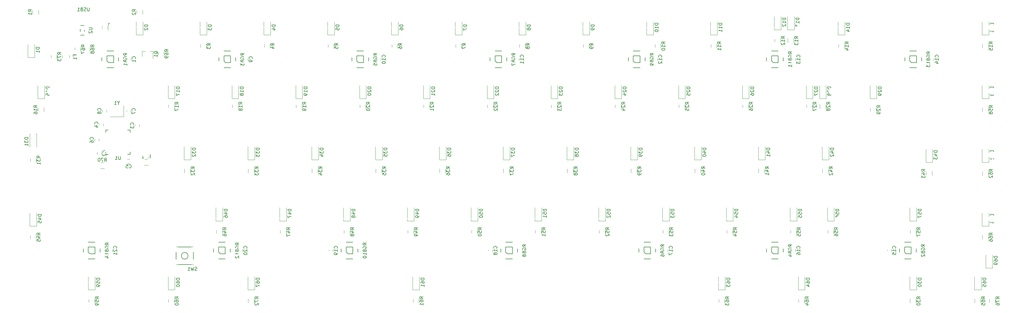
<source format=gbo>
G04 #@! TF.GenerationSoftware,KiCad,Pcbnew,(5.1.5)-3*
G04 #@! TF.CreationDate,2020-06-04T02:19:37-07:00*
G04 #@! TF.ProjectId,Voyager60,566f7961-6765-4723-9630-2e6b69636164,rev?*
G04 #@! TF.SameCoordinates,Original*
G04 #@! TF.FileFunction,Legend,Bot*
G04 #@! TF.FilePolarity,Positive*
%FSLAX46Y46*%
G04 Gerber Fmt 4.6, Leading zero omitted, Abs format (unit mm)*
G04 Created by KiCad (PCBNEW (5.1.5)-3) date 2020-06-04 02:19:37*
%MOMM*%
%LPD*%
G04 APERTURE LIST*
%ADD10C,0.120000*%
%ADD11C,0.150000*%
%ADD12C,0.200000*%
%ADD13C,2.150000*%
%ADD14R,2.305000X2.305000*%
%ADD15C,2.305000*%
%ADD16C,2.650000*%
%ADD17C,4.387800*%
%ADD18C,2.650000*%
%ADD19R,1.800000X1.600000*%
%ADD20R,1.700000X1.100000*%
%ADD21R,1.100000X1.700000*%
%ADD22R,1.600000X1.300000*%
%ADD23R,1.150000X1.200000*%
%ADD24R,1.200000X1.150000*%
%ADD25C,3.448000*%
%ADD26R,1.000000X1.850000*%
%ADD27R,0.700000X1.850000*%
%ADD28C,1.050000*%
%ADD29O,1.400000X2.500000*%
%ADD30O,1.400000X2.000000*%
%ADD31C,2.101800*%
%ADD32C,2.100000*%
%ADD33R,2.100000X2.100000*%
%ADD34R,2.430000X1.540000*%
%ADD35R,1.200000X1.300000*%
%ADD36R,1.100000X1.000000*%
%ADD37R,1.100000X1.400000*%
%ADD38R,1.687500X1.687500*%
%ADD39R,0.650000X1.100000*%
%ADD40R,1.100000X0.650000*%
%ADD41R,2.200000X1.500000*%
%ADD42R,2.200000X1.800000*%
G04 APERTURE END LIST*
D10*
X53181000Y-58419000D02*
X49181000Y-58419000D01*
X53181000Y-55119000D02*
X53181000Y-58419000D01*
X311670000Y-112920000D02*
X311670000Y-114120000D01*
X313430000Y-114120000D02*
X313430000Y-112920000D01*
X46745000Y-31150000D02*
X46745000Y-32350000D01*
X48505000Y-32350000D02*
X48505000Y-31150000D01*
X31505000Y-39881250D02*
X31505000Y-41081250D01*
X33265000Y-41081250D02*
X33265000Y-39881250D01*
X90401250Y-112906250D02*
X90401250Y-114106250D01*
X92161250Y-114106250D02*
X92161250Y-112906250D01*
X59344000Y-72889000D02*
X60544000Y-72889000D01*
X60544000Y-71129000D02*
X59344000Y-71129000D01*
X46231250Y-73905000D02*
X47431250Y-73905000D01*
X47431250Y-72145000D02*
X46231250Y-72145000D01*
X63509000Y-39024000D02*
X63509000Y-40224000D01*
X65269000Y-40224000D02*
X65269000Y-39024000D01*
X41411000Y-37627000D02*
X41411000Y-38827000D01*
X43171000Y-38827000D02*
X43171000Y-37627000D01*
X38617000Y-37627000D02*
X38617000Y-38827000D01*
X40377000Y-38827000D02*
X40377000Y-37627000D01*
X309612500Y-93856250D02*
X309612500Y-95056250D01*
X311372500Y-95056250D02*
X311372500Y-93856250D01*
X307332500Y-112906250D02*
X307332500Y-114106250D01*
X309092500Y-114106250D02*
X309092500Y-112906250D01*
X254707500Y-112906250D02*
X254707500Y-114106250D01*
X256467500Y-114106250D02*
X256467500Y-112906250D01*
X230895000Y-112906250D02*
X230895000Y-114106250D01*
X232655000Y-114106250D02*
X232655000Y-112906250D01*
X309612500Y-74806250D02*
X309612500Y-76006250D01*
X311372500Y-76006250D02*
X311372500Y-74806250D01*
X139613750Y-112906250D02*
X139613750Y-114106250D01*
X141373750Y-114106250D02*
X141373750Y-112906250D01*
X66588750Y-112906250D02*
X66588750Y-114106250D01*
X68348750Y-114106250D02*
X68348750Y-112906250D01*
X42776250Y-112906250D02*
X42776250Y-114106250D01*
X44536250Y-114106250D02*
X44536250Y-112906250D01*
X309612500Y-55756250D02*
X309612500Y-56956250D01*
X311372500Y-56956250D02*
X311372500Y-55756250D01*
X288045000Y-92268750D02*
X288045000Y-93468750D01*
X289805000Y-93468750D02*
X289805000Y-92268750D01*
X263438750Y-92268750D02*
X263438750Y-93468750D01*
X265198750Y-93468750D02*
X265198750Y-92268750D01*
X252326250Y-92268750D02*
X252326250Y-93468750D01*
X254086250Y-93468750D02*
X254086250Y-92268750D01*
X233276250Y-92268750D02*
X233276250Y-93468750D01*
X235036250Y-93468750D02*
X235036250Y-92268750D01*
X214226250Y-92268750D02*
X214226250Y-93468750D01*
X215986250Y-93468750D02*
X215986250Y-92268750D01*
X195176250Y-92268750D02*
X195176250Y-93468750D01*
X196936250Y-93468750D02*
X196936250Y-92268750D01*
X176126250Y-92268750D02*
X176126250Y-93468750D01*
X177886250Y-93468750D02*
X177886250Y-92268750D01*
X157076250Y-92268750D02*
X157076250Y-93468750D01*
X158836250Y-93468750D02*
X158836250Y-92268750D01*
X138026250Y-92268750D02*
X138026250Y-93468750D01*
X139786250Y-93468750D02*
X139786250Y-92268750D01*
X118976250Y-92268750D02*
X118976250Y-93468750D01*
X120736250Y-93468750D02*
X120736250Y-92268750D01*
X99926250Y-92268750D02*
X99926250Y-93468750D01*
X101686250Y-93468750D02*
X101686250Y-92268750D01*
X80876250Y-92268750D02*
X80876250Y-93468750D01*
X82636250Y-93468750D02*
X82636250Y-92268750D01*
X25313750Y-93856250D02*
X25313750Y-95056250D01*
X27073750Y-95056250D02*
X27073750Y-93856250D01*
X294567500Y-76006250D02*
X294567500Y-74806250D01*
X292807500Y-74806250D02*
X292807500Y-76006250D01*
X261851250Y-74012500D02*
X261851250Y-75212500D01*
X263611250Y-75212500D02*
X263611250Y-74012500D01*
X242801250Y-74012500D02*
X242801250Y-75212500D01*
X244561250Y-75212500D02*
X244561250Y-74012500D01*
X223751250Y-74012500D02*
X223751250Y-75212500D01*
X225511250Y-75212500D02*
X225511250Y-74012500D01*
X204701250Y-74012500D02*
X204701250Y-75212500D01*
X206461250Y-75212500D02*
X206461250Y-74012500D01*
X185651250Y-74012500D02*
X185651250Y-75212500D01*
X187411250Y-75212500D02*
X187411250Y-74012500D01*
X166601250Y-74012500D02*
X166601250Y-75212500D01*
X168361250Y-75212500D02*
X168361250Y-74012500D01*
X149311250Y-75212500D02*
X149311250Y-74012500D01*
X147551250Y-74012500D02*
X147551250Y-75212500D01*
X128501250Y-74012500D02*
X128501250Y-75212500D01*
X130261250Y-75212500D02*
X130261250Y-74012500D01*
X109451250Y-74012500D02*
X109451250Y-75212500D01*
X111211250Y-75212500D02*
X111211250Y-74012500D01*
X90401250Y-74012500D02*
X90401250Y-75212500D01*
X92161250Y-75212500D02*
X92161250Y-74012500D01*
X71351250Y-74012500D02*
X71351250Y-75212500D01*
X73111250Y-75212500D02*
X73111250Y-74012500D01*
X25313750Y-70837500D02*
X25313750Y-72037500D01*
X27073750Y-72037500D02*
X27073750Y-70837500D01*
X288020000Y-112906250D02*
X288020000Y-114106250D01*
X289780000Y-114106250D02*
X289780000Y-112906250D01*
X276138750Y-55756250D02*
X276138750Y-56956250D01*
X277898750Y-56956250D02*
X277898750Y-55756250D01*
X261088750Y-54756250D02*
X261088750Y-55956250D01*
X262848750Y-55956250D02*
X262848750Y-54756250D01*
X257088750Y-54756250D02*
X257088750Y-55956250D01*
X258848750Y-55956250D02*
X258848750Y-54756250D01*
X238038750Y-54756250D02*
X238038750Y-55956250D01*
X239798750Y-55956250D02*
X239798750Y-54756250D01*
X218988750Y-54756250D02*
X218988750Y-55956250D01*
X220748750Y-55956250D02*
X220748750Y-54756250D01*
X199938750Y-54756250D02*
X199938750Y-55956250D01*
X201698750Y-55956250D02*
X201698750Y-54756250D01*
X180888750Y-54756250D02*
X180888750Y-55956250D01*
X182648750Y-55956250D02*
X182648750Y-54756250D01*
X161838750Y-54756250D02*
X161838750Y-55956250D01*
X163598750Y-55956250D02*
X163598750Y-54756250D01*
X142788750Y-54756250D02*
X142788750Y-55956250D01*
X144548750Y-55956250D02*
X144548750Y-54756250D01*
X123738750Y-54756250D02*
X123738750Y-55956250D01*
X125498750Y-55956250D02*
X125498750Y-54756250D01*
X104688750Y-54756250D02*
X104688750Y-55956250D01*
X106448750Y-55956250D02*
X106448750Y-54756250D01*
X85638750Y-54756250D02*
X85638750Y-55956250D01*
X87398750Y-55956250D02*
X87398750Y-54756250D01*
X66588750Y-54756250D02*
X66588750Y-55956250D01*
X68348750Y-55956250D02*
X68348750Y-54756250D01*
X29455000Y-56956250D02*
X29455000Y-55756250D01*
X27695000Y-55756250D02*
X27695000Y-56956250D01*
X309612500Y-36706250D02*
X309612500Y-37906250D01*
X311372500Y-37906250D02*
X311372500Y-36706250D01*
X266613750Y-36706250D02*
X266613750Y-37906250D01*
X268373750Y-37906250D02*
X268373750Y-36706250D01*
X251532500Y-35118750D02*
X251532500Y-36318750D01*
X253292500Y-36318750D02*
X253292500Y-35118750D01*
X247563750Y-35118750D02*
X247563750Y-36318750D01*
X249323750Y-36318750D02*
X249323750Y-35118750D01*
X228513750Y-36706250D02*
X228513750Y-37906250D01*
X230273750Y-37906250D02*
X230273750Y-36706250D01*
X211845000Y-36706250D02*
X211845000Y-37906250D01*
X213605000Y-37906250D02*
X213605000Y-36706250D01*
X190413750Y-36706250D02*
X190413750Y-37906250D01*
X192173750Y-37906250D02*
X192173750Y-36706250D01*
X171363750Y-36706250D02*
X171363750Y-37906250D01*
X173123750Y-37906250D02*
X173123750Y-36706250D01*
X152313750Y-36706250D02*
X152313750Y-37906250D01*
X154073750Y-37906250D02*
X154073750Y-36706250D01*
X133263750Y-36706250D02*
X133263750Y-37906250D01*
X135023750Y-37906250D02*
X135023750Y-36706250D01*
X114213750Y-36706250D02*
X114213750Y-37906250D01*
X115973750Y-37906250D02*
X115973750Y-36706250D01*
X95163750Y-36706250D02*
X95163750Y-37906250D01*
X96923750Y-37906250D02*
X96923750Y-36706250D01*
X76113750Y-36706250D02*
X76113750Y-37906250D01*
X77873750Y-37906250D02*
X77873750Y-36706250D01*
X58854000Y-27778000D02*
X58854000Y-26578000D01*
X57094000Y-26578000D02*
X57094000Y-27778000D01*
X27804000Y-27778000D02*
X27804000Y-26578000D01*
X26044000Y-26578000D02*
X26044000Y-27778000D01*
X312630000Y-103650000D02*
X310630000Y-103650000D01*
X310630000Y-103650000D02*
X310630000Y-99750000D01*
X312630000Y-103650000D02*
X312630000Y-99750000D01*
X92281250Y-110200000D02*
X90281250Y-110200000D01*
X90281250Y-110200000D02*
X90281250Y-106300000D01*
X92281250Y-110200000D02*
X92281250Y-106300000D01*
X311492500Y-91156250D02*
X309492500Y-91156250D01*
X309492500Y-91156250D02*
X309492500Y-87256250D01*
X311492500Y-91156250D02*
X311492500Y-87256250D01*
X309212500Y-110200000D02*
X307212500Y-110200000D01*
X307212500Y-110200000D02*
X307212500Y-106300000D01*
X309212500Y-110200000D02*
X309212500Y-106300000D01*
X256587500Y-110200000D02*
X254587500Y-110200000D01*
X254587500Y-110200000D02*
X254587500Y-106300000D01*
X256587500Y-110200000D02*
X256587500Y-106300000D01*
X232775000Y-110200000D02*
X230775000Y-110200000D01*
X230775000Y-110200000D02*
X230775000Y-106300000D01*
X232775000Y-110200000D02*
X232775000Y-106300000D01*
X311492500Y-72106250D02*
X309492500Y-72106250D01*
X309492500Y-72106250D02*
X309492500Y-68206250D01*
X311492500Y-72106250D02*
X311492500Y-68206250D01*
X141493750Y-110200000D02*
X139493750Y-110200000D01*
X139493750Y-110200000D02*
X139493750Y-106300000D01*
X141493750Y-110200000D02*
X141493750Y-106300000D01*
X68468750Y-110200000D02*
X66468750Y-110200000D01*
X66468750Y-110200000D02*
X66468750Y-106300000D01*
X68468750Y-110200000D02*
X68468750Y-106300000D01*
X44656250Y-110200000D02*
X42656250Y-110200000D01*
X42656250Y-110200000D02*
X42656250Y-106300000D01*
X44656250Y-110200000D02*
X44656250Y-106300000D01*
X311492500Y-53056250D02*
X309492500Y-53056250D01*
X309492500Y-53056250D02*
X309492500Y-49156250D01*
X311492500Y-53056250D02*
X311492500Y-49156250D01*
X289925000Y-89562500D02*
X287925000Y-89562500D01*
X287925000Y-89562500D02*
X287925000Y-85662500D01*
X289925000Y-89562500D02*
X289925000Y-85662500D01*
X265318750Y-89562500D02*
X263318750Y-89562500D01*
X263318750Y-89562500D02*
X263318750Y-85662500D01*
X265318750Y-89562500D02*
X265318750Y-85662500D01*
X254206250Y-89562500D02*
X252206250Y-89562500D01*
X252206250Y-89562500D02*
X252206250Y-85662500D01*
X254206250Y-89562500D02*
X254206250Y-85662500D01*
X235156250Y-89562500D02*
X233156250Y-89562500D01*
X233156250Y-89562500D02*
X233156250Y-85662500D01*
X235156250Y-89562500D02*
X235156250Y-85662500D01*
X216106250Y-89562500D02*
X214106250Y-89562500D01*
X214106250Y-89562500D02*
X214106250Y-85662500D01*
X216106250Y-89562500D02*
X216106250Y-85662500D01*
X197056250Y-89562500D02*
X195056250Y-89562500D01*
X195056250Y-89562500D02*
X195056250Y-85662500D01*
X197056250Y-89562500D02*
X197056250Y-85662500D01*
X178006250Y-89562500D02*
X176006250Y-89562500D01*
X176006250Y-89562500D02*
X176006250Y-85662500D01*
X178006250Y-89562500D02*
X178006250Y-85662500D01*
X158956250Y-89562500D02*
X156956250Y-89562500D01*
X156956250Y-89562500D02*
X156956250Y-85662500D01*
X158956250Y-89562500D02*
X158956250Y-85662500D01*
X139906250Y-89562500D02*
X137906250Y-89562500D01*
X137906250Y-89562500D02*
X137906250Y-85662500D01*
X139906250Y-89562500D02*
X139906250Y-85662500D01*
X120856250Y-89562500D02*
X118856250Y-89562500D01*
X118856250Y-89562500D02*
X118856250Y-85662500D01*
X120856250Y-89562500D02*
X120856250Y-85662500D01*
X101806250Y-89562500D02*
X99806250Y-89562500D01*
X99806250Y-89562500D02*
X99806250Y-85662500D01*
X101806250Y-89562500D02*
X101806250Y-85662500D01*
X82756250Y-89562500D02*
X80756250Y-89562500D01*
X80756250Y-89562500D02*
X80756250Y-85662500D01*
X82756250Y-89562500D02*
X82756250Y-85662500D01*
X27193750Y-91150000D02*
X25193750Y-91150000D01*
X25193750Y-91150000D02*
X25193750Y-87250000D01*
X27193750Y-91150000D02*
X27193750Y-87250000D01*
X294687500Y-72100000D02*
X292687500Y-72100000D01*
X292687500Y-72100000D02*
X292687500Y-68200000D01*
X294687500Y-72100000D02*
X294687500Y-68200000D01*
X263731250Y-71306250D02*
X261731250Y-71306250D01*
X261731250Y-71306250D02*
X261731250Y-67406250D01*
X263731250Y-71306250D02*
X263731250Y-67406250D01*
X244681250Y-71306250D02*
X242681250Y-71306250D01*
X242681250Y-71306250D02*
X242681250Y-67406250D01*
X244681250Y-71306250D02*
X244681250Y-67406250D01*
X225631250Y-71306250D02*
X223631250Y-71306250D01*
X223631250Y-71306250D02*
X223631250Y-67406250D01*
X225631250Y-71306250D02*
X225631250Y-67406250D01*
X206581250Y-71306250D02*
X204581250Y-71306250D01*
X204581250Y-71306250D02*
X204581250Y-67406250D01*
X206581250Y-71306250D02*
X206581250Y-67406250D01*
X187531250Y-71306250D02*
X185531250Y-71306250D01*
X185531250Y-71306250D02*
X185531250Y-67406250D01*
X187531250Y-71306250D02*
X187531250Y-67406250D01*
X168481250Y-71306250D02*
X166481250Y-71306250D01*
X166481250Y-71306250D02*
X166481250Y-67406250D01*
X168481250Y-71306250D02*
X168481250Y-67406250D01*
X149431250Y-71306250D02*
X149431250Y-67406250D01*
X147431250Y-71306250D02*
X147431250Y-67406250D01*
X149431250Y-71306250D02*
X147431250Y-71306250D01*
X130381250Y-71306250D02*
X128381250Y-71306250D01*
X128381250Y-71306250D02*
X128381250Y-67406250D01*
X130381250Y-71306250D02*
X130381250Y-67406250D01*
X111331250Y-71306250D02*
X109331250Y-71306250D01*
X109331250Y-71306250D02*
X109331250Y-67406250D01*
X111331250Y-71306250D02*
X111331250Y-67406250D01*
X92281250Y-71306250D02*
X90281250Y-71306250D01*
X90281250Y-71306250D02*
X90281250Y-67406250D01*
X92281250Y-71306250D02*
X92281250Y-67406250D01*
X73231250Y-71306250D02*
X71231250Y-71306250D01*
X71231250Y-71306250D02*
X71231250Y-67406250D01*
X73231250Y-71306250D02*
X73231250Y-67406250D01*
X25193750Y-63631250D02*
X27193750Y-63631250D01*
X27193750Y-63631250D02*
X27193750Y-67531250D01*
X25193750Y-63631250D02*
X25193750Y-67531250D01*
X289900000Y-110200000D02*
X287900000Y-110200000D01*
X287900000Y-110200000D02*
X287900000Y-106300000D01*
X289900000Y-110200000D02*
X289900000Y-106300000D01*
X278018750Y-53050000D02*
X276018750Y-53050000D01*
X276018750Y-53050000D02*
X276018750Y-49150000D01*
X278018750Y-53050000D02*
X278018750Y-49150000D01*
X262937500Y-53050000D02*
X260937500Y-53050000D01*
X260937500Y-53050000D02*
X260937500Y-49150000D01*
X262937500Y-53050000D02*
X262937500Y-49150000D01*
X258968750Y-53050000D02*
X256968750Y-53050000D01*
X256968750Y-53050000D02*
X256968750Y-49150000D01*
X258968750Y-53050000D02*
X258968750Y-49150000D01*
X239918750Y-53050000D02*
X237918750Y-53050000D01*
X237918750Y-53050000D02*
X237918750Y-49150000D01*
X239918750Y-53050000D02*
X239918750Y-49150000D01*
X220868750Y-53050000D02*
X218868750Y-53050000D01*
X218868750Y-53050000D02*
X218868750Y-49150000D01*
X220868750Y-53050000D02*
X220868750Y-49150000D01*
X201818750Y-53050000D02*
X199818750Y-53050000D01*
X199818750Y-53050000D02*
X199818750Y-49150000D01*
X201818750Y-53050000D02*
X201818750Y-49150000D01*
X182768750Y-53050000D02*
X180768750Y-53050000D01*
X180768750Y-53050000D02*
X180768750Y-49150000D01*
X182768750Y-53050000D02*
X182768750Y-49150000D01*
X163718750Y-53050000D02*
X161718750Y-53050000D01*
X161718750Y-53050000D02*
X161718750Y-49150000D01*
X163718750Y-53050000D02*
X163718750Y-49150000D01*
X144668750Y-53050000D02*
X142668750Y-53050000D01*
X142668750Y-53050000D02*
X142668750Y-49150000D01*
X144668750Y-53050000D02*
X144668750Y-49150000D01*
X125618750Y-53050000D02*
X123618750Y-53050000D01*
X123618750Y-53050000D02*
X123618750Y-49150000D01*
X125618750Y-53050000D02*
X125618750Y-49150000D01*
X106568750Y-53050000D02*
X104568750Y-53050000D01*
X104568750Y-53050000D02*
X104568750Y-49150000D01*
X106568750Y-53050000D02*
X106568750Y-49150000D01*
X87518750Y-53050000D02*
X85518750Y-53050000D01*
X85518750Y-53050000D02*
X85518750Y-49150000D01*
X87518750Y-53050000D02*
X87518750Y-49150000D01*
X68468750Y-53050000D02*
X66468750Y-53050000D01*
X66468750Y-53050000D02*
X66468750Y-49150000D01*
X68468750Y-53050000D02*
X68468750Y-49150000D01*
X29575000Y-53050000D02*
X27575000Y-53050000D01*
X27575000Y-53050000D02*
X27575000Y-49150000D01*
X29575000Y-53050000D02*
X29575000Y-49150000D01*
X311492500Y-34006250D02*
X309492500Y-34006250D01*
X309492500Y-34006250D02*
X309492500Y-30106250D01*
X311492500Y-34006250D02*
X311492500Y-30106250D01*
X268493750Y-34000000D02*
X266493750Y-34000000D01*
X266493750Y-34000000D02*
X266493750Y-30100000D01*
X268493750Y-34000000D02*
X268493750Y-30100000D01*
X253412500Y-32412500D02*
X251412500Y-32412500D01*
X251412500Y-32412500D02*
X251412500Y-28512500D01*
X253412500Y-32412500D02*
X253412500Y-28512500D01*
X249443750Y-32412500D02*
X247443750Y-32412500D01*
X247443750Y-32412500D02*
X247443750Y-28512500D01*
X249443750Y-32412500D02*
X249443750Y-28512500D01*
X230393750Y-34000000D02*
X228393750Y-34000000D01*
X228393750Y-34000000D02*
X228393750Y-30100000D01*
X230393750Y-34000000D02*
X230393750Y-30100000D01*
X211343750Y-34000000D02*
X209343750Y-34000000D01*
X209343750Y-34000000D02*
X209343750Y-30100000D01*
X211343750Y-34000000D02*
X211343750Y-30100000D01*
X192293750Y-34000000D02*
X190293750Y-34000000D01*
X190293750Y-34000000D02*
X190293750Y-30100000D01*
X192293750Y-34000000D02*
X192293750Y-30100000D01*
X173243750Y-34000000D02*
X171243750Y-34000000D01*
X171243750Y-34000000D02*
X171243750Y-30100000D01*
X173243750Y-34000000D02*
X173243750Y-30100000D01*
X154193750Y-34000000D02*
X152193750Y-34000000D01*
X152193750Y-34000000D02*
X152193750Y-30100000D01*
X154193750Y-34000000D02*
X154193750Y-30100000D01*
X135143750Y-34000000D02*
X133143750Y-34000000D01*
X133143750Y-34000000D02*
X133143750Y-30100000D01*
X135143750Y-34000000D02*
X135143750Y-30100000D01*
X116093750Y-34000000D02*
X114093750Y-34000000D01*
X114093750Y-34000000D02*
X114093750Y-30100000D01*
X116093750Y-34000000D02*
X116093750Y-30100000D01*
X97043750Y-34000000D02*
X95043750Y-34000000D01*
X95043750Y-34000000D02*
X95043750Y-30100000D01*
X97043750Y-34000000D02*
X97043750Y-30100000D01*
X77993750Y-34000000D02*
X75993750Y-34000000D01*
X75993750Y-34000000D02*
X75993750Y-30100000D01*
X77993750Y-34000000D02*
X77993750Y-30100000D01*
X58943750Y-34000000D02*
X56943750Y-34000000D01*
X56943750Y-34000000D02*
X56943750Y-30100000D01*
X58943750Y-34000000D02*
X58943750Y-30100000D01*
X26610000Y-40730000D02*
X24610000Y-40730000D01*
X24610000Y-40730000D02*
X24610000Y-36830000D01*
X26610000Y-40730000D02*
X26610000Y-36830000D01*
X48612500Y-98075000D02*
X48612500Y-98775000D01*
X49812500Y-98775000D02*
X49812500Y-98075000D01*
X87506250Y-98075000D02*
X87506250Y-98775000D01*
X88706250Y-98775000D02*
X88706250Y-98075000D01*
X114493750Y-98075000D02*
X114493750Y-98775000D01*
X115693750Y-98775000D02*
X115693750Y-98075000D01*
X162118750Y-98075000D02*
X162118750Y-98775000D01*
X163318750Y-98775000D02*
X163318750Y-98075000D01*
X214506250Y-98075000D02*
X214506250Y-98775000D01*
X215706250Y-98775000D02*
X215706250Y-98075000D01*
X252606250Y-98075000D02*
X252606250Y-98775000D01*
X253806250Y-98775000D02*
X253806250Y-98075000D01*
X281181250Y-98075000D02*
X281181250Y-98775000D01*
X282381250Y-98775000D02*
X282381250Y-98075000D01*
X293881250Y-40925000D02*
X293881250Y-41625000D01*
X295081250Y-41625000D02*
X295081250Y-40925000D01*
X252606250Y-40925000D02*
X252606250Y-41625000D01*
X253806250Y-41625000D02*
X253806250Y-40925000D01*
X211331250Y-40925000D02*
X211331250Y-41625000D01*
X212531250Y-41625000D02*
X212531250Y-40925000D01*
X170056250Y-40925000D02*
X170056250Y-41625000D01*
X171256250Y-41625000D02*
X171256250Y-40925000D01*
X128781250Y-40925000D02*
X128781250Y-41625000D01*
X129981250Y-41625000D02*
X129981250Y-40925000D01*
X89093750Y-40925000D02*
X89093750Y-41625000D01*
X90293750Y-41625000D02*
X90293750Y-40925000D01*
X48098000Y-57119000D02*
X48098000Y-56419000D01*
X46898000Y-56419000D02*
X46898000Y-57119000D01*
X54137000Y-56419000D02*
X54137000Y-57119000D01*
X55337000Y-57119000D02*
X55337000Y-56419000D01*
X45812000Y-65755000D02*
X45812000Y-65055000D01*
X44612000Y-65055000D02*
X44612000Y-65755000D01*
X55023500Y-71186750D02*
X54323500Y-71186750D01*
X54323500Y-72386750D02*
X55023500Y-72386750D01*
X47209000Y-61183000D02*
X47209000Y-60483000D01*
X46009000Y-60483000D02*
X46009000Y-61183000D01*
X57877000Y-61437000D02*
X57877000Y-60737000D01*
X56677000Y-60737000D02*
X56677000Y-61437000D01*
X45374000Y-68992000D02*
X45374000Y-69692000D01*
X46574000Y-69692000D02*
X46574000Y-68992000D01*
X54168750Y-40925000D02*
X54168750Y-41625000D01*
X55368750Y-41625000D02*
X55368750Y-40925000D01*
X37011000Y-41481250D02*
X37011000Y-39481250D01*
X34871000Y-39481250D02*
X34871000Y-41481250D01*
X58745000Y-38927500D02*
X58745000Y-40387500D01*
X61905000Y-38927500D02*
X61905000Y-41087500D01*
X61905000Y-38927500D02*
X60975000Y-38927500D01*
X58745000Y-38927500D02*
X59675000Y-38927500D01*
D11*
X41544000Y-34089000D02*
X40244000Y-34089000D01*
X41544000Y-31189000D02*
X41544000Y-34089000D01*
X40244000Y-31189000D02*
X41544000Y-31189000D01*
X40244000Y-31189000D02*
X40244000Y-34089000D01*
X55129809Y-69689153D02*
X54354809Y-69689153D01*
X55129809Y-62439153D02*
X54354809Y-62439153D01*
X47879809Y-62439153D02*
X48654809Y-62439153D01*
X47879809Y-69689153D02*
X48654809Y-69689153D01*
X55129809Y-62439153D02*
X55129809Y-63214153D01*
X47879809Y-62439153D02*
X47879809Y-63214153D01*
X55129809Y-69689153D02*
X55129809Y-68914153D01*
X68837500Y-102612500D02*
X74037500Y-102612500D01*
X74037500Y-102612500D02*
X74037500Y-97412500D01*
X74037500Y-97412500D02*
X68837500Y-97412500D01*
X68837500Y-97412500D02*
X68837500Y-102612500D01*
X72437500Y-100012500D02*
G75*
G03X72437500Y-100012500I-1000000J0D01*
G01*
D12*
X50212500Y-42275000D02*
X50212500Y-40275000D01*
X50212500Y-40275000D02*
X48212500Y-40275000D01*
X48212500Y-40275000D02*
X48212500Y-41775000D01*
X48212500Y-41775000D02*
X48712500Y-42275000D01*
X48712500Y-42275000D02*
X50212500Y-42275000D01*
X50212500Y-43775000D02*
X48212500Y-43775000D01*
X46712500Y-41775000D02*
X46712500Y-40775000D01*
X50212500Y-38775000D02*
X48212500Y-38775000D01*
X51712500Y-41775000D02*
X51712500Y-40775000D01*
X289837500Y-98925000D02*
X289837500Y-97925000D01*
X288337500Y-95925000D02*
X286337500Y-95925000D01*
X284837500Y-98925000D02*
X284837500Y-97925000D01*
X288337500Y-100925000D02*
X286337500Y-100925000D01*
X286837500Y-99425000D02*
X288337500Y-99425000D01*
X286337500Y-98925000D02*
X286837500Y-99425000D01*
X286337500Y-97425000D02*
X286337500Y-98925000D01*
X288337500Y-97425000D02*
X286337500Y-97425000D01*
X288337500Y-99425000D02*
X288337500Y-97425000D01*
X85137500Y-42275000D02*
X85137500Y-40275000D01*
X85137500Y-40275000D02*
X83137500Y-40275000D01*
X83137500Y-40275000D02*
X83137500Y-41775000D01*
X83137500Y-41775000D02*
X83637500Y-42275000D01*
X83637500Y-42275000D02*
X85137500Y-42275000D01*
X85137500Y-43775000D02*
X83137500Y-43775000D01*
X81637500Y-41775000D02*
X81637500Y-40775000D01*
X85137500Y-38775000D02*
X83137500Y-38775000D01*
X86637500Y-41775000D02*
X86637500Y-40775000D01*
X250150000Y-98925000D02*
X250150000Y-97925000D01*
X248650000Y-95925000D02*
X246650000Y-95925000D01*
X245150000Y-98925000D02*
X245150000Y-97925000D01*
X248650000Y-100925000D02*
X246650000Y-100925000D01*
X247150000Y-99425000D02*
X248650000Y-99425000D01*
X246650000Y-98925000D02*
X247150000Y-99425000D01*
X246650000Y-97425000D02*
X246650000Y-98925000D01*
X248650000Y-97425000D02*
X246650000Y-97425000D01*
X248650000Y-99425000D02*
X248650000Y-97425000D01*
X124825000Y-42275000D02*
X124825000Y-40275000D01*
X124825000Y-40275000D02*
X122825000Y-40275000D01*
X122825000Y-40275000D02*
X122825000Y-41775000D01*
X122825000Y-41775000D02*
X123325000Y-42275000D01*
X123325000Y-42275000D02*
X124825000Y-42275000D01*
X124825000Y-43775000D02*
X122825000Y-43775000D01*
X121325000Y-41775000D02*
X121325000Y-40775000D01*
X124825000Y-38775000D02*
X122825000Y-38775000D01*
X126325000Y-41775000D02*
X126325000Y-40775000D01*
X210550000Y-99425000D02*
X210550000Y-97425000D01*
X210550000Y-97425000D02*
X208550000Y-97425000D01*
X208550000Y-97425000D02*
X208550000Y-98925000D01*
X208550000Y-98925000D02*
X209050000Y-99425000D01*
X209050000Y-99425000D02*
X210550000Y-99425000D01*
X210550000Y-100925000D02*
X208550000Y-100925000D01*
X207050000Y-98925000D02*
X207050000Y-97925000D01*
X210550000Y-95925000D02*
X208550000Y-95925000D01*
X212050000Y-98925000D02*
X212050000Y-97925000D01*
X166100000Y-42275000D02*
X166100000Y-40275000D01*
X166100000Y-40275000D02*
X164100000Y-40275000D01*
X164100000Y-40275000D02*
X164100000Y-41775000D01*
X164100000Y-41775000D02*
X164600000Y-42275000D01*
X164600000Y-42275000D02*
X166100000Y-42275000D01*
X166100000Y-43775000D02*
X164100000Y-43775000D01*
X162600000Y-41775000D02*
X162600000Y-40775000D01*
X166100000Y-38775000D02*
X164100000Y-38775000D01*
X167600000Y-41775000D02*
X167600000Y-40775000D01*
X170775000Y-98925000D02*
X170775000Y-97925000D01*
X169275000Y-95925000D02*
X167275000Y-95925000D01*
X165775000Y-98925000D02*
X165775000Y-97925000D01*
X169275000Y-100925000D02*
X167275000Y-100925000D01*
X167775000Y-99425000D02*
X169275000Y-99425000D01*
X167275000Y-98925000D02*
X167775000Y-99425000D01*
X167275000Y-97425000D02*
X167275000Y-98925000D01*
X169275000Y-97425000D02*
X167275000Y-97425000D01*
X169275000Y-99425000D02*
X169275000Y-97425000D01*
X207375000Y-42275000D02*
X207375000Y-40275000D01*
X207375000Y-40275000D02*
X205375000Y-40275000D01*
X205375000Y-40275000D02*
X205375000Y-41775000D01*
X205375000Y-41775000D02*
X205875000Y-42275000D01*
X205875000Y-42275000D02*
X207375000Y-42275000D01*
X207375000Y-43775000D02*
X205375000Y-43775000D01*
X203875000Y-41775000D02*
X203875000Y-40775000D01*
X207375000Y-38775000D02*
X205375000Y-38775000D01*
X208875000Y-41775000D02*
X208875000Y-40775000D01*
X123150000Y-98925000D02*
X123150000Y-97925000D01*
X121650000Y-95925000D02*
X119650000Y-95925000D01*
X118150000Y-98925000D02*
X118150000Y-97925000D01*
X121650000Y-100925000D02*
X119650000Y-100925000D01*
X120150000Y-99425000D02*
X121650000Y-99425000D01*
X119650000Y-98925000D02*
X120150000Y-99425000D01*
X119650000Y-97425000D02*
X119650000Y-98925000D01*
X121650000Y-97425000D02*
X119650000Y-97425000D01*
X121650000Y-99425000D02*
X121650000Y-97425000D01*
X248650000Y-42275000D02*
X248650000Y-40275000D01*
X248650000Y-40275000D02*
X246650000Y-40275000D01*
X246650000Y-40275000D02*
X246650000Y-41775000D01*
X246650000Y-41775000D02*
X247150000Y-42275000D01*
X247150000Y-42275000D02*
X248650000Y-42275000D01*
X248650000Y-43775000D02*
X246650000Y-43775000D01*
X245150000Y-41775000D02*
X245150000Y-40775000D01*
X248650000Y-38775000D02*
X246650000Y-38775000D01*
X250150000Y-41775000D02*
X250150000Y-40775000D01*
X83550000Y-99425000D02*
X83550000Y-97425000D01*
X83550000Y-97425000D02*
X81550000Y-97425000D01*
X81550000Y-97425000D02*
X81550000Y-98925000D01*
X81550000Y-98925000D02*
X82050000Y-99425000D01*
X82050000Y-99425000D02*
X83550000Y-99425000D01*
X83550000Y-100925000D02*
X81550000Y-100925000D01*
X80050000Y-98925000D02*
X80050000Y-97925000D01*
X83550000Y-95925000D02*
X81550000Y-95925000D01*
X85050000Y-98925000D02*
X85050000Y-97925000D01*
X291425000Y-41775000D02*
X291425000Y-40775000D01*
X289925000Y-38775000D02*
X287925000Y-38775000D01*
X286425000Y-41775000D02*
X286425000Y-40775000D01*
X289925000Y-43775000D02*
X287925000Y-43775000D01*
X288425000Y-42275000D02*
X289925000Y-42275000D01*
X287925000Y-41775000D02*
X288425000Y-42275000D01*
X287925000Y-40275000D02*
X287925000Y-41775000D01*
X289925000Y-40275000D02*
X287925000Y-40275000D01*
X289925000Y-42275000D02*
X289925000Y-40275000D01*
X44656250Y-99425000D02*
X44656250Y-97425000D01*
X44656250Y-97425000D02*
X42656250Y-97425000D01*
X42656250Y-97425000D02*
X42656250Y-98925000D01*
X42656250Y-98925000D02*
X43156250Y-99425000D01*
X43156250Y-99425000D02*
X44656250Y-99425000D01*
X44656250Y-100925000D02*
X42656250Y-100925000D01*
X41156250Y-98925000D02*
X41156250Y-97925000D01*
X44656250Y-95925000D02*
X42656250Y-95925000D01*
X46156250Y-98925000D02*
X46156250Y-97925000D01*
D11*
X51657190Y-54295190D02*
X51657190Y-54771380D01*
X51990523Y-53771380D02*
X51657190Y-54295190D01*
X51323857Y-53771380D01*
X50466714Y-54771380D02*
X51038142Y-54771380D01*
X50752428Y-54771380D02*
X50752428Y-53771380D01*
X50847666Y-53914238D01*
X50942904Y-54009476D01*
X51038142Y-54057095D01*
X314652380Y-112877142D02*
X314176190Y-112543809D01*
X314652380Y-112305714D02*
X313652380Y-112305714D01*
X313652380Y-112686666D01*
X313700000Y-112781904D01*
X313747619Y-112829523D01*
X313842857Y-112877142D01*
X313985714Y-112877142D01*
X314080952Y-112829523D01*
X314128571Y-112781904D01*
X314176190Y-112686666D01*
X314176190Y-112305714D01*
X313652380Y-113210476D02*
X313652380Y-113877142D01*
X314652380Y-113448571D01*
X313652380Y-114686666D02*
X313652380Y-114496190D01*
X313700000Y-114400952D01*
X313747619Y-114353333D01*
X313890476Y-114258095D01*
X314080952Y-114210476D01*
X314461904Y-114210476D01*
X314557142Y-114258095D01*
X314604761Y-114305714D01*
X314652380Y-114400952D01*
X314652380Y-114591428D01*
X314604761Y-114686666D01*
X314557142Y-114734285D01*
X314461904Y-114781904D01*
X314223809Y-114781904D01*
X314128571Y-114734285D01*
X314080952Y-114686666D01*
X314033333Y-114591428D01*
X314033333Y-114400952D01*
X314080952Y-114305714D01*
X314128571Y-114258095D01*
X314223809Y-114210476D01*
X49727380Y-31107142D02*
X49251190Y-30773809D01*
X49727380Y-30535714D02*
X48727380Y-30535714D01*
X48727380Y-30916666D01*
X48775000Y-31011904D01*
X48822619Y-31059523D01*
X48917857Y-31107142D01*
X49060714Y-31107142D01*
X49155952Y-31059523D01*
X49203571Y-31011904D01*
X49251190Y-30916666D01*
X49251190Y-30535714D01*
X48727380Y-31440476D02*
X48727380Y-32107142D01*
X49727380Y-31678571D01*
X49060714Y-32916666D02*
X49727380Y-32916666D01*
X48679761Y-32678571D02*
X49394047Y-32440476D01*
X49394047Y-33059523D01*
X34487380Y-39838392D02*
X34011190Y-39505059D01*
X34487380Y-39266964D02*
X33487380Y-39266964D01*
X33487380Y-39647916D01*
X33535000Y-39743154D01*
X33582619Y-39790773D01*
X33677857Y-39838392D01*
X33820714Y-39838392D01*
X33915952Y-39790773D01*
X33963571Y-39743154D01*
X34011190Y-39647916D01*
X34011190Y-39266964D01*
X33487380Y-40171726D02*
X33487380Y-40838392D01*
X34487380Y-40409821D01*
X33487380Y-41124107D02*
X33487380Y-41743154D01*
X33868333Y-41409821D01*
X33868333Y-41552678D01*
X33915952Y-41647916D01*
X33963571Y-41695535D01*
X34058809Y-41743154D01*
X34296904Y-41743154D01*
X34392142Y-41695535D01*
X34439761Y-41647916D01*
X34487380Y-41552678D01*
X34487380Y-41266964D01*
X34439761Y-41171726D01*
X34392142Y-41124107D01*
X93383630Y-112863392D02*
X92907440Y-112530059D01*
X93383630Y-112291964D02*
X92383630Y-112291964D01*
X92383630Y-112672916D01*
X92431250Y-112768154D01*
X92478869Y-112815773D01*
X92574107Y-112863392D01*
X92716964Y-112863392D01*
X92812202Y-112815773D01*
X92859821Y-112768154D01*
X92907440Y-112672916D01*
X92907440Y-112291964D01*
X92383630Y-113196726D02*
X92383630Y-113863392D01*
X93383630Y-113434821D01*
X92478869Y-114196726D02*
X92431250Y-114244345D01*
X92383630Y-114339583D01*
X92383630Y-114577678D01*
X92431250Y-114672916D01*
X92478869Y-114720535D01*
X92574107Y-114768154D01*
X92669345Y-114768154D01*
X92812202Y-114720535D01*
X93383630Y-114149107D01*
X93383630Y-114768154D01*
X60586857Y-70811380D02*
X60920190Y-70335190D01*
X61158285Y-70811380D02*
X61158285Y-69811380D01*
X60777333Y-69811380D01*
X60682095Y-69859000D01*
X60634476Y-69906619D01*
X60586857Y-70001857D01*
X60586857Y-70144714D01*
X60634476Y-70239952D01*
X60682095Y-70287571D01*
X60777333Y-70335190D01*
X61158285Y-70335190D01*
X60253523Y-69811380D02*
X59586857Y-69811380D01*
X60015428Y-70811380D01*
X58682095Y-70811380D02*
X59253523Y-70811380D01*
X58967809Y-70811380D02*
X58967809Y-69811380D01*
X59063047Y-69954238D01*
X59158285Y-70049476D01*
X59253523Y-70097095D01*
X47474107Y-71827380D02*
X47807440Y-71351190D01*
X48045535Y-71827380D02*
X48045535Y-70827380D01*
X47664583Y-70827380D01*
X47569345Y-70875000D01*
X47521726Y-70922619D01*
X47474107Y-71017857D01*
X47474107Y-71160714D01*
X47521726Y-71255952D01*
X47569345Y-71303571D01*
X47664583Y-71351190D01*
X48045535Y-71351190D01*
X47140773Y-70827380D02*
X46474107Y-70827380D01*
X46902678Y-71827380D01*
X45902678Y-70827380D02*
X45807440Y-70827380D01*
X45712202Y-70875000D01*
X45664583Y-70922619D01*
X45616964Y-71017857D01*
X45569345Y-71208333D01*
X45569345Y-71446428D01*
X45616964Y-71636904D01*
X45664583Y-71732142D01*
X45712202Y-71779761D01*
X45807440Y-71827380D01*
X45902678Y-71827380D01*
X45997916Y-71779761D01*
X46045535Y-71732142D01*
X46093154Y-71636904D01*
X46140773Y-71446428D01*
X46140773Y-71208333D01*
X46093154Y-71017857D01*
X46045535Y-70922619D01*
X45997916Y-70875000D01*
X45902678Y-70827380D01*
X66491380Y-38981142D02*
X66015190Y-38647809D01*
X66491380Y-38409714D02*
X65491380Y-38409714D01*
X65491380Y-38790666D01*
X65539000Y-38885904D01*
X65586619Y-38933523D01*
X65681857Y-38981142D01*
X65824714Y-38981142D01*
X65919952Y-38933523D01*
X65967571Y-38885904D01*
X66015190Y-38790666D01*
X66015190Y-38409714D01*
X65491380Y-39838285D02*
X65491380Y-39647809D01*
X65539000Y-39552571D01*
X65586619Y-39504952D01*
X65729476Y-39409714D01*
X65919952Y-39362095D01*
X66300904Y-39362095D01*
X66396142Y-39409714D01*
X66443761Y-39457333D01*
X66491380Y-39552571D01*
X66491380Y-39743047D01*
X66443761Y-39838285D01*
X66396142Y-39885904D01*
X66300904Y-39933523D01*
X66062809Y-39933523D01*
X65967571Y-39885904D01*
X65919952Y-39838285D01*
X65872333Y-39743047D01*
X65872333Y-39552571D01*
X65919952Y-39457333D01*
X65967571Y-39409714D01*
X66062809Y-39362095D01*
X66491380Y-40409714D02*
X66491380Y-40600190D01*
X66443761Y-40695428D01*
X66396142Y-40743047D01*
X66253285Y-40838285D01*
X66062809Y-40885904D01*
X65681857Y-40885904D01*
X65586619Y-40838285D01*
X65539000Y-40790666D01*
X65491380Y-40695428D01*
X65491380Y-40504952D01*
X65539000Y-40409714D01*
X65586619Y-40362095D01*
X65681857Y-40314476D01*
X65919952Y-40314476D01*
X66015190Y-40362095D01*
X66062809Y-40409714D01*
X66110428Y-40504952D01*
X66110428Y-40695428D01*
X66062809Y-40790666D01*
X66015190Y-40838285D01*
X65919952Y-40885904D01*
X44393380Y-37584142D02*
X43917190Y-37250809D01*
X44393380Y-37012714D02*
X43393380Y-37012714D01*
X43393380Y-37393666D01*
X43441000Y-37488904D01*
X43488619Y-37536523D01*
X43583857Y-37584142D01*
X43726714Y-37584142D01*
X43821952Y-37536523D01*
X43869571Y-37488904D01*
X43917190Y-37393666D01*
X43917190Y-37012714D01*
X43393380Y-38441285D02*
X43393380Y-38250809D01*
X43441000Y-38155571D01*
X43488619Y-38107952D01*
X43631476Y-38012714D01*
X43821952Y-37965095D01*
X44202904Y-37965095D01*
X44298142Y-38012714D01*
X44345761Y-38060333D01*
X44393380Y-38155571D01*
X44393380Y-38346047D01*
X44345761Y-38441285D01*
X44298142Y-38488904D01*
X44202904Y-38536523D01*
X43964809Y-38536523D01*
X43869571Y-38488904D01*
X43821952Y-38441285D01*
X43774333Y-38346047D01*
X43774333Y-38155571D01*
X43821952Y-38060333D01*
X43869571Y-38012714D01*
X43964809Y-37965095D01*
X43821952Y-39107952D02*
X43774333Y-39012714D01*
X43726714Y-38965095D01*
X43631476Y-38917476D01*
X43583857Y-38917476D01*
X43488619Y-38965095D01*
X43441000Y-39012714D01*
X43393380Y-39107952D01*
X43393380Y-39298428D01*
X43441000Y-39393666D01*
X43488619Y-39441285D01*
X43583857Y-39488904D01*
X43631476Y-39488904D01*
X43726714Y-39441285D01*
X43774333Y-39393666D01*
X43821952Y-39298428D01*
X43821952Y-39107952D01*
X43869571Y-39012714D01*
X43917190Y-38965095D01*
X44012428Y-38917476D01*
X44202904Y-38917476D01*
X44298142Y-38965095D01*
X44345761Y-39012714D01*
X44393380Y-39107952D01*
X44393380Y-39298428D01*
X44345761Y-39393666D01*
X44298142Y-39441285D01*
X44202904Y-39488904D01*
X44012428Y-39488904D01*
X43917190Y-39441285D01*
X43869571Y-39393666D01*
X43821952Y-39298428D01*
X41599380Y-37584142D02*
X41123190Y-37250809D01*
X41599380Y-37012714D02*
X40599380Y-37012714D01*
X40599380Y-37393666D01*
X40647000Y-37488904D01*
X40694619Y-37536523D01*
X40789857Y-37584142D01*
X40932714Y-37584142D01*
X41027952Y-37536523D01*
X41075571Y-37488904D01*
X41123190Y-37393666D01*
X41123190Y-37012714D01*
X40599380Y-38441285D02*
X40599380Y-38250809D01*
X40647000Y-38155571D01*
X40694619Y-38107952D01*
X40837476Y-38012714D01*
X41027952Y-37965095D01*
X41408904Y-37965095D01*
X41504142Y-38012714D01*
X41551761Y-38060333D01*
X41599380Y-38155571D01*
X41599380Y-38346047D01*
X41551761Y-38441285D01*
X41504142Y-38488904D01*
X41408904Y-38536523D01*
X41170809Y-38536523D01*
X41075571Y-38488904D01*
X41027952Y-38441285D01*
X40980333Y-38346047D01*
X40980333Y-38155571D01*
X41027952Y-38060333D01*
X41075571Y-38012714D01*
X41170809Y-37965095D01*
X40599380Y-38869857D02*
X40599380Y-39536523D01*
X41599380Y-39107952D01*
X312594880Y-93813392D02*
X312118690Y-93480059D01*
X312594880Y-93241964D02*
X311594880Y-93241964D01*
X311594880Y-93622916D01*
X311642500Y-93718154D01*
X311690119Y-93765773D01*
X311785357Y-93813392D01*
X311928214Y-93813392D01*
X312023452Y-93765773D01*
X312071071Y-93718154D01*
X312118690Y-93622916D01*
X312118690Y-93241964D01*
X311594880Y-94670535D02*
X311594880Y-94480059D01*
X311642500Y-94384821D01*
X311690119Y-94337202D01*
X311832976Y-94241964D01*
X312023452Y-94194345D01*
X312404404Y-94194345D01*
X312499642Y-94241964D01*
X312547261Y-94289583D01*
X312594880Y-94384821D01*
X312594880Y-94575297D01*
X312547261Y-94670535D01*
X312499642Y-94718154D01*
X312404404Y-94765773D01*
X312166309Y-94765773D01*
X312071071Y-94718154D01*
X312023452Y-94670535D01*
X311975833Y-94575297D01*
X311975833Y-94384821D01*
X312023452Y-94289583D01*
X312071071Y-94241964D01*
X312166309Y-94194345D01*
X311594880Y-95622916D02*
X311594880Y-95432440D01*
X311642500Y-95337202D01*
X311690119Y-95289583D01*
X311832976Y-95194345D01*
X312023452Y-95146726D01*
X312404404Y-95146726D01*
X312499642Y-95194345D01*
X312547261Y-95241964D01*
X312594880Y-95337202D01*
X312594880Y-95527678D01*
X312547261Y-95622916D01*
X312499642Y-95670535D01*
X312404404Y-95718154D01*
X312166309Y-95718154D01*
X312071071Y-95670535D01*
X312023452Y-95622916D01*
X311975833Y-95527678D01*
X311975833Y-95337202D01*
X312023452Y-95241964D01*
X312071071Y-95194345D01*
X312166309Y-95146726D01*
X310314880Y-112863392D02*
X309838690Y-112530059D01*
X310314880Y-112291964D02*
X309314880Y-112291964D01*
X309314880Y-112672916D01*
X309362500Y-112768154D01*
X309410119Y-112815773D01*
X309505357Y-112863392D01*
X309648214Y-112863392D01*
X309743452Y-112815773D01*
X309791071Y-112768154D01*
X309838690Y-112672916D01*
X309838690Y-112291964D01*
X309314880Y-113720535D02*
X309314880Y-113530059D01*
X309362500Y-113434821D01*
X309410119Y-113387202D01*
X309552976Y-113291964D01*
X309743452Y-113244345D01*
X310124404Y-113244345D01*
X310219642Y-113291964D01*
X310267261Y-113339583D01*
X310314880Y-113434821D01*
X310314880Y-113625297D01*
X310267261Y-113720535D01*
X310219642Y-113768154D01*
X310124404Y-113815773D01*
X309886309Y-113815773D01*
X309791071Y-113768154D01*
X309743452Y-113720535D01*
X309695833Y-113625297D01*
X309695833Y-113434821D01*
X309743452Y-113339583D01*
X309791071Y-113291964D01*
X309886309Y-113244345D01*
X309314880Y-114720535D02*
X309314880Y-114244345D01*
X309791071Y-114196726D01*
X309743452Y-114244345D01*
X309695833Y-114339583D01*
X309695833Y-114577678D01*
X309743452Y-114672916D01*
X309791071Y-114720535D01*
X309886309Y-114768154D01*
X310124404Y-114768154D01*
X310219642Y-114720535D01*
X310267261Y-114672916D01*
X310314880Y-114577678D01*
X310314880Y-114339583D01*
X310267261Y-114244345D01*
X310219642Y-114196726D01*
X257689880Y-112863392D02*
X257213690Y-112530059D01*
X257689880Y-112291964D02*
X256689880Y-112291964D01*
X256689880Y-112672916D01*
X256737500Y-112768154D01*
X256785119Y-112815773D01*
X256880357Y-112863392D01*
X257023214Y-112863392D01*
X257118452Y-112815773D01*
X257166071Y-112768154D01*
X257213690Y-112672916D01*
X257213690Y-112291964D01*
X256689880Y-113720535D02*
X256689880Y-113530059D01*
X256737500Y-113434821D01*
X256785119Y-113387202D01*
X256927976Y-113291964D01*
X257118452Y-113244345D01*
X257499404Y-113244345D01*
X257594642Y-113291964D01*
X257642261Y-113339583D01*
X257689880Y-113434821D01*
X257689880Y-113625297D01*
X257642261Y-113720535D01*
X257594642Y-113768154D01*
X257499404Y-113815773D01*
X257261309Y-113815773D01*
X257166071Y-113768154D01*
X257118452Y-113720535D01*
X257070833Y-113625297D01*
X257070833Y-113434821D01*
X257118452Y-113339583D01*
X257166071Y-113291964D01*
X257261309Y-113244345D01*
X257023214Y-114672916D02*
X257689880Y-114672916D01*
X256642261Y-114434821D02*
X257356547Y-114196726D01*
X257356547Y-114815773D01*
X233877380Y-112863392D02*
X233401190Y-112530059D01*
X233877380Y-112291964D02*
X232877380Y-112291964D01*
X232877380Y-112672916D01*
X232925000Y-112768154D01*
X232972619Y-112815773D01*
X233067857Y-112863392D01*
X233210714Y-112863392D01*
X233305952Y-112815773D01*
X233353571Y-112768154D01*
X233401190Y-112672916D01*
X233401190Y-112291964D01*
X232877380Y-113720535D02*
X232877380Y-113530059D01*
X232925000Y-113434821D01*
X232972619Y-113387202D01*
X233115476Y-113291964D01*
X233305952Y-113244345D01*
X233686904Y-113244345D01*
X233782142Y-113291964D01*
X233829761Y-113339583D01*
X233877380Y-113434821D01*
X233877380Y-113625297D01*
X233829761Y-113720535D01*
X233782142Y-113768154D01*
X233686904Y-113815773D01*
X233448809Y-113815773D01*
X233353571Y-113768154D01*
X233305952Y-113720535D01*
X233258333Y-113625297D01*
X233258333Y-113434821D01*
X233305952Y-113339583D01*
X233353571Y-113291964D01*
X233448809Y-113244345D01*
X232877380Y-114149107D02*
X232877380Y-114768154D01*
X233258333Y-114434821D01*
X233258333Y-114577678D01*
X233305952Y-114672916D01*
X233353571Y-114720535D01*
X233448809Y-114768154D01*
X233686904Y-114768154D01*
X233782142Y-114720535D01*
X233829761Y-114672916D01*
X233877380Y-114577678D01*
X233877380Y-114291964D01*
X233829761Y-114196726D01*
X233782142Y-114149107D01*
X312594880Y-74763392D02*
X312118690Y-74430059D01*
X312594880Y-74191964D02*
X311594880Y-74191964D01*
X311594880Y-74572916D01*
X311642500Y-74668154D01*
X311690119Y-74715773D01*
X311785357Y-74763392D01*
X311928214Y-74763392D01*
X312023452Y-74715773D01*
X312071071Y-74668154D01*
X312118690Y-74572916D01*
X312118690Y-74191964D01*
X311594880Y-75620535D02*
X311594880Y-75430059D01*
X311642500Y-75334821D01*
X311690119Y-75287202D01*
X311832976Y-75191964D01*
X312023452Y-75144345D01*
X312404404Y-75144345D01*
X312499642Y-75191964D01*
X312547261Y-75239583D01*
X312594880Y-75334821D01*
X312594880Y-75525297D01*
X312547261Y-75620535D01*
X312499642Y-75668154D01*
X312404404Y-75715773D01*
X312166309Y-75715773D01*
X312071071Y-75668154D01*
X312023452Y-75620535D01*
X311975833Y-75525297D01*
X311975833Y-75334821D01*
X312023452Y-75239583D01*
X312071071Y-75191964D01*
X312166309Y-75144345D01*
X311690119Y-76096726D02*
X311642500Y-76144345D01*
X311594880Y-76239583D01*
X311594880Y-76477678D01*
X311642500Y-76572916D01*
X311690119Y-76620535D01*
X311785357Y-76668154D01*
X311880595Y-76668154D01*
X312023452Y-76620535D01*
X312594880Y-76049107D01*
X312594880Y-76668154D01*
X142596130Y-112863392D02*
X142119940Y-112530059D01*
X142596130Y-112291964D02*
X141596130Y-112291964D01*
X141596130Y-112672916D01*
X141643750Y-112768154D01*
X141691369Y-112815773D01*
X141786607Y-112863392D01*
X141929464Y-112863392D01*
X142024702Y-112815773D01*
X142072321Y-112768154D01*
X142119940Y-112672916D01*
X142119940Y-112291964D01*
X141596130Y-113720535D02*
X141596130Y-113530059D01*
X141643750Y-113434821D01*
X141691369Y-113387202D01*
X141834226Y-113291964D01*
X142024702Y-113244345D01*
X142405654Y-113244345D01*
X142500892Y-113291964D01*
X142548511Y-113339583D01*
X142596130Y-113434821D01*
X142596130Y-113625297D01*
X142548511Y-113720535D01*
X142500892Y-113768154D01*
X142405654Y-113815773D01*
X142167559Y-113815773D01*
X142072321Y-113768154D01*
X142024702Y-113720535D01*
X141977083Y-113625297D01*
X141977083Y-113434821D01*
X142024702Y-113339583D01*
X142072321Y-113291964D01*
X142167559Y-113244345D01*
X142596130Y-114768154D02*
X142596130Y-114196726D01*
X142596130Y-114482440D02*
X141596130Y-114482440D01*
X141738988Y-114387202D01*
X141834226Y-114291964D01*
X141881845Y-114196726D01*
X69571130Y-112863392D02*
X69094940Y-112530059D01*
X69571130Y-112291964D02*
X68571130Y-112291964D01*
X68571130Y-112672916D01*
X68618750Y-112768154D01*
X68666369Y-112815773D01*
X68761607Y-112863392D01*
X68904464Y-112863392D01*
X68999702Y-112815773D01*
X69047321Y-112768154D01*
X69094940Y-112672916D01*
X69094940Y-112291964D01*
X68571130Y-113720535D02*
X68571130Y-113530059D01*
X68618750Y-113434821D01*
X68666369Y-113387202D01*
X68809226Y-113291964D01*
X68999702Y-113244345D01*
X69380654Y-113244345D01*
X69475892Y-113291964D01*
X69523511Y-113339583D01*
X69571130Y-113434821D01*
X69571130Y-113625297D01*
X69523511Y-113720535D01*
X69475892Y-113768154D01*
X69380654Y-113815773D01*
X69142559Y-113815773D01*
X69047321Y-113768154D01*
X68999702Y-113720535D01*
X68952083Y-113625297D01*
X68952083Y-113434821D01*
X68999702Y-113339583D01*
X69047321Y-113291964D01*
X69142559Y-113244345D01*
X68571130Y-114434821D02*
X68571130Y-114530059D01*
X68618750Y-114625297D01*
X68666369Y-114672916D01*
X68761607Y-114720535D01*
X68952083Y-114768154D01*
X69190178Y-114768154D01*
X69380654Y-114720535D01*
X69475892Y-114672916D01*
X69523511Y-114625297D01*
X69571130Y-114530059D01*
X69571130Y-114434821D01*
X69523511Y-114339583D01*
X69475892Y-114291964D01*
X69380654Y-114244345D01*
X69190178Y-114196726D01*
X68952083Y-114196726D01*
X68761607Y-114244345D01*
X68666369Y-114291964D01*
X68618750Y-114339583D01*
X68571130Y-114434821D01*
X45758630Y-112863392D02*
X45282440Y-112530059D01*
X45758630Y-112291964D02*
X44758630Y-112291964D01*
X44758630Y-112672916D01*
X44806250Y-112768154D01*
X44853869Y-112815773D01*
X44949107Y-112863392D01*
X45091964Y-112863392D01*
X45187202Y-112815773D01*
X45234821Y-112768154D01*
X45282440Y-112672916D01*
X45282440Y-112291964D01*
X44758630Y-113768154D02*
X44758630Y-113291964D01*
X45234821Y-113244345D01*
X45187202Y-113291964D01*
X45139583Y-113387202D01*
X45139583Y-113625297D01*
X45187202Y-113720535D01*
X45234821Y-113768154D01*
X45330059Y-113815773D01*
X45568154Y-113815773D01*
X45663392Y-113768154D01*
X45711011Y-113720535D01*
X45758630Y-113625297D01*
X45758630Y-113387202D01*
X45711011Y-113291964D01*
X45663392Y-113244345D01*
X45758630Y-114291964D02*
X45758630Y-114482440D01*
X45711011Y-114577678D01*
X45663392Y-114625297D01*
X45520535Y-114720535D01*
X45330059Y-114768154D01*
X44949107Y-114768154D01*
X44853869Y-114720535D01*
X44806250Y-114672916D01*
X44758630Y-114577678D01*
X44758630Y-114387202D01*
X44806250Y-114291964D01*
X44853869Y-114244345D01*
X44949107Y-114196726D01*
X45187202Y-114196726D01*
X45282440Y-114244345D01*
X45330059Y-114291964D01*
X45377678Y-114387202D01*
X45377678Y-114577678D01*
X45330059Y-114672916D01*
X45282440Y-114720535D01*
X45187202Y-114768154D01*
X312594880Y-55713392D02*
X312118690Y-55380059D01*
X312594880Y-55141964D02*
X311594880Y-55141964D01*
X311594880Y-55522916D01*
X311642500Y-55618154D01*
X311690119Y-55665773D01*
X311785357Y-55713392D01*
X311928214Y-55713392D01*
X312023452Y-55665773D01*
X312071071Y-55618154D01*
X312118690Y-55522916D01*
X312118690Y-55141964D01*
X311594880Y-56618154D02*
X311594880Y-56141964D01*
X312071071Y-56094345D01*
X312023452Y-56141964D01*
X311975833Y-56237202D01*
X311975833Y-56475297D01*
X312023452Y-56570535D01*
X312071071Y-56618154D01*
X312166309Y-56665773D01*
X312404404Y-56665773D01*
X312499642Y-56618154D01*
X312547261Y-56570535D01*
X312594880Y-56475297D01*
X312594880Y-56237202D01*
X312547261Y-56141964D01*
X312499642Y-56094345D01*
X312023452Y-57237202D02*
X311975833Y-57141964D01*
X311928214Y-57094345D01*
X311832976Y-57046726D01*
X311785357Y-57046726D01*
X311690119Y-57094345D01*
X311642500Y-57141964D01*
X311594880Y-57237202D01*
X311594880Y-57427678D01*
X311642500Y-57522916D01*
X311690119Y-57570535D01*
X311785357Y-57618154D01*
X311832976Y-57618154D01*
X311928214Y-57570535D01*
X311975833Y-57522916D01*
X312023452Y-57427678D01*
X312023452Y-57237202D01*
X312071071Y-57141964D01*
X312118690Y-57094345D01*
X312213928Y-57046726D01*
X312404404Y-57046726D01*
X312499642Y-57094345D01*
X312547261Y-57141964D01*
X312594880Y-57237202D01*
X312594880Y-57427678D01*
X312547261Y-57522916D01*
X312499642Y-57570535D01*
X312404404Y-57618154D01*
X312213928Y-57618154D01*
X312118690Y-57570535D01*
X312071071Y-57522916D01*
X312023452Y-57427678D01*
X291027380Y-92225892D02*
X290551190Y-91892559D01*
X291027380Y-91654464D02*
X290027380Y-91654464D01*
X290027380Y-92035416D01*
X290075000Y-92130654D01*
X290122619Y-92178273D01*
X290217857Y-92225892D01*
X290360714Y-92225892D01*
X290455952Y-92178273D01*
X290503571Y-92130654D01*
X290551190Y-92035416D01*
X290551190Y-91654464D01*
X290027380Y-93130654D02*
X290027380Y-92654464D01*
X290503571Y-92606845D01*
X290455952Y-92654464D01*
X290408333Y-92749702D01*
X290408333Y-92987797D01*
X290455952Y-93083035D01*
X290503571Y-93130654D01*
X290598809Y-93178273D01*
X290836904Y-93178273D01*
X290932142Y-93130654D01*
X290979761Y-93083035D01*
X291027380Y-92987797D01*
X291027380Y-92749702D01*
X290979761Y-92654464D01*
X290932142Y-92606845D01*
X290027380Y-93511607D02*
X290027380Y-94178273D01*
X291027380Y-93749702D01*
X266421130Y-92225892D02*
X265944940Y-91892559D01*
X266421130Y-91654464D02*
X265421130Y-91654464D01*
X265421130Y-92035416D01*
X265468750Y-92130654D01*
X265516369Y-92178273D01*
X265611607Y-92225892D01*
X265754464Y-92225892D01*
X265849702Y-92178273D01*
X265897321Y-92130654D01*
X265944940Y-92035416D01*
X265944940Y-91654464D01*
X265421130Y-93130654D02*
X265421130Y-92654464D01*
X265897321Y-92606845D01*
X265849702Y-92654464D01*
X265802083Y-92749702D01*
X265802083Y-92987797D01*
X265849702Y-93083035D01*
X265897321Y-93130654D01*
X265992559Y-93178273D01*
X266230654Y-93178273D01*
X266325892Y-93130654D01*
X266373511Y-93083035D01*
X266421130Y-92987797D01*
X266421130Y-92749702D01*
X266373511Y-92654464D01*
X266325892Y-92606845D01*
X265421130Y-94035416D02*
X265421130Y-93844940D01*
X265468750Y-93749702D01*
X265516369Y-93702083D01*
X265659226Y-93606845D01*
X265849702Y-93559226D01*
X266230654Y-93559226D01*
X266325892Y-93606845D01*
X266373511Y-93654464D01*
X266421130Y-93749702D01*
X266421130Y-93940178D01*
X266373511Y-94035416D01*
X266325892Y-94083035D01*
X266230654Y-94130654D01*
X265992559Y-94130654D01*
X265897321Y-94083035D01*
X265849702Y-94035416D01*
X265802083Y-93940178D01*
X265802083Y-93749702D01*
X265849702Y-93654464D01*
X265897321Y-93606845D01*
X265992559Y-93559226D01*
X255308630Y-92225892D02*
X254832440Y-91892559D01*
X255308630Y-91654464D02*
X254308630Y-91654464D01*
X254308630Y-92035416D01*
X254356250Y-92130654D01*
X254403869Y-92178273D01*
X254499107Y-92225892D01*
X254641964Y-92225892D01*
X254737202Y-92178273D01*
X254784821Y-92130654D01*
X254832440Y-92035416D01*
X254832440Y-91654464D01*
X254308630Y-93130654D02*
X254308630Y-92654464D01*
X254784821Y-92606845D01*
X254737202Y-92654464D01*
X254689583Y-92749702D01*
X254689583Y-92987797D01*
X254737202Y-93083035D01*
X254784821Y-93130654D01*
X254880059Y-93178273D01*
X255118154Y-93178273D01*
X255213392Y-93130654D01*
X255261011Y-93083035D01*
X255308630Y-92987797D01*
X255308630Y-92749702D01*
X255261011Y-92654464D01*
X255213392Y-92606845D01*
X254308630Y-94083035D02*
X254308630Y-93606845D01*
X254784821Y-93559226D01*
X254737202Y-93606845D01*
X254689583Y-93702083D01*
X254689583Y-93940178D01*
X254737202Y-94035416D01*
X254784821Y-94083035D01*
X254880059Y-94130654D01*
X255118154Y-94130654D01*
X255213392Y-94083035D01*
X255261011Y-94035416D01*
X255308630Y-93940178D01*
X255308630Y-93702083D01*
X255261011Y-93606845D01*
X255213392Y-93559226D01*
X236258630Y-92225892D02*
X235782440Y-91892559D01*
X236258630Y-91654464D02*
X235258630Y-91654464D01*
X235258630Y-92035416D01*
X235306250Y-92130654D01*
X235353869Y-92178273D01*
X235449107Y-92225892D01*
X235591964Y-92225892D01*
X235687202Y-92178273D01*
X235734821Y-92130654D01*
X235782440Y-92035416D01*
X235782440Y-91654464D01*
X235258630Y-93130654D02*
X235258630Y-92654464D01*
X235734821Y-92606845D01*
X235687202Y-92654464D01*
X235639583Y-92749702D01*
X235639583Y-92987797D01*
X235687202Y-93083035D01*
X235734821Y-93130654D01*
X235830059Y-93178273D01*
X236068154Y-93178273D01*
X236163392Y-93130654D01*
X236211011Y-93083035D01*
X236258630Y-92987797D01*
X236258630Y-92749702D01*
X236211011Y-92654464D01*
X236163392Y-92606845D01*
X235591964Y-94035416D02*
X236258630Y-94035416D01*
X235211011Y-93797321D02*
X235925297Y-93559226D01*
X235925297Y-94178273D01*
X217208630Y-92225892D02*
X216732440Y-91892559D01*
X217208630Y-91654464D02*
X216208630Y-91654464D01*
X216208630Y-92035416D01*
X216256250Y-92130654D01*
X216303869Y-92178273D01*
X216399107Y-92225892D01*
X216541964Y-92225892D01*
X216637202Y-92178273D01*
X216684821Y-92130654D01*
X216732440Y-92035416D01*
X216732440Y-91654464D01*
X216208630Y-93130654D02*
X216208630Y-92654464D01*
X216684821Y-92606845D01*
X216637202Y-92654464D01*
X216589583Y-92749702D01*
X216589583Y-92987797D01*
X216637202Y-93083035D01*
X216684821Y-93130654D01*
X216780059Y-93178273D01*
X217018154Y-93178273D01*
X217113392Y-93130654D01*
X217161011Y-93083035D01*
X217208630Y-92987797D01*
X217208630Y-92749702D01*
X217161011Y-92654464D01*
X217113392Y-92606845D01*
X216208630Y-93511607D02*
X216208630Y-94130654D01*
X216589583Y-93797321D01*
X216589583Y-93940178D01*
X216637202Y-94035416D01*
X216684821Y-94083035D01*
X216780059Y-94130654D01*
X217018154Y-94130654D01*
X217113392Y-94083035D01*
X217161011Y-94035416D01*
X217208630Y-93940178D01*
X217208630Y-93654464D01*
X217161011Y-93559226D01*
X217113392Y-93511607D01*
X198158630Y-92225892D02*
X197682440Y-91892559D01*
X198158630Y-91654464D02*
X197158630Y-91654464D01*
X197158630Y-92035416D01*
X197206250Y-92130654D01*
X197253869Y-92178273D01*
X197349107Y-92225892D01*
X197491964Y-92225892D01*
X197587202Y-92178273D01*
X197634821Y-92130654D01*
X197682440Y-92035416D01*
X197682440Y-91654464D01*
X197158630Y-93130654D02*
X197158630Y-92654464D01*
X197634821Y-92606845D01*
X197587202Y-92654464D01*
X197539583Y-92749702D01*
X197539583Y-92987797D01*
X197587202Y-93083035D01*
X197634821Y-93130654D01*
X197730059Y-93178273D01*
X197968154Y-93178273D01*
X198063392Y-93130654D01*
X198111011Y-93083035D01*
X198158630Y-92987797D01*
X198158630Y-92749702D01*
X198111011Y-92654464D01*
X198063392Y-92606845D01*
X197253869Y-93559226D02*
X197206250Y-93606845D01*
X197158630Y-93702083D01*
X197158630Y-93940178D01*
X197206250Y-94035416D01*
X197253869Y-94083035D01*
X197349107Y-94130654D01*
X197444345Y-94130654D01*
X197587202Y-94083035D01*
X198158630Y-93511607D01*
X198158630Y-94130654D01*
X179108630Y-92225892D02*
X178632440Y-91892559D01*
X179108630Y-91654464D02*
X178108630Y-91654464D01*
X178108630Y-92035416D01*
X178156250Y-92130654D01*
X178203869Y-92178273D01*
X178299107Y-92225892D01*
X178441964Y-92225892D01*
X178537202Y-92178273D01*
X178584821Y-92130654D01*
X178632440Y-92035416D01*
X178632440Y-91654464D01*
X178108630Y-93130654D02*
X178108630Y-92654464D01*
X178584821Y-92606845D01*
X178537202Y-92654464D01*
X178489583Y-92749702D01*
X178489583Y-92987797D01*
X178537202Y-93083035D01*
X178584821Y-93130654D01*
X178680059Y-93178273D01*
X178918154Y-93178273D01*
X179013392Y-93130654D01*
X179061011Y-93083035D01*
X179108630Y-92987797D01*
X179108630Y-92749702D01*
X179061011Y-92654464D01*
X179013392Y-92606845D01*
X179108630Y-94130654D02*
X179108630Y-93559226D01*
X179108630Y-93844940D02*
X178108630Y-93844940D01*
X178251488Y-93749702D01*
X178346726Y-93654464D01*
X178394345Y-93559226D01*
X160058630Y-92225892D02*
X159582440Y-91892559D01*
X160058630Y-91654464D02*
X159058630Y-91654464D01*
X159058630Y-92035416D01*
X159106250Y-92130654D01*
X159153869Y-92178273D01*
X159249107Y-92225892D01*
X159391964Y-92225892D01*
X159487202Y-92178273D01*
X159534821Y-92130654D01*
X159582440Y-92035416D01*
X159582440Y-91654464D01*
X159058630Y-93130654D02*
X159058630Y-92654464D01*
X159534821Y-92606845D01*
X159487202Y-92654464D01*
X159439583Y-92749702D01*
X159439583Y-92987797D01*
X159487202Y-93083035D01*
X159534821Y-93130654D01*
X159630059Y-93178273D01*
X159868154Y-93178273D01*
X159963392Y-93130654D01*
X160011011Y-93083035D01*
X160058630Y-92987797D01*
X160058630Y-92749702D01*
X160011011Y-92654464D01*
X159963392Y-92606845D01*
X159058630Y-93797321D02*
X159058630Y-93892559D01*
X159106250Y-93987797D01*
X159153869Y-94035416D01*
X159249107Y-94083035D01*
X159439583Y-94130654D01*
X159677678Y-94130654D01*
X159868154Y-94083035D01*
X159963392Y-94035416D01*
X160011011Y-93987797D01*
X160058630Y-93892559D01*
X160058630Y-93797321D01*
X160011011Y-93702083D01*
X159963392Y-93654464D01*
X159868154Y-93606845D01*
X159677678Y-93559226D01*
X159439583Y-93559226D01*
X159249107Y-93606845D01*
X159153869Y-93654464D01*
X159106250Y-93702083D01*
X159058630Y-93797321D01*
X141008630Y-92225892D02*
X140532440Y-91892559D01*
X141008630Y-91654464D02*
X140008630Y-91654464D01*
X140008630Y-92035416D01*
X140056250Y-92130654D01*
X140103869Y-92178273D01*
X140199107Y-92225892D01*
X140341964Y-92225892D01*
X140437202Y-92178273D01*
X140484821Y-92130654D01*
X140532440Y-92035416D01*
X140532440Y-91654464D01*
X140341964Y-93083035D02*
X141008630Y-93083035D01*
X139961011Y-92844940D02*
X140675297Y-92606845D01*
X140675297Y-93225892D01*
X141008630Y-93654464D02*
X141008630Y-93844940D01*
X140961011Y-93940178D01*
X140913392Y-93987797D01*
X140770535Y-94083035D01*
X140580059Y-94130654D01*
X140199107Y-94130654D01*
X140103869Y-94083035D01*
X140056250Y-94035416D01*
X140008630Y-93940178D01*
X140008630Y-93749702D01*
X140056250Y-93654464D01*
X140103869Y-93606845D01*
X140199107Y-93559226D01*
X140437202Y-93559226D01*
X140532440Y-93606845D01*
X140580059Y-93654464D01*
X140627678Y-93749702D01*
X140627678Y-93940178D01*
X140580059Y-94035416D01*
X140532440Y-94083035D01*
X140437202Y-94130654D01*
X121958630Y-92225892D02*
X121482440Y-91892559D01*
X121958630Y-91654464D02*
X120958630Y-91654464D01*
X120958630Y-92035416D01*
X121006250Y-92130654D01*
X121053869Y-92178273D01*
X121149107Y-92225892D01*
X121291964Y-92225892D01*
X121387202Y-92178273D01*
X121434821Y-92130654D01*
X121482440Y-92035416D01*
X121482440Y-91654464D01*
X121291964Y-93083035D02*
X121958630Y-93083035D01*
X120911011Y-92844940D02*
X121625297Y-92606845D01*
X121625297Y-93225892D01*
X121387202Y-93749702D02*
X121339583Y-93654464D01*
X121291964Y-93606845D01*
X121196726Y-93559226D01*
X121149107Y-93559226D01*
X121053869Y-93606845D01*
X121006250Y-93654464D01*
X120958630Y-93749702D01*
X120958630Y-93940178D01*
X121006250Y-94035416D01*
X121053869Y-94083035D01*
X121149107Y-94130654D01*
X121196726Y-94130654D01*
X121291964Y-94083035D01*
X121339583Y-94035416D01*
X121387202Y-93940178D01*
X121387202Y-93749702D01*
X121434821Y-93654464D01*
X121482440Y-93606845D01*
X121577678Y-93559226D01*
X121768154Y-93559226D01*
X121863392Y-93606845D01*
X121911011Y-93654464D01*
X121958630Y-93749702D01*
X121958630Y-93940178D01*
X121911011Y-94035416D01*
X121863392Y-94083035D01*
X121768154Y-94130654D01*
X121577678Y-94130654D01*
X121482440Y-94083035D01*
X121434821Y-94035416D01*
X121387202Y-93940178D01*
X102908630Y-92225892D02*
X102432440Y-91892559D01*
X102908630Y-91654464D02*
X101908630Y-91654464D01*
X101908630Y-92035416D01*
X101956250Y-92130654D01*
X102003869Y-92178273D01*
X102099107Y-92225892D01*
X102241964Y-92225892D01*
X102337202Y-92178273D01*
X102384821Y-92130654D01*
X102432440Y-92035416D01*
X102432440Y-91654464D01*
X102241964Y-93083035D02*
X102908630Y-93083035D01*
X101861011Y-92844940D02*
X102575297Y-92606845D01*
X102575297Y-93225892D01*
X101908630Y-93511607D02*
X101908630Y-94178273D01*
X102908630Y-93749702D01*
X83858630Y-92225892D02*
X83382440Y-91892559D01*
X83858630Y-91654464D02*
X82858630Y-91654464D01*
X82858630Y-92035416D01*
X82906250Y-92130654D01*
X82953869Y-92178273D01*
X83049107Y-92225892D01*
X83191964Y-92225892D01*
X83287202Y-92178273D01*
X83334821Y-92130654D01*
X83382440Y-92035416D01*
X83382440Y-91654464D01*
X83191964Y-93083035D02*
X83858630Y-93083035D01*
X82811011Y-92844940D02*
X83525297Y-92606845D01*
X83525297Y-93225892D01*
X82858630Y-94035416D02*
X82858630Y-93844940D01*
X82906250Y-93749702D01*
X82953869Y-93702083D01*
X83096726Y-93606845D01*
X83287202Y-93559226D01*
X83668154Y-93559226D01*
X83763392Y-93606845D01*
X83811011Y-93654464D01*
X83858630Y-93749702D01*
X83858630Y-93940178D01*
X83811011Y-94035416D01*
X83763392Y-94083035D01*
X83668154Y-94130654D01*
X83430059Y-94130654D01*
X83334821Y-94083035D01*
X83287202Y-94035416D01*
X83239583Y-93940178D01*
X83239583Y-93749702D01*
X83287202Y-93654464D01*
X83334821Y-93606845D01*
X83430059Y-93559226D01*
X28296130Y-93813392D02*
X27819940Y-93480059D01*
X28296130Y-93241964D02*
X27296130Y-93241964D01*
X27296130Y-93622916D01*
X27343750Y-93718154D01*
X27391369Y-93765773D01*
X27486607Y-93813392D01*
X27629464Y-93813392D01*
X27724702Y-93765773D01*
X27772321Y-93718154D01*
X27819940Y-93622916D01*
X27819940Y-93241964D01*
X27629464Y-94670535D02*
X28296130Y-94670535D01*
X27248511Y-94432440D02*
X27962797Y-94194345D01*
X27962797Y-94813392D01*
X27296130Y-95670535D02*
X27296130Y-95194345D01*
X27772321Y-95146726D01*
X27724702Y-95194345D01*
X27677083Y-95289583D01*
X27677083Y-95527678D01*
X27724702Y-95622916D01*
X27772321Y-95670535D01*
X27867559Y-95718154D01*
X28105654Y-95718154D01*
X28200892Y-95670535D01*
X28248511Y-95622916D01*
X28296130Y-95527678D01*
X28296130Y-95289583D01*
X28248511Y-95194345D01*
X28200892Y-95146726D01*
X292489880Y-74763392D02*
X292013690Y-74430059D01*
X292489880Y-74191964D02*
X291489880Y-74191964D01*
X291489880Y-74572916D01*
X291537500Y-74668154D01*
X291585119Y-74715773D01*
X291680357Y-74763392D01*
X291823214Y-74763392D01*
X291918452Y-74715773D01*
X291966071Y-74668154D01*
X292013690Y-74572916D01*
X292013690Y-74191964D01*
X291823214Y-75620535D02*
X292489880Y-75620535D01*
X291442261Y-75382440D02*
X292156547Y-75144345D01*
X292156547Y-75763392D01*
X291489880Y-76049107D02*
X291489880Y-76668154D01*
X291870833Y-76334821D01*
X291870833Y-76477678D01*
X291918452Y-76572916D01*
X291966071Y-76620535D01*
X292061309Y-76668154D01*
X292299404Y-76668154D01*
X292394642Y-76620535D01*
X292442261Y-76572916D01*
X292489880Y-76477678D01*
X292489880Y-76191964D01*
X292442261Y-76096726D01*
X292394642Y-76049107D01*
X264833630Y-73969642D02*
X264357440Y-73636309D01*
X264833630Y-73398214D02*
X263833630Y-73398214D01*
X263833630Y-73779166D01*
X263881250Y-73874404D01*
X263928869Y-73922023D01*
X264024107Y-73969642D01*
X264166964Y-73969642D01*
X264262202Y-73922023D01*
X264309821Y-73874404D01*
X264357440Y-73779166D01*
X264357440Y-73398214D01*
X264166964Y-74826785D02*
X264833630Y-74826785D01*
X263786011Y-74588690D02*
X264500297Y-74350595D01*
X264500297Y-74969642D01*
X263928869Y-75302976D02*
X263881250Y-75350595D01*
X263833630Y-75445833D01*
X263833630Y-75683928D01*
X263881250Y-75779166D01*
X263928869Y-75826785D01*
X264024107Y-75874404D01*
X264119345Y-75874404D01*
X264262202Y-75826785D01*
X264833630Y-75255357D01*
X264833630Y-75874404D01*
X245783630Y-73969642D02*
X245307440Y-73636309D01*
X245783630Y-73398214D02*
X244783630Y-73398214D01*
X244783630Y-73779166D01*
X244831250Y-73874404D01*
X244878869Y-73922023D01*
X244974107Y-73969642D01*
X245116964Y-73969642D01*
X245212202Y-73922023D01*
X245259821Y-73874404D01*
X245307440Y-73779166D01*
X245307440Y-73398214D01*
X245116964Y-74826785D02*
X245783630Y-74826785D01*
X244736011Y-74588690D02*
X245450297Y-74350595D01*
X245450297Y-74969642D01*
X245783630Y-75874404D02*
X245783630Y-75302976D01*
X245783630Y-75588690D02*
X244783630Y-75588690D01*
X244926488Y-75493452D01*
X245021726Y-75398214D01*
X245069345Y-75302976D01*
X226733630Y-73969642D02*
X226257440Y-73636309D01*
X226733630Y-73398214D02*
X225733630Y-73398214D01*
X225733630Y-73779166D01*
X225781250Y-73874404D01*
X225828869Y-73922023D01*
X225924107Y-73969642D01*
X226066964Y-73969642D01*
X226162202Y-73922023D01*
X226209821Y-73874404D01*
X226257440Y-73779166D01*
X226257440Y-73398214D01*
X226066964Y-74826785D02*
X226733630Y-74826785D01*
X225686011Y-74588690D02*
X226400297Y-74350595D01*
X226400297Y-74969642D01*
X225733630Y-75541071D02*
X225733630Y-75636309D01*
X225781250Y-75731547D01*
X225828869Y-75779166D01*
X225924107Y-75826785D01*
X226114583Y-75874404D01*
X226352678Y-75874404D01*
X226543154Y-75826785D01*
X226638392Y-75779166D01*
X226686011Y-75731547D01*
X226733630Y-75636309D01*
X226733630Y-75541071D01*
X226686011Y-75445833D01*
X226638392Y-75398214D01*
X226543154Y-75350595D01*
X226352678Y-75302976D01*
X226114583Y-75302976D01*
X225924107Y-75350595D01*
X225828869Y-75398214D01*
X225781250Y-75445833D01*
X225733630Y-75541071D01*
X207683630Y-73969642D02*
X207207440Y-73636309D01*
X207683630Y-73398214D02*
X206683630Y-73398214D01*
X206683630Y-73779166D01*
X206731250Y-73874404D01*
X206778869Y-73922023D01*
X206874107Y-73969642D01*
X207016964Y-73969642D01*
X207112202Y-73922023D01*
X207159821Y-73874404D01*
X207207440Y-73779166D01*
X207207440Y-73398214D01*
X206683630Y-74302976D02*
X206683630Y-74922023D01*
X207064583Y-74588690D01*
X207064583Y-74731547D01*
X207112202Y-74826785D01*
X207159821Y-74874404D01*
X207255059Y-74922023D01*
X207493154Y-74922023D01*
X207588392Y-74874404D01*
X207636011Y-74826785D01*
X207683630Y-74731547D01*
X207683630Y-74445833D01*
X207636011Y-74350595D01*
X207588392Y-74302976D01*
X207683630Y-75398214D02*
X207683630Y-75588690D01*
X207636011Y-75683928D01*
X207588392Y-75731547D01*
X207445535Y-75826785D01*
X207255059Y-75874404D01*
X206874107Y-75874404D01*
X206778869Y-75826785D01*
X206731250Y-75779166D01*
X206683630Y-75683928D01*
X206683630Y-75493452D01*
X206731250Y-75398214D01*
X206778869Y-75350595D01*
X206874107Y-75302976D01*
X207112202Y-75302976D01*
X207207440Y-75350595D01*
X207255059Y-75398214D01*
X207302678Y-75493452D01*
X207302678Y-75683928D01*
X207255059Y-75779166D01*
X207207440Y-75826785D01*
X207112202Y-75874404D01*
X188633630Y-73969642D02*
X188157440Y-73636309D01*
X188633630Y-73398214D02*
X187633630Y-73398214D01*
X187633630Y-73779166D01*
X187681250Y-73874404D01*
X187728869Y-73922023D01*
X187824107Y-73969642D01*
X187966964Y-73969642D01*
X188062202Y-73922023D01*
X188109821Y-73874404D01*
X188157440Y-73779166D01*
X188157440Y-73398214D01*
X187633630Y-74302976D02*
X187633630Y-74922023D01*
X188014583Y-74588690D01*
X188014583Y-74731547D01*
X188062202Y-74826785D01*
X188109821Y-74874404D01*
X188205059Y-74922023D01*
X188443154Y-74922023D01*
X188538392Y-74874404D01*
X188586011Y-74826785D01*
X188633630Y-74731547D01*
X188633630Y-74445833D01*
X188586011Y-74350595D01*
X188538392Y-74302976D01*
X188062202Y-75493452D02*
X188014583Y-75398214D01*
X187966964Y-75350595D01*
X187871726Y-75302976D01*
X187824107Y-75302976D01*
X187728869Y-75350595D01*
X187681250Y-75398214D01*
X187633630Y-75493452D01*
X187633630Y-75683928D01*
X187681250Y-75779166D01*
X187728869Y-75826785D01*
X187824107Y-75874404D01*
X187871726Y-75874404D01*
X187966964Y-75826785D01*
X188014583Y-75779166D01*
X188062202Y-75683928D01*
X188062202Y-75493452D01*
X188109821Y-75398214D01*
X188157440Y-75350595D01*
X188252678Y-75302976D01*
X188443154Y-75302976D01*
X188538392Y-75350595D01*
X188586011Y-75398214D01*
X188633630Y-75493452D01*
X188633630Y-75683928D01*
X188586011Y-75779166D01*
X188538392Y-75826785D01*
X188443154Y-75874404D01*
X188252678Y-75874404D01*
X188157440Y-75826785D01*
X188109821Y-75779166D01*
X188062202Y-75683928D01*
X169583630Y-73969642D02*
X169107440Y-73636309D01*
X169583630Y-73398214D02*
X168583630Y-73398214D01*
X168583630Y-73779166D01*
X168631250Y-73874404D01*
X168678869Y-73922023D01*
X168774107Y-73969642D01*
X168916964Y-73969642D01*
X169012202Y-73922023D01*
X169059821Y-73874404D01*
X169107440Y-73779166D01*
X169107440Y-73398214D01*
X168583630Y-74302976D02*
X168583630Y-74922023D01*
X168964583Y-74588690D01*
X168964583Y-74731547D01*
X169012202Y-74826785D01*
X169059821Y-74874404D01*
X169155059Y-74922023D01*
X169393154Y-74922023D01*
X169488392Y-74874404D01*
X169536011Y-74826785D01*
X169583630Y-74731547D01*
X169583630Y-74445833D01*
X169536011Y-74350595D01*
X169488392Y-74302976D01*
X168583630Y-75255357D02*
X168583630Y-75922023D01*
X169583630Y-75493452D01*
X150533630Y-73969642D02*
X150057440Y-73636309D01*
X150533630Y-73398214D02*
X149533630Y-73398214D01*
X149533630Y-73779166D01*
X149581250Y-73874404D01*
X149628869Y-73922023D01*
X149724107Y-73969642D01*
X149866964Y-73969642D01*
X149962202Y-73922023D01*
X150009821Y-73874404D01*
X150057440Y-73779166D01*
X150057440Y-73398214D01*
X149533630Y-74302976D02*
X149533630Y-74922023D01*
X149914583Y-74588690D01*
X149914583Y-74731547D01*
X149962202Y-74826785D01*
X150009821Y-74874404D01*
X150105059Y-74922023D01*
X150343154Y-74922023D01*
X150438392Y-74874404D01*
X150486011Y-74826785D01*
X150533630Y-74731547D01*
X150533630Y-74445833D01*
X150486011Y-74350595D01*
X150438392Y-74302976D01*
X149533630Y-75779166D02*
X149533630Y-75588690D01*
X149581250Y-75493452D01*
X149628869Y-75445833D01*
X149771726Y-75350595D01*
X149962202Y-75302976D01*
X150343154Y-75302976D01*
X150438392Y-75350595D01*
X150486011Y-75398214D01*
X150533630Y-75493452D01*
X150533630Y-75683928D01*
X150486011Y-75779166D01*
X150438392Y-75826785D01*
X150343154Y-75874404D01*
X150105059Y-75874404D01*
X150009821Y-75826785D01*
X149962202Y-75779166D01*
X149914583Y-75683928D01*
X149914583Y-75493452D01*
X149962202Y-75398214D01*
X150009821Y-75350595D01*
X150105059Y-75302976D01*
X131483630Y-73969642D02*
X131007440Y-73636309D01*
X131483630Y-73398214D02*
X130483630Y-73398214D01*
X130483630Y-73779166D01*
X130531250Y-73874404D01*
X130578869Y-73922023D01*
X130674107Y-73969642D01*
X130816964Y-73969642D01*
X130912202Y-73922023D01*
X130959821Y-73874404D01*
X131007440Y-73779166D01*
X131007440Y-73398214D01*
X130483630Y-74302976D02*
X130483630Y-74922023D01*
X130864583Y-74588690D01*
X130864583Y-74731547D01*
X130912202Y-74826785D01*
X130959821Y-74874404D01*
X131055059Y-74922023D01*
X131293154Y-74922023D01*
X131388392Y-74874404D01*
X131436011Y-74826785D01*
X131483630Y-74731547D01*
X131483630Y-74445833D01*
X131436011Y-74350595D01*
X131388392Y-74302976D01*
X130483630Y-75826785D02*
X130483630Y-75350595D01*
X130959821Y-75302976D01*
X130912202Y-75350595D01*
X130864583Y-75445833D01*
X130864583Y-75683928D01*
X130912202Y-75779166D01*
X130959821Y-75826785D01*
X131055059Y-75874404D01*
X131293154Y-75874404D01*
X131388392Y-75826785D01*
X131436011Y-75779166D01*
X131483630Y-75683928D01*
X131483630Y-75445833D01*
X131436011Y-75350595D01*
X131388392Y-75302976D01*
X112433630Y-73969642D02*
X111957440Y-73636309D01*
X112433630Y-73398214D02*
X111433630Y-73398214D01*
X111433630Y-73779166D01*
X111481250Y-73874404D01*
X111528869Y-73922023D01*
X111624107Y-73969642D01*
X111766964Y-73969642D01*
X111862202Y-73922023D01*
X111909821Y-73874404D01*
X111957440Y-73779166D01*
X111957440Y-73398214D01*
X111433630Y-74302976D02*
X111433630Y-74922023D01*
X111814583Y-74588690D01*
X111814583Y-74731547D01*
X111862202Y-74826785D01*
X111909821Y-74874404D01*
X112005059Y-74922023D01*
X112243154Y-74922023D01*
X112338392Y-74874404D01*
X112386011Y-74826785D01*
X112433630Y-74731547D01*
X112433630Y-74445833D01*
X112386011Y-74350595D01*
X112338392Y-74302976D01*
X111766964Y-75779166D02*
X112433630Y-75779166D01*
X111386011Y-75541071D02*
X112100297Y-75302976D01*
X112100297Y-75922023D01*
X93383630Y-73969642D02*
X92907440Y-73636309D01*
X93383630Y-73398214D02*
X92383630Y-73398214D01*
X92383630Y-73779166D01*
X92431250Y-73874404D01*
X92478869Y-73922023D01*
X92574107Y-73969642D01*
X92716964Y-73969642D01*
X92812202Y-73922023D01*
X92859821Y-73874404D01*
X92907440Y-73779166D01*
X92907440Y-73398214D01*
X92383630Y-74302976D02*
X92383630Y-74922023D01*
X92764583Y-74588690D01*
X92764583Y-74731547D01*
X92812202Y-74826785D01*
X92859821Y-74874404D01*
X92955059Y-74922023D01*
X93193154Y-74922023D01*
X93288392Y-74874404D01*
X93336011Y-74826785D01*
X93383630Y-74731547D01*
X93383630Y-74445833D01*
X93336011Y-74350595D01*
X93288392Y-74302976D01*
X92383630Y-75255357D02*
X92383630Y-75874404D01*
X92764583Y-75541071D01*
X92764583Y-75683928D01*
X92812202Y-75779166D01*
X92859821Y-75826785D01*
X92955059Y-75874404D01*
X93193154Y-75874404D01*
X93288392Y-75826785D01*
X93336011Y-75779166D01*
X93383630Y-75683928D01*
X93383630Y-75398214D01*
X93336011Y-75302976D01*
X93288392Y-75255357D01*
X74333630Y-73969642D02*
X73857440Y-73636309D01*
X74333630Y-73398214D02*
X73333630Y-73398214D01*
X73333630Y-73779166D01*
X73381250Y-73874404D01*
X73428869Y-73922023D01*
X73524107Y-73969642D01*
X73666964Y-73969642D01*
X73762202Y-73922023D01*
X73809821Y-73874404D01*
X73857440Y-73779166D01*
X73857440Y-73398214D01*
X73333630Y-74302976D02*
X73333630Y-74922023D01*
X73714583Y-74588690D01*
X73714583Y-74731547D01*
X73762202Y-74826785D01*
X73809821Y-74874404D01*
X73905059Y-74922023D01*
X74143154Y-74922023D01*
X74238392Y-74874404D01*
X74286011Y-74826785D01*
X74333630Y-74731547D01*
X74333630Y-74445833D01*
X74286011Y-74350595D01*
X74238392Y-74302976D01*
X73428869Y-75302976D02*
X73381250Y-75350595D01*
X73333630Y-75445833D01*
X73333630Y-75683928D01*
X73381250Y-75779166D01*
X73428869Y-75826785D01*
X73524107Y-75874404D01*
X73619345Y-75874404D01*
X73762202Y-75826785D01*
X74333630Y-75255357D01*
X74333630Y-75874404D01*
X28296130Y-70794642D02*
X27819940Y-70461309D01*
X28296130Y-70223214D02*
X27296130Y-70223214D01*
X27296130Y-70604166D01*
X27343750Y-70699404D01*
X27391369Y-70747023D01*
X27486607Y-70794642D01*
X27629464Y-70794642D01*
X27724702Y-70747023D01*
X27772321Y-70699404D01*
X27819940Y-70604166D01*
X27819940Y-70223214D01*
X27296130Y-71127976D02*
X27296130Y-71747023D01*
X27677083Y-71413690D01*
X27677083Y-71556547D01*
X27724702Y-71651785D01*
X27772321Y-71699404D01*
X27867559Y-71747023D01*
X28105654Y-71747023D01*
X28200892Y-71699404D01*
X28248511Y-71651785D01*
X28296130Y-71556547D01*
X28296130Y-71270833D01*
X28248511Y-71175595D01*
X28200892Y-71127976D01*
X28296130Y-72699404D02*
X28296130Y-72127976D01*
X28296130Y-72413690D02*
X27296130Y-72413690D01*
X27438988Y-72318452D01*
X27534226Y-72223214D01*
X27581845Y-72127976D01*
X291002380Y-112863392D02*
X290526190Y-112530059D01*
X291002380Y-112291964D02*
X290002380Y-112291964D01*
X290002380Y-112672916D01*
X290050000Y-112768154D01*
X290097619Y-112815773D01*
X290192857Y-112863392D01*
X290335714Y-112863392D01*
X290430952Y-112815773D01*
X290478571Y-112768154D01*
X290526190Y-112672916D01*
X290526190Y-112291964D01*
X290002380Y-113196726D02*
X290002380Y-113815773D01*
X290383333Y-113482440D01*
X290383333Y-113625297D01*
X290430952Y-113720535D01*
X290478571Y-113768154D01*
X290573809Y-113815773D01*
X290811904Y-113815773D01*
X290907142Y-113768154D01*
X290954761Y-113720535D01*
X291002380Y-113625297D01*
X291002380Y-113339583D01*
X290954761Y-113244345D01*
X290907142Y-113196726D01*
X290002380Y-114434821D02*
X290002380Y-114530059D01*
X290050000Y-114625297D01*
X290097619Y-114672916D01*
X290192857Y-114720535D01*
X290383333Y-114768154D01*
X290621428Y-114768154D01*
X290811904Y-114720535D01*
X290907142Y-114672916D01*
X290954761Y-114625297D01*
X291002380Y-114530059D01*
X291002380Y-114434821D01*
X290954761Y-114339583D01*
X290907142Y-114291964D01*
X290811904Y-114244345D01*
X290621428Y-114196726D01*
X290383333Y-114196726D01*
X290192857Y-114244345D01*
X290097619Y-114291964D01*
X290050000Y-114339583D01*
X290002380Y-114434821D01*
X279121130Y-55713392D02*
X278644940Y-55380059D01*
X279121130Y-55141964D02*
X278121130Y-55141964D01*
X278121130Y-55522916D01*
X278168750Y-55618154D01*
X278216369Y-55665773D01*
X278311607Y-55713392D01*
X278454464Y-55713392D01*
X278549702Y-55665773D01*
X278597321Y-55618154D01*
X278644940Y-55522916D01*
X278644940Y-55141964D01*
X278216369Y-56094345D02*
X278168750Y-56141964D01*
X278121130Y-56237202D01*
X278121130Y-56475297D01*
X278168750Y-56570535D01*
X278216369Y-56618154D01*
X278311607Y-56665773D01*
X278406845Y-56665773D01*
X278549702Y-56618154D01*
X279121130Y-56046726D01*
X279121130Y-56665773D01*
X279121130Y-57141964D02*
X279121130Y-57332440D01*
X279073511Y-57427678D01*
X279025892Y-57475297D01*
X278883035Y-57570535D01*
X278692559Y-57618154D01*
X278311607Y-57618154D01*
X278216369Y-57570535D01*
X278168750Y-57522916D01*
X278121130Y-57427678D01*
X278121130Y-57237202D01*
X278168750Y-57141964D01*
X278216369Y-57094345D01*
X278311607Y-57046726D01*
X278549702Y-57046726D01*
X278644940Y-57094345D01*
X278692559Y-57141964D01*
X278740178Y-57237202D01*
X278740178Y-57427678D01*
X278692559Y-57522916D01*
X278644940Y-57570535D01*
X278549702Y-57618154D01*
X264071130Y-54713392D02*
X263594940Y-54380059D01*
X264071130Y-54141964D02*
X263071130Y-54141964D01*
X263071130Y-54522916D01*
X263118750Y-54618154D01*
X263166369Y-54665773D01*
X263261607Y-54713392D01*
X263404464Y-54713392D01*
X263499702Y-54665773D01*
X263547321Y-54618154D01*
X263594940Y-54522916D01*
X263594940Y-54141964D01*
X263166369Y-55094345D02*
X263118750Y-55141964D01*
X263071130Y-55237202D01*
X263071130Y-55475297D01*
X263118750Y-55570535D01*
X263166369Y-55618154D01*
X263261607Y-55665773D01*
X263356845Y-55665773D01*
X263499702Y-55618154D01*
X264071130Y-55046726D01*
X264071130Y-55665773D01*
X263499702Y-56237202D02*
X263452083Y-56141964D01*
X263404464Y-56094345D01*
X263309226Y-56046726D01*
X263261607Y-56046726D01*
X263166369Y-56094345D01*
X263118750Y-56141964D01*
X263071130Y-56237202D01*
X263071130Y-56427678D01*
X263118750Y-56522916D01*
X263166369Y-56570535D01*
X263261607Y-56618154D01*
X263309226Y-56618154D01*
X263404464Y-56570535D01*
X263452083Y-56522916D01*
X263499702Y-56427678D01*
X263499702Y-56237202D01*
X263547321Y-56141964D01*
X263594940Y-56094345D01*
X263690178Y-56046726D01*
X263880654Y-56046726D01*
X263975892Y-56094345D01*
X264023511Y-56141964D01*
X264071130Y-56237202D01*
X264071130Y-56427678D01*
X264023511Y-56522916D01*
X263975892Y-56570535D01*
X263880654Y-56618154D01*
X263690178Y-56618154D01*
X263594940Y-56570535D01*
X263547321Y-56522916D01*
X263499702Y-56427678D01*
X260071130Y-54713392D02*
X259594940Y-54380059D01*
X260071130Y-54141964D02*
X259071130Y-54141964D01*
X259071130Y-54522916D01*
X259118750Y-54618154D01*
X259166369Y-54665773D01*
X259261607Y-54713392D01*
X259404464Y-54713392D01*
X259499702Y-54665773D01*
X259547321Y-54618154D01*
X259594940Y-54522916D01*
X259594940Y-54141964D01*
X259166369Y-55094345D02*
X259118750Y-55141964D01*
X259071130Y-55237202D01*
X259071130Y-55475297D01*
X259118750Y-55570535D01*
X259166369Y-55618154D01*
X259261607Y-55665773D01*
X259356845Y-55665773D01*
X259499702Y-55618154D01*
X260071130Y-55046726D01*
X260071130Y-55665773D01*
X259071130Y-55999107D02*
X259071130Y-56665773D01*
X260071130Y-56237202D01*
X241021130Y-54713392D02*
X240544940Y-54380059D01*
X241021130Y-54141964D02*
X240021130Y-54141964D01*
X240021130Y-54522916D01*
X240068750Y-54618154D01*
X240116369Y-54665773D01*
X240211607Y-54713392D01*
X240354464Y-54713392D01*
X240449702Y-54665773D01*
X240497321Y-54618154D01*
X240544940Y-54522916D01*
X240544940Y-54141964D01*
X240116369Y-55094345D02*
X240068750Y-55141964D01*
X240021130Y-55237202D01*
X240021130Y-55475297D01*
X240068750Y-55570535D01*
X240116369Y-55618154D01*
X240211607Y-55665773D01*
X240306845Y-55665773D01*
X240449702Y-55618154D01*
X241021130Y-55046726D01*
X241021130Y-55665773D01*
X240021130Y-56522916D02*
X240021130Y-56332440D01*
X240068750Y-56237202D01*
X240116369Y-56189583D01*
X240259226Y-56094345D01*
X240449702Y-56046726D01*
X240830654Y-56046726D01*
X240925892Y-56094345D01*
X240973511Y-56141964D01*
X241021130Y-56237202D01*
X241021130Y-56427678D01*
X240973511Y-56522916D01*
X240925892Y-56570535D01*
X240830654Y-56618154D01*
X240592559Y-56618154D01*
X240497321Y-56570535D01*
X240449702Y-56522916D01*
X240402083Y-56427678D01*
X240402083Y-56237202D01*
X240449702Y-56141964D01*
X240497321Y-56094345D01*
X240592559Y-56046726D01*
X221971130Y-54713392D02*
X221494940Y-54380059D01*
X221971130Y-54141964D02*
X220971130Y-54141964D01*
X220971130Y-54522916D01*
X221018750Y-54618154D01*
X221066369Y-54665773D01*
X221161607Y-54713392D01*
X221304464Y-54713392D01*
X221399702Y-54665773D01*
X221447321Y-54618154D01*
X221494940Y-54522916D01*
X221494940Y-54141964D01*
X221066369Y-55094345D02*
X221018750Y-55141964D01*
X220971130Y-55237202D01*
X220971130Y-55475297D01*
X221018750Y-55570535D01*
X221066369Y-55618154D01*
X221161607Y-55665773D01*
X221256845Y-55665773D01*
X221399702Y-55618154D01*
X221971130Y-55046726D01*
X221971130Y-55665773D01*
X220971130Y-56570535D02*
X220971130Y-56094345D01*
X221447321Y-56046726D01*
X221399702Y-56094345D01*
X221352083Y-56189583D01*
X221352083Y-56427678D01*
X221399702Y-56522916D01*
X221447321Y-56570535D01*
X221542559Y-56618154D01*
X221780654Y-56618154D01*
X221875892Y-56570535D01*
X221923511Y-56522916D01*
X221971130Y-56427678D01*
X221971130Y-56189583D01*
X221923511Y-56094345D01*
X221875892Y-56046726D01*
X202921130Y-54713392D02*
X202444940Y-54380059D01*
X202921130Y-54141964D02*
X201921130Y-54141964D01*
X201921130Y-54522916D01*
X201968750Y-54618154D01*
X202016369Y-54665773D01*
X202111607Y-54713392D01*
X202254464Y-54713392D01*
X202349702Y-54665773D01*
X202397321Y-54618154D01*
X202444940Y-54522916D01*
X202444940Y-54141964D01*
X202016369Y-55094345D02*
X201968750Y-55141964D01*
X201921130Y-55237202D01*
X201921130Y-55475297D01*
X201968750Y-55570535D01*
X202016369Y-55618154D01*
X202111607Y-55665773D01*
X202206845Y-55665773D01*
X202349702Y-55618154D01*
X202921130Y-55046726D01*
X202921130Y-55665773D01*
X202254464Y-56522916D02*
X202921130Y-56522916D01*
X201873511Y-56284821D02*
X202587797Y-56046726D01*
X202587797Y-56665773D01*
X183871130Y-54713392D02*
X183394940Y-54380059D01*
X183871130Y-54141964D02*
X182871130Y-54141964D01*
X182871130Y-54522916D01*
X182918750Y-54618154D01*
X182966369Y-54665773D01*
X183061607Y-54713392D01*
X183204464Y-54713392D01*
X183299702Y-54665773D01*
X183347321Y-54618154D01*
X183394940Y-54522916D01*
X183394940Y-54141964D01*
X182966369Y-55094345D02*
X182918750Y-55141964D01*
X182871130Y-55237202D01*
X182871130Y-55475297D01*
X182918750Y-55570535D01*
X182966369Y-55618154D01*
X183061607Y-55665773D01*
X183156845Y-55665773D01*
X183299702Y-55618154D01*
X183871130Y-55046726D01*
X183871130Y-55665773D01*
X182871130Y-55999107D02*
X182871130Y-56618154D01*
X183252083Y-56284821D01*
X183252083Y-56427678D01*
X183299702Y-56522916D01*
X183347321Y-56570535D01*
X183442559Y-56618154D01*
X183680654Y-56618154D01*
X183775892Y-56570535D01*
X183823511Y-56522916D01*
X183871130Y-56427678D01*
X183871130Y-56141964D01*
X183823511Y-56046726D01*
X183775892Y-55999107D01*
X164821130Y-54713392D02*
X164344940Y-54380059D01*
X164821130Y-54141964D02*
X163821130Y-54141964D01*
X163821130Y-54522916D01*
X163868750Y-54618154D01*
X163916369Y-54665773D01*
X164011607Y-54713392D01*
X164154464Y-54713392D01*
X164249702Y-54665773D01*
X164297321Y-54618154D01*
X164344940Y-54522916D01*
X164344940Y-54141964D01*
X163916369Y-55094345D02*
X163868750Y-55141964D01*
X163821130Y-55237202D01*
X163821130Y-55475297D01*
X163868750Y-55570535D01*
X163916369Y-55618154D01*
X164011607Y-55665773D01*
X164106845Y-55665773D01*
X164249702Y-55618154D01*
X164821130Y-55046726D01*
X164821130Y-55665773D01*
X163916369Y-56046726D02*
X163868750Y-56094345D01*
X163821130Y-56189583D01*
X163821130Y-56427678D01*
X163868750Y-56522916D01*
X163916369Y-56570535D01*
X164011607Y-56618154D01*
X164106845Y-56618154D01*
X164249702Y-56570535D01*
X164821130Y-55999107D01*
X164821130Y-56618154D01*
X145771130Y-54713392D02*
X145294940Y-54380059D01*
X145771130Y-54141964D02*
X144771130Y-54141964D01*
X144771130Y-54522916D01*
X144818750Y-54618154D01*
X144866369Y-54665773D01*
X144961607Y-54713392D01*
X145104464Y-54713392D01*
X145199702Y-54665773D01*
X145247321Y-54618154D01*
X145294940Y-54522916D01*
X145294940Y-54141964D01*
X144866369Y-55094345D02*
X144818750Y-55141964D01*
X144771130Y-55237202D01*
X144771130Y-55475297D01*
X144818750Y-55570535D01*
X144866369Y-55618154D01*
X144961607Y-55665773D01*
X145056845Y-55665773D01*
X145199702Y-55618154D01*
X145771130Y-55046726D01*
X145771130Y-55665773D01*
X145771130Y-56618154D02*
X145771130Y-56046726D01*
X145771130Y-56332440D02*
X144771130Y-56332440D01*
X144913988Y-56237202D01*
X145009226Y-56141964D01*
X145056845Y-56046726D01*
X126721130Y-54713392D02*
X126244940Y-54380059D01*
X126721130Y-54141964D02*
X125721130Y-54141964D01*
X125721130Y-54522916D01*
X125768750Y-54618154D01*
X125816369Y-54665773D01*
X125911607Y-54713392D01*
X126054464Y-54713392D01*
X126149702Y-54665773D01*
X126197321Y-54618154D01*
X126244940Y-54522916D01*
X126244940Y-54141964D01*
X125816369Y-55094345D02*
X125768750Y-55141964D01*
X125721130Y-55237202D01*
X125721130Y-55475297D01*
X125768750Y-55570535D01*
X125816369Y-55618154D01*
X125911607Y-55665773D01*
X126006845Y-55665773D01*
X126149702Y-55618154D01*
X126721130Y-55046726D01*
X126721130Y-55665773D01*
X125721130Y-56284821D02*
X125721130Y-56380059D01*
X125768750Y-56475297D01*
X125816369Y-56522916D01*
X125911607Y-56570535D01*
X126102083Y-56618154D01*
X126340178Y-56618154D01*
X126530654Y-56570535D01*
X126625892Y-56522916D01*
X126673511Y-56475297D01*
X126721130Y-56380059D01*
X126721130Y-56284821D01*
X126673511Y-56189583D01*
X126625892Y-56141964D01*
X126530654Y-56094345D01*
X126340178Y-56046726D01*
X126102083Y-56046726D01*
X125911607Y-56094345D01*
X125816369Y-56141964D01*
X125768750Y-56189583D01*
X125721130Y-56284821D01*
X107671130Y-54713392D02*
X107194940Y-54380059D01*
X107671130Y-54141964D02*
X106671130Y-54141964D01*
X106671130Y-54522916D01*
X106718750Y-54618154D01*
X106766369Y-54665773D01*
X106861607Y-54713392D01*
X107004464Y-54713392D01*
X107099702Y-54665773D01*
X107147321Y-54618154D01*
X107194940Y-54522916D01*
X107194940Y-54141964D01*
X107671130Y-55665773D02*
X107671130Y-55094345D01*
X107671130Y-55380059D02*
X106671130Y-55380059D01*
X106813988Y-55284821D01*
X106909226Y-55189583D01*
X106956845Y-55094345D01*
X107671130Y-56141964D02*
X107671130Y-56332440D01*
X107623511Y-56427678D01*
X107575892Y-56475297D01*
X107433035Y-56570535D01*
X107242559Y-56618154D01*
X106861607Y-56618154D01*
X106766369Y-56570535D01*
X106718750Y-56522916D01*
X106671130Y-56427678D01*
X106671130Y-56237202D01*
X106718750Y-56141964D01*
X106766369Y-56094345D01*
X106861607Y-56046726D01*
X107099702Y-56046726D01*
X107194940Y-56094345D01*
X107242559Y-56141964D01*
X107290178Y-56237202D01*
X107290178Y-56427678D01*
X107242559Y-56522916D01*
X107194940Y-56570535D01*
X107099702Y-56618154D01*
X88621130Y-54713392D02*
X88144940Y-54380059D01*
X88621130Y-54141964D02*
X87621130Y-54141964D01*
X87621130Y-54522916D01*
X87668750Y-54618154D01*
X87716369Y-54665773D01*
X87811607Y-54713392D01*
X87954464Y-54713392D01*
X88049702Y-54665773D01*
X88097321Y-54618154D01*
X88144940Y-54522916D01*
X88144940Y-54141964D01*
X88621130Y-55665773D02*
X88621130Y-55094345D01*
X88621130Y-55380059D02*
X87621130Y-55380059D01*
X87763988Y-55284821D01*
X87859226Y-55189583D01*
X87906845Y-55094345D01*
X88049702Y-56237202D02*
X88002083Y-56141964D01*
X87954464Y-56094345D01*
X87859226Y-56046726D01*
X87811607Y-56046726D01*
X87716369Y-56094345D01*
X87668750Y-56141964D01*
X87621130Y-56237202D01*
X87621130Y-56427678D01*
X87668750Y-56522916D01*
X87716369Y-56570535D01*
X87811607Y-56618154D01*
X87859226Y-56618154D01*
X87954464Y-56570535D01*
X88002083Y-56522916D01*
X88049702Y-56427678D01*
X88049702Y-56237202D01*
X88097321Y-56141964D01*
X88144940Y-56094345D01*
X88240178Y-56046726D01*
X88430654Y-56046726D01*
X88525892Y-56094345D01*
X88573511Y-56141964D01*
X88621130Y-56237202D01*
X88621130Y-56427678D01*
X88573511Y-56522916D01*
X88525892Y-56570535D01*
X88430654Y-56618154D01*
X88240178Y-56618154D01*
X88144940Y-56570535D01*
X88097321Y-56522916D01*
X88049702Y-56427678D01*
X69571130Y-54713392D02*
X69094940Y-54380059D01*
X69571130Y-54141964D02*
X68571130Y-54141964D01*
X68571130Y-54522916D01*
X68618750Y-54618154D01*
X68666369Y-54665773D01*
X68761607Y-54713392D01*
X68904464Y-54713392D01*
X68999702Y-54665773D01*
X69047321Y-54618154D01*
X69094940Y-54522916D01*
X69094940Y-54141964D01*
X69571130Y-55665773D02*
X69571130Y-55094345D01*
X69571130Y-55380059D02*
X68571130Y-55380059D01*
X68713988Y-55284821D01*
X68809226Y-55189583D01*
X68856845Y-55094345D01*
X68571130Y-55999107D02*
X68571130Y-56665773D01*
X69571130Y-56237202D01*
X27377380Y-55713392D02*
X26901190Y-55380059D01*
X27377380Y-55141964D02*
X26377380Y-55141964D01*
X26377380Y-55522916D01*
X26425000Y-55618154D01*
X26472619Y-55665773D01*
X26567857Y-55713392D01*
X26710714Y-55713392D01*
X26805952Y-55665773D01*
X26853571Y-55618154D01*
X26901190Y-55522916D01*
X26901190Y-55141964D01*
X27377380Y-56665773D02*
X27377380Y-56094345D01*
X27377380Y-56380059D02*
X26377380Y-56380059D01*
X26520238Y-56284821D01*
X26615476Y-56189583D01*
X26663095Y-56094345D01*
X26377380Y-57522916D02*
X26377380Y-57332440D01*
X26425000Y-57237202D01*
X26472619Y-57189583D01*
X26615476Y-57094345D01*
X26805952Y-57046726D01*
X27186904Y-57046726D01*
X27282142Y-57094345D01*
X27329761Y-57141964D01*
X27377380Y-57237202D01*
X27377380Y-57427678D01*
X27329761Y-57522916D01*
X27282142Y-57570535D01*
X27186904Y-57618154D01*
X26948809Y-57618154D01*
X26853571Y-57570535D01*
X26805952Y-57522916D01*
X26758333Y-57427678D01*
X26758333Y-57237202D01*
X26805952Y-57141964D01*
X26853571Y-57094345D01*
X26948809Y-57046726D01*
X312594880Y-36663392D02*
X312118690Y-36330059D01*
X312594880Y-36091964D02*
X311594880Y-36091964D01*
X311594880Y-36472916D01*
X311642500Y-36568154D01*
X311690119Y-36615773D01*
X311785357Y-36663392D01*
X311928214Y-36663392D01*
X312023452Y-36615773D01*
X312071071Y-36568154D01*
X312118690Y-36472916D01*
X312118690Y-36091964D01*
X312594880Y-37615773D02*
X312594880Y-37044345D01*
X312594880Y-37330059D02*
X311594880Y-37330059D01*
X311737738Y-37234821D01*
X311832976Y-37139583D01*
X311880595Y-37044345D01*
X311594880Y-38520535D02*
X311594880Y-38044345D01*
X312071071Y-37996726D01*
X312023452Y-38044345D01*
X311975833Y-38139583D01*
X311975833Y-38377678D01*
X312023452Y-38472916D01*
X312071071Y-38520535D01*
X312166309Y-38568154D01*
X312404404Y-38568154D01*
X312499642Y-38520535D01*
X312547261Y-38472916D01*
X312594880Y-38377678D01*
X312594880Y-38139583D01*
X312547261Y-38044345D01*
X312499642Y-37996726D01*
X269596130Y-36663392D02*
X269119940Y-36330059D01*
X269596130Y-36091964D02*
X268596130Y-36091964D01*
X268596130Y-36472916D01*
X268643750Y-36568154D01*
X268691369Y-36615773D01*
X268786607Y-36663392D01*
X268929464Y-36663392D01*
X269024702Y-36615773D01*
X269072321Y-36568154D01*
X269119940Y-36472916D01*
X269119940Y-36091964D01*
X269596130Y-37615773D02*
X269596130Y-37044345D01*
X269596130Y-37330059D02*
X268596130Y-37330059D01*
X268738988Y-37234821D01*
X268834226Y-37139583D01*
X268881845Y-37044345D01*
X268929464Y-38472916D02*
X269596130Y-38472916D01*
X268548511Y-38234821D02*
X269262797Y-37996726D01*
X269262797Y-38615773D01*
X254514880Y-35075892D02*
X254038690Y-34742559D01*
X254514880Y-34504464D02*
X253514880Y-34504464D01*
X253514880Y-34885416D01*
X253562500Y-34980654D01*
X253610119Y-35028273D01*
X253705357Y-35075892D01*
X253848214Y-35075892D01*
X253943452Y-35028273D01*
X253991071Y-34980654D01*
X254038690Y-34885416D01*
X254038690Y-34504464D01*
X254514880Y-36028273D02*
X254514880Y-35456845D01*
X254514880Y-35742559D02*
X253514880Y-35742559D01*
X253657738Y-35647321D01*
X253752976Y-35552083D01*
X253800595Y-35456845D01*
X253514880Y-36361607D02*
X253514880Y-36980654D01*
X253895833Y-36647321D01*
X253895833Y-36790178D01*
X253943452Y-36885416D01*
X253991071Y-36933035D01*
X254086309Y-36980654D01*
X254324404Y-36980654D01*
X254419642Y-36933035D01*
X254467261Y-36885416D01*
X254514880Y-36790178D01*
X254514880Y-36504464D01*
X254467261Y-36409226D01*
X254419642Y-36361607D01*
X250546130Y-35075892D02*
X250069940Y-34742559D01*
X250546130Y-34504464D02*
X249546130Y-34504464D01*
X249546130Y-34885416D01*
X249593750Y-34980654D01*
X249641369Y-35028273D01*
X249736607Y-35075892D01*
X249879464Y-35075892D01*
X249974702Y-35028273D01*
X250022321Y-34980654D01*
X250069940Y-34885416D01*
X250069940Y-34504464D01*
X250546130Y-36028273D02*
X250546130Y-35456845D01*
X250546130Y-35742559D02*
X249546130Y-35742559D01*
X249688988Y-35647321D01*
X249784226Y-35552083D01*
X249831845Y-35456845D01*
X249641369Y-36409226D02*
X249593750Y-36456845D01*
X249546130Y-36552083D01*
X249546130Y-36790178D01*
X249593750Y-36885416D01*
X249641369Y-36933035D01*
X249736607Y-36980654D01*
X249831845Y-36980654D01*
X249974702Y-36933035D01*
X250546130Y-36361607D01*
X250546130Y-36980654D01*
X231496130Y-36663392D02*
X231019940Y-36330059D01*
X231496130Y-36091964D02*
X230496130Y-36091964D01*
X230496130Y-36472916D01*
X230543750Y-36568154D01*
X230591369Y-36615773D01*
X230686607Y-36663392D01*
X230829464Y-36663392D01*
X230924702Y-36615773D01*
X230972321Y-36568154D01*
X231019940Y-36472916D01*
X231019940Y-36091964D01*
X231496130Y-37615773D02*
X231496130Y-37044345D01*
X231496130Y-37330059D02*
X230496130Y-37330059D01*
X230638988Y-37234821D01*
X230734226Y-37139583D01*
X230781845Y-37044345D01*
X231496130Y-38568154D02*
X231496130Y-37996726D01*
X231496130Y-38282440D02*
X230496130Y-38282440D01*
X230638988Y-38187202D01*
X230734226Y-38091964D01*
X230781845Y-37996726D01*
X214827380Y-36663392D02*
X214351190Y-36330059D01*
X214827380Y-36091964D02*
X213827380Y-36091964D01*
X213827380Y-36472916D01*
X213875000Y-36568154D01*
X213922619Y-36615773D01*
X214017857Y-36663392D01*
X214160714Y-36663392D01*
X214255952Y-36615773D01*
X214303571Y-36568154D01*
X214351190Y-36472916D01*
X214351190Y-36091964D01*
X214827380Y-37615773D02*
X214827380Y-37044345D01*
X214827380Y-37330059D02*
X213827380Y-37330059D01*
X213970238Y-37234821D01*
X214065476Y-37139583D01*
X214113095Y-37044345D01*
X213827380Y-38234821D02*
X213827380Y-38330059D01*
X213875000Y-38425297D01*
X213922619Y-38472916D01*
X214017857Y-38520535D01*
X214208333Y-38568154D01*
X214446428Y-38568154D01*
X214636904Y-38520535D01*
X214732142Y-38472916D01*
X214779761Y-38425297D01*
X214827380Y-38330059D01*
X214827380Y-38234821D01*
X214779761Y-38139583D01*
X214732142Y-38091964D01*
X214636904Y-38044345D01*
X214446428Y-37996726D01*
X214208333Y-37996726D01*
X214017857Y-38044345D01*
X213922619Y-38091964D01*
X213875000Y-38139583D01*
X213827380Y-38234821D01*
X193396130Y-37139583D02*
X192919940Y-36806250D01*
X193396130Y-36568154D02*
X192396130Y-36568154D01*
X192396130Y-36949107D01*
X192443750Y-37044345D01*
X192491369Y-37091964D01*
X192586607Y-37139583D01*
X192729464Y-37139583D01*
X192824702Y-37091964D01*
X192872321Y-37044345D01*
X192919940Y-36949107D01*
X192919940Y-36568154D01*
X193396130Y-37615773D02*
X193396130Y-37806250D01*
X193348511Y-37901488D01*
X193300892Y-37949107D01*
X193158035Y-38044345D01*
X192967559Y-38091964D01*
X192586607Y-38091964D01*
X192491369Y-38044345D01*
X192443750Y-37996726D01*
X192396130Y-37901488D01*
X192396130Y-37711011D01*
X192443750Y-37615773D01*
X192491369Y-37568154D01*
X192586607Y-37520535D01*
X192824702Y-37520535D01*
X192919940Y-37568154D01*
X192967559Y-37615773D01*
X193015178Y-37711011D01*
X193015178Y-37901488D01*
X192967559Y-37996726D01*
X192919940Y-38044345D01*
X192824702Y-38091964D01*
X174346130Y-37139583D02*
X173869940Y-36806250D01*
X174346130Y-36568154D02*
X173346130Y-36568154D01*
X173346130Y-36949107D01*
X173393750Y-37044345D01*
X173441369Y-37091964D01*
X173536607Y-37139583D01*
X173679464Y-37139583D01*
X173774702Y-37091964D01*
X173822321Y-37044345D01*
X173869940Y-36949107D01*
X173869940Y-36568154D01*
X173774702Y-37711011D02*
X173727083Y-37615773D01*
X173679464Y-37568154D01*
X173584226Y-37520535D01*
X173536607Y-37520535D01*
X173441369Y-37568154D01*
X173393750Y-37615773D01*
X173346130Y-37711011D01*
X173346130Y-37901488D01*
X173393750Y-37996726D01*
X173441369Y-38044345D01*
X173536607Y-38091964D01*
X173584226Y-38091964D01*
X173679464Y-38044345D01*
X173727083Y-37996726D01*
X173774702Y-37901488D01*
X173774702Y-37711011D01*
X173822321Y-37615773D01*
X173869940Y-37568154D01*
X173965178Y-37520535D01*
X174155654Y-37520535D01*
X174250892Y-37568154D01*
X174298511Y-37615773D01*
X174346130Y-37711011D01*
X174346130Y-37901488D01*
X174298511Y-37996726D01*
X174250892Y-38044345D01*
X174155654Y-38091964D01*
X173965178Y-38091964D01*
X173869940Y-38044345D01*
X173822321Y-37996726D01*
X173774702Y-37901488D01*
X155296130Y-37139583D02*
X154819940Y-36806250D01*
X155296130Y-36568154D02*
X154296130Y-36568154D01*
X154296130Y-36949107D01*
X154343750Y-37044345D01*
X154391369Y-37091964D01*
X154486607Y-37139583D01*
X154629464Y-37139583D01*
X154724702Y-37091964D01*
X154772321Y-37044345D01*
X154819940Y-36949107D01*
X154819940Y-36568154D01*
X154296130Y-37472916D02*
X154296130Y-38139583D01*
X155296130Y-37711011D01*
X136246130Y-37139583D02*
X135769940Y-36806250D01*
X136246130Y-36568154D02*
X135246130Y-36568154D01*
X135246130Y-36949107D01*
X135293750Y-37044345D01*
X135341369Y-37091964D01*
X135436607Y-37139583D01*
X135579464Y-37139583D01*
X135674702Y-37091964D01*
X135722321Y-37044345D01*
X135769940Y-36949107D01*
X135769940Y-36568154D01*
X135246130Y-37996726D02*
X135246130Y-37806250D01*
X135293750Y-37711011D01*
X135341369Y-37663392D01*
X135484226Y-37568154D01*
X135674702Y-37520535D01*
X136055654Y-37520535D01*
X136150892Y-37568154D01*
X136198511Y-37615773D01*
X136246130Y-37711011D01*
X136246130Y-37901488D01*
X136198511Y-37996726D01*
X136150892Y-38044345D01*
X136055654Y-38091964D01*
X135817559Y-38091964D01*
X135722321Y-38044345D01*
X135674702Y-37996726D01*
X135627083Y-37901488D01*
X135627083Y-37711011D01*
X135674702Y-37615773D01*
X135722321Y-37568154D01*
X135817559Y-37520535D01*
X117196130Y-37139583D02*
X116719940Y-36806250D01*
X117196130Y-36568154D02*
X116196130Y-36568154D01*
X116196130Y-36949107D01*
X116243750Y-37044345D01*
X116291369Y-37091964D01*
X116386607Y-37139583D01*
X116529464Y-37139583D01*
X116624702Y-37091964D01*
X116672321Y-37044345D01*
X116719940Y-36949107D01*
X116719940Y-36568154D01*
X116196130Y-38044345D02*
X116196130Y-37568154D01*
X116672321Y-37520535D01*
X116624702Y-37568154D01*
X116577083Y-37663392D01*
X116577083Y-37901488D01*
X116624702Y-37996726D01*
X116672321Y-38044345D01*
X116767559Y-38091964D01*
X117005654Y-38091964D01*
X117100892Y-38044345D01*
X117148511Y-37996726D01*
X117196130Y-37901488D01*
X117196130Y-37663392D01*
X117148511Y-37568154D01*
X117100892Y-37520535D01*
X98146130Y-37139583D02*
X97669940Y-36806250D01*
X98146130Y-36568154D02*
X97146130Y-36568154D01*
X97146130Y-36949107D01*
X97193750Y-37044345D01*
X97241369Y-37091964D01*
X97336607Y-37139583D01*
X97479464Y-37139583D01*
X97574702Y-37091964D01*
X97622321Y-37044345D01*
X97669940Y-36949107D01*
X97669940Y-36568154D01*
X97479464Y-37996726D02*
X98146130Y-37996726D01*
X97098511Y-37758630D02*
X97812797Y-37520535D01*
X97812797Y-38139583D01*
X79096130Y-37139583D02*
X78619940Y-36806250D01*
X79096130Y-36568154D02*
X78096130Y-36568154D01*
X78096130Y-36949107D01*
X78143750Y-37044345D01*
X78191369Y-37091964D01*
X78286607Y-37139583D01*
X78429464Y-37139583D01*
X78524702Y-37091964D01*
X78572321Y-37044345D01*
X78619940Y-36949107D01*
X78619940Y-36568154D01*
X78096130Y-37472916D02*
X78096130Y-38091964D01*
X78477083Y-37758630D01*
X78477083Y-37901488D01*
X78524702Y-37996726D01*
X78572321Y-38044345D01*
X78667559Y-38091964D01*
X78905654Y-38091964D01*
X79000892Y-38044345D01*
X79048511Y-37996726D01*
X79096130Y-37901488D01*
X79096130Y-37615773D01*
X79048511Y-37520535D01*
X79000892Y-37472916D01*
X56776380Y-27011333D02*
X56300190Y-26678000D01*
X56776380Y-26439904D02*
X55776380Y-26439904D01*
X55776380Y-26820857D01*
X55824000Y-26916095D01*
X55871619Y-26963714D01*
X55966857Y-27011333D01*
X56109714Y-27011333D01*
X56204952Y-26963714D01*
X56252571Y-26916095D01*
X56300190Y-26820857D01*
X56300190Y-26439904D01*
X55871619Y-27392285D02*
X55824000Y-27439904D01*
X55776380Y-27535142D01*
X55776380Y-27773238D01*
X55824000Y-27868476D01*
X55871619Y-27916095D01*
X55966857Y-27963714D01*
X56062095Y-27963714D01*
X56204952Y-27916095D01*
X56776380Y-27344666D01*
X56776380Y-27963714D01*
X25726380Y-27011333D02*
X25250190Y-26678000D01*
X25726380Y-26439904D02*
X24726380Y-26439904D01*
X24726380Y-26820857D01*
X24774000Y-26916095D01*
X24821619Y-26963714D01*
X24916857Y-27011333D01*
X25059714Y-27011333D01*
X25154952Y-26963714D01*
X25202571Y-26916095D01*
X25250190Y-26820857D01*
X25250190Y-26439904D01*
X25726380Y-27963714D02*
X25726380Y-27392285D01*
X25726380Y-27678000D02*
X24726380Y-27678000D01*
X24869238Y-27582761D01*
X24964476Y-27487523D01*
X25012095Y-27392285D01*
X314082380Y-100185714D02*
X313082380Y-100185714D01*
X313082380Y-100423809D01*
X313130000Y-100566666D01*
X313225238Y-100661904D01*
X313320476Y-100709523D01*
X313510952Y-100757142D01*
X313653809Y-100757142D01*
X313844285Y-100709523D01*
X313939523Y-100661904D01*
X314034761Y-100566666D01*
X314082380Y-100423809D01*
X314082380Y-100185714D01*
X313082380Y-101614285D02*
X313082380Y-101423809D01*
X313130000Y-101328571D01*
X313177619Y-101280952D01*
X313320476Y-101185714D01*
X313510952Y-101138095D01*
X313891904Y-101138095D01*
X313987142Y-101185714D01*
X314034761Y-101233333D01*
X314082380Y-101328571D01*
X314082380Y-101519047D01*
X314034761Y-101614285D01*
X313987142Y-101661904D01*
X313891904Y-101709523D01*
X313653809Y-101709523D01*
X313558571Y-101661904D01*
X313510952Y-101614285D01*
X313463333Y-101519047D01*
X313463333Y-101328571D01*
X313510952Y-101233333D01*
X313558571Y-101185714D01*
X313653809Y-101138095D01*
X314082380Y-102185714D02*
X314082380Y-102376190D01*
X314034761Y-102471428D01*
X313987142Y-102519047D01*
X313844285Y-102614285D01*
X313653809Y-102661904D01*
X313272857Y-102661904D01*
X313177619Y-102614285D01*
X313130000Y-102566666D01*
X313082380Y-102471428D01*
X313082380Y-102280952D01*
X313130000Y-102185714D01*
X313177619Y-102138095D01*
X313272857Y-102090476D01*
X313510952Y-102090476D01*
X313606190Y-102138095D01*
X313653809Y-102185714D01*
X313701428Y-102280952D01*
X313701428Y-102471428D01*
X313653809Y-102566666D01*
X313606190Y-102614285D01*
X313510952Y-102661904D01*
X93733630Y-106735714D02*
X92733630Y-106735714D01*
X92733630Y-106973809D01*
X92781250Y-107116666D01*
X92876488Y-107211904D01*
X92971726Y-107259523D01*
X93162202Y-107307142D01*
X93305059Y-107307142D01*
X93495535Y-107259523D01*
X93590773Y-107211904D01*
X93686011Y-107116666D01*
X93733630Y-106973809D01*
X93733630Y-106735714D01*
X92733630Y-108164285D02*
X92733630Y-107973809D01*
X92781250Y-107878571D01*
X92828869Y-107830952D01*
X92971726Y-107735714D01*
X93162202Y-107688095D01*
X93543154Y-107688095D01*
X93638392Y-107735714D01*
X93686011Y-107783333D01*
X93733630Y-107878571D01*
X93733630Y-108069047D01*
X93686011Y-108164285D01*
X93638392Y-108211904D01*
X93543154Y-108259523D01*
X93305059Y-108259523D01*
X93209821Y-108211904D01*
X93162202Y-108164285D01*
X93114583Y-108069047D01*
X93114583Y-107878571D01*
X93162202Y-107783333D01*
X93209821Y-107735714D01*
X93305059Y-107688095D01*
X92733630Y-108592857D02*
X92733630Y-109259523D01*
X93733630Y-108830952D01*
X312944880Y-87691964D02*
X311944880Y-87691964D01*
X311944880Y-87930059D01*
X311992500Y-88072916D01*
X312087738Y-88168154D01*
X312182976Y-88215773D01*
X312373452Y-88263392D01*
X312516309Y-88263392D01*
X312706785Y-88215773D01*
X312802023Y-88168154D01*
X312897261Y-88072916D01*
X312944880Y-87930059D01*
X312944880Y-87691964D01*
X311944880Y-89120535D02*
X311944880Y-88930059D01*
X311992500Y-88834821D01*
X312040119Y-88787202D01*
X312182976Y-88691964D01*
X312373452Y-88644345D01*
X312754404Y-88644345D01*
X312849642Y-88691964D01*
X312897261Y-88739583D01*
X312944880Y-88834821D01*
X312944880Y-89025297D01*
X312897261Y-89120535D01*
X312849642Y-89168154D01*
X312754404Y-89215773D01*
X312516309Y-89215773D01*
X312421071Y-89168154D01*
X312373452Y-89120535D01*
X312325833Y-89025297D01*
X312325833Y-88834821D01*
X312373452Y-88739583D01*
X312421071Y-88691964D01*
X312516309Y-88644345D01*
X311944880Y-90072916D02*
X311944880Y-89882440D01*
X311992500Y-89787202D01*
X312040119Y-89739583D01*
X312182976Y-89644345D01*
X312373452Y-89596726D01*
X312754404Y-89596726D01*
X312849642Y-89644345D01*
X312897261Y-89691964D01*
X312944880Y-89787202D01*
X312944880Y-89977678D01*
X312897261Y-90072916D01*
X312849642Y-90120535D01*
X312754404Y-90168154D01*
X312516309Y-90168154D01*
X312421071Y-90120535D01*
X312373452Y-90072916D01*
X312325833Y-89977678D01*
X312325833Y-89787202D01*
X312373452Y-89691964D01*
X312421071Y-89644345D01*
X312516309Y-89596726D01*
X310664880Y-106735714D02*
X309664880Y-106735714D01*
X309664880Y-106973809D01*
X309712500Y-107116666D01*
X309807738Y-107211904D01*
X309902976Y-107259523D01*
X310093452Y-107307142D01*
X310236309Y-107307142D01*
X310426785Y-107259523D01*
X310522023Y-107211904D01*
X310617261Y-107116666D01*
X310664880Y-106973809D01*
X310664880Y-106735714D01*
X309664880Y-108164285D02*
X309664880Y-107973809D01*
X309712500Y-107878571D01*
X309760119Y-107830952D01*
X309902976Y-107735714D01*
X310093452Y-107688095D01*
X310474404Y-107688095D01*
X310569642Y-107735714D01*
X310617261Y-107783333D01*
X310664880Y-107878571D01*
X310664880Y-108069047D01*
X310617261Y-108164285D01*
X310569642Y-108211904D01*
X310474404Y-108259523D01*
X310236309Y-108259523D01*
X310141071Y-108211904D01*
X310093452Y-108164285D01*
X310045833Y-108069047D01*
X310045833Y-107878571D01*
X310093452Y-107783333D01*
X310141071Y-107735714D01*
X310236309Y-107688095D01*
X309664880Y-109164285D02*
X309664880Y-108688095D01*
X310141071Y-108640476D01*
X310093452Y-108688095D01*
X310045833Y-108783333D01*
X310045833Y-109021428D01*
X310093452Y-109116666D01*
X310141071Y-109164285D01*
X310236309Y-109211904D01*
X310474404Y-109211904D01*
X310569642Y-109164285D01*
X310617261Y-109116666D01*
X310664880Y-109021428D01*
X310664880Y-108783333D01*
X310617261Y-108688095D01*
X310569642Y-108640476D01*
X258039880Y-106735714D02*
X257039880Y-106735714D01*
X257039880Y-106973809D01*
X257087500Y-107116666D01*
X257182738Y-107211904D01*
X257277976Y-107259523D01*
X257468452Y-107307142D01*
X257611309Y-107307142D01*
X257801785Y-107259523D01*
X257897023Y-107211904D01*
X257992261Y-107116666D01*
X258039880Y-106973809D01*
X258039880Y-106735714D01*
X257039880Y-108164285D02*
X257039880Y-107973809D01*
X257087500Y-107878571D01*
X257135119Y-107830952D01*
X257277976Y-107735714D01*
X257468452Y-107688095D01*
X257849404Y-107688095D01*
X257944642Y-107735714D01*
X257992261Y-107783333D01*
X258039880Y-107878571D01*
X258039880Y-108069047D01*
X257992261Y-108164285D01*
X257944642Y-108211904D01*
X257849404Y-108259523D01*
X257611309Y-108259523D01*
X257516071Y-108211904D01*
X257468452Y-108164285D01*
X257420833Y-108069047D01*
X257420833Y-107878571D01*
X257468452Y-107783333D01*
X257516071Y-107735714D01*
X257611309Y-107688095D01*
X257373214Y-109116666D02*
X258039880Y-109116666D01*
X256992261Y-108878571D02*
X257706547Y-108640476D01*
X257706547Y-109259523D01*
X234227380Y-106735714D02*
X233227380Y-106735714D01*
X233227380Y-106973809D01*
X233275000Y-107116666D01*
X233370238Y-107211904D01*
X233465476Y-107259523D01*
X233655952Y-107307142D01*
X233798809Y-107307142D01*
X233989285Y-107259523D01*
X234084523Y-107211904D01*
X234179761Y-107116666D01*
X234227380Y-106973809D01*
X234227380Y-106735714D01*
X233227380Y-108164285D02*
X233227380Y-107973809D01*
X233275000Y-107878571D01*
X233322619Y-107830952D01*
X233465476Y-107735714D01*
X233655952Y-107688095D01*
X234036904Y-107688095D01*
X234132142Y-107735714D01*
X234179761Y-107783333D01*
X234227380Y-107878571D01*
X234227380Y-108069047D01*
X234179761Y-108164285D01*
X234132142Y-108211904D01*
X234036904Y-108259523D01*
X233798809Y-108259523D01*
X233703571Y-108211904D01*
X233655952Y-108164285D01*
X233608333Y-108069047D01*
X233608333Y-107878571D01*
X233655952Y-107783333D01*
X233703571Y-107735714D01*
X233798809Y-107688095D01*
X233227380Y-108592857D02*
X233227380Y-109211904D01*
X233608333Y-108878571D01*
X233608333Y-109021428D01*
X233655952Y-109116666D01*
X233703571Y-109164285D01*
X233798809Y-109211904D01*
X234036904Y-109211904D01*
X234132142Y-109164285D01*
X234179761Y-109116666D01*
X234227380Y-109021428D01*
X234227380Y-108735714D01*
X234179761Y-108640476D01*
X234132142Y-108592857D01*
X312944880Y-68641964D02*
X311944880Y-68641964D01*
X311944880Y-68880059D01*
X311992500Y-69022916D01*
X312087738Y-69118154D01*
X312182976Y-69165773D01*
X312373452Y-69213392D01*
X312516309Y-69213392D01*
X312706785Y-69165773D01*
X312802023Y-69118154D01*
X312897261Y-69022916D01*
X312944880Y-68880059D01*
X312944880Y-68641964D01*
X311944880Y-70070535D02*
X311944880Y-69880059D01*
X311992500Y-69784821D01*
X312040119Y-69737202D01*
X312182976Y-69641964D01*
X312373452Y-69594345D01*
X312754404Y-69594345D01*
X312849642Y-69641964D01*
X312897261Y-69689583D01*
X312944880Y-69784821D01*
X312944880Y-69975297D01*
X312897261Y-70070535D01*
X312849642Y-70118154D01*
X312754404Y-70165773D01*
X312516309Y-70165773D01*
X312421071Y-70118154D01*
X312373452Y-70070535D01*
X312325833Y-69975297D01*
X312325833Y-69784821D01*
X312373452Y-69689583D01*
X312421071Y-69641964D01*
X312516309Y-69594345D01*
X312040119Y-70546726D02*
X311992500Y-70594345D01*
X311944880Y-70689583D01*
X311944880Y-70927678D01*
X311992500Y-71022916D01*
X312040119Y-71070535D01*
X312135357Y-71118154D01*
X312230595Y-71118154D01*
X312373452Y-71070535D01*
X312944880Y-70499107D01*
X312944880Y-71118154D01*
X142946130Y-106735714D02*
X141946130Y-106735714D01*
X141946130Y-106973809D01*
X141993750Y-107116666D01*
X142088988Y-107211904D01*
X142184226Y-107259523D01*
X142374702Y-107307142D01*
X142517559Y-107307142D01*
X142708035Y-107259523D01*
X142803273Y-107211904D01*
X142898511Y-107116666D01*
X142946130Y-106973809D01*
X142946130Y-106735714D01*
X141946130Y-108164285D02*
X141946130Y-107973809D01*
X141993750Y-107878571D01*
X142041369Y-107830952D01*
X142184226Y-107735714D01*
X142374702Y-107688095D01*
X142755654Y-107688095D01*
X142850892Y-107735714D01*
X142898511Y-107783333D01*
X142946130Y-107878571D01*
X142946130Y-108069047D01*
X142898511Y-108164285D01*
X142850892Y-108211904D01*
X142755654Y-108259523D01*
X142517559Y-108259523D01*
X142422321Y-108211904D01*
X142374702Y-108164285D01*
X142327083Y-108069047D01*
X142327083Y-107878571D01*
X142374702Y-107783333D01*
X142422321Y-107735714D01*
X142517559Y-107688095D01*
X142946130Y-109211904D02*
X142946130Y-108640476D01*
X142946130Y-108926190D02*
X141946130Y-108926190D01*
X142088988Y-108830952D01*
X142184226Y-108735714D01*
X142231845Y-108640476D01*
X69921130Y-106735714D02*
X68921130Y-106735714D01*
X68921130Y-106973809D01*
X68968750Y-107116666D01*
X69063988Y-107211904D01*
X69159226Y-107259523D01*
X69349702Y-107307142D01*
X69492559Y-107307142D01*
X69683035Y-107259523D01*
X69778273Y-107211904D01*
X69873511Y-107116666D01*
X69921130Y-106973809D01*
X69921130Y-106735714D01*
X68921130Y-108164285D02*
X68921130Y-107973809D01*
X68968750Y-107878571D01*
X69016369Y-107830952D01*
X69159226Y-107735714D01*
X69349702Y-107688095D01*
X69730654Y-107688095D01*
X69825892Y-107735714D01*
X69873511Y-107783333D01*
X69921130Y-107878571D01*
X69921130Y-108069047D01*
X69873511Y-108164285D01*
X69825892Y-108211904D01*
X69730654Y-108259523D01*
X69492559Y-108259523D01*
X69397321Y-108211904D01*
X69349702Y-108164285D01*
X69302083Y-108069047D01*
X69302083Y-107878571D01*
X69349702Y-107783333D01*
X69397321Y-107735714D01*
X69492559Y-107688095D01*
X68921130Y-108878571D02*
X68921130Y-108973809D01*
X68968750Y-109069047D01*
X69016369Y-109116666D01*
X69111607Y-109164285D01*
X69302083Y-109211904D01*
X69540178Y-109211904D01*
X69730654Y-109164285D01*
X69825892Y-109116666D01*
X69873511Y-109069047D01*
X69921130Y-108973809D01*
X69921130Y-108878571D01*
X69873511Y-108783333D01*
X69825892Y-108735714D01*
X69730654Y-108688095D01*
X69540178Y-108640476D01*
X69302083Y-108640476D01*
X69111607Y-108688095D01*
X69016369Y-108735714D01*
X68968750Y-108783333D01*
X68921130Y-108878571D01*
X46108630Y-106735714D02*
X45108630Y-106735714D01*
X45108630Y-106973809D01*
X45156250Y-107116666D01*
X45251488Y-107211904D01*
X45346726Y-107259523D01*
X45537202Y-107307142D01*
X45680059Y-107307142D01*
X45870535Y-107259523D01*
X45965773Y-107211904D01*
X46061011Y-107116666D01*
X46108630Y-106973809D01*
X46108630Y-106735714D01*
X45108630Y-108211904D02*
X45108630Y-107735714D01*
X45584821Y-107688095D01*
X45537202Y-107735714D01*
X45489583Y-107830952D01*
X45489583Y-108069047D01*
X45537202Y-108164285D01*
X45584821Y-108211904D01*
X45680059Y-108259523D01*
X45918154Y-108259523D01*
X46013392Y-108211904D01*
X46061011Y-108164285D01*
X46108630Y-108069047D01*
X46108630Y-107830952D01*
X46061011Y-107735714D01*
X46013392Y-107688095D01*
X46108630Y-108735714D02*
X46108630Y-108926190D01*
X46061011Y-109021428D01*
X46013392Y-109069047D01*
X45870535Y-109164285D01*
X45680059Y-109211904D01*
X45299107Y-109211904D01*
X45203869Y-109164285D01*
X45156250Y-109116666D01*
X45108630Y-109021428D01*
X45108630Y-108830952D01*
X45156250Y-108735714D01*
X45203869Y-108688095D01*
X45299107Y-108640476D01*
X45537202Y-108640476D01*
X45632440Y-108688095D01*
X45680059Y-108735714D01*
X45727678Y-108830952D01*
X45727678Y-109021428D01*
X45680059Y-109116666D01*
X45632440Y-109164285D01*
X45537202Y-109211904D01*
X312944880Y-49591964D02*
X311944880Y-49591964D01*
X311944880Y-49830059D01*
X311992500Y-49972916D01*
X312087738Y-50068154D01*
X312182976Y-50115773D01*
X312373452Y-50163392D01*
X312516309Y-50163392D01*
X312706785Y-50115773D01*
X312802023Y-50068154D01*
X312897261Y-49972916D01*
X312944880Y-49830059D01*
X312944880Y-49591964D01*
X311944880Y-51068154D02*
X311944880Y-50591964D01*
X312421071Y-50544345D01*
X312373452Y-50591964D01*
X312325833Y-50687202D01*
X312325833Y-50925297D01*
X312373452Y-51020535D01*
X312421071Y-51068154D01*
X312516309Y-51115773D01*
X312754404Y-51115773D01*
X312849642Y-51068154D01*
X312897261Y-51020535D01*
X312944880Y-50925297D01*
X312944880Y-50687202D01*
X312897261Y-50591964D01*
X312849642Y-50544345D01*
X312373452Y-51687202D02*
X312325833Y-51591964D01*
X312278214Y-51544345D01*
X312182976Y-51496726D01*
X312135357Y-51496726D01*
X312040119Y-51544345D01*
X311992500Y-51591964D01*
X311944880Y-51687202D01*
X311944880Y-51877678D01*
X311992500Y-51972916D01*
X312040119Y-52020535D01*
X312135357Y-52068154D01*
X312182976Y-52068154D01*
X312278214Y-52020535D01*
X312325833Y-51972916D01*
X312373452Y-51877678D01*
X312373452Y-51687202D01*
X312421071Y-51591964D01*
X312468690Y-51544345D01*
X312563928Y-51496726D01*
X312754404Y-51496726D01*
X312849642Y-51544345D01*
X312897261Y-51591964D01*
X312944880Y-51687202D01*
X312944880Y-51877678D01*
X312897261Y-51972916D01*
X312849642Y-52020535D01*
X312754404Y-52068154D01*
X312563928Y-52068154D01*
X312468690Y-52020535D01*
X312421071Y-51972916D01*
X312373452Y-51877678D01*
X291377380Y-86098214D02*
X290377380Y-86098214D01*
X290377380Y-86336309D01*
X290425000Y-86479166D01*
X290520238Y-86574404D01*
X290615476Y-86622023D01*
X290805952Y-86669642D01*
X290948809Y-86669642D01*
X291139285Y-86622023D01*
X291234523Y-86574404D01*
X291329761Y-86479166D01*
X291377380Y-86336309D01*
X291377380Y-86098214D01*
X290377380Y-87574404D02*
X290377380Y-87098214D01*
X290853571Y-87050595D01*
X290805952Y-87098214D01*
X290758333Y-87193452D01*
X290758333Y-87431547D01*
X290805952Y-87526785D01*
X290853571Y-87574404D01*
X290948809Y-87622023D01*
X291186904Y-87622023D01*
X291282142Y-87574404D01*
X291329761Y-87526785D01*
X291377380Y-87431547D01*
X291377380Y-87193452D01*
X291329761Y-87098214D01*
X291282142Y-87050595D01*
X290377380Y-87955357D02*
X290377380Y-88622023D01*
X291377380Y-88193452D01*
X266771130Y-86098214D02*
X265771130Y-86098214D01*
X265771130Y-86336309D01*
X265818750Y-86479166D01*
X265913988Y-86574404D01*
X266009226Y-86622023D01*
X266199702Y-86669642D01*
X266342559Y-86669642D01*
X266533035Y-86622023D01*
X266628273Y-86574404D01*
X266723511Y-86479166D01*
X266771130Y-86336309D01*
X266771130Y-86098214D01*
X265771130Y-87574404D02*
X265771130Y-87098214D01*
X266247321Y-87050595D01*
X266199702Y-87098214D01*
X266152083Y-87193452D01*
X266152083Y-87431547D01*
X266199702Y-87526785D01*
X266247321Y-87574404D01*
X266342559Y-87622023D01*
X266580654Y-87622023D01*
X266675892Y-87574404D01*
X266723511Y-87526785D01*
X266771130Y-87431547D01*
X266771130Y-87193452D01*
X266723511Y-87098214D01*
X266675892Y-87050595D01*
X265771130Y-88479166D02*
X265771130Y-88288690D01*
X265818750Y-88193452D01*
X265866369Y-88145833D01*
X266009226Y-88050595D01*
X266199702Y-88002976D01*
X266580654Y-88002976D01*
X266675892Y-88050595D01*
X266723511Y-88098214D01*
X266771130Y-88193452D01*
X266771130Y-88383928D01*
X266723511Y-88479166D01*
X266675892Y-88526785D01*
X266580654Y-88574404D01*
X266342559Y-88574404D01*
X266247321Y-88526785D01*
X266199702Y-88479166D01*
X266152083Y-88383928D01*
X266152083Y-88193452D01*
X266199702Y-88098214D01*
X266247321Y-88050595D01*
X266342559Y-88002976D01*
X255658630Y-86098214D02*
X254658630Y-86098214D01*
X254658630Y-86336309D01*
X254706250Y-86479166D01*
X254801488Y-86574404D01*
X254896726Y-86622023D01*
X255087202Y-86669642D01*
X255230059Y-86669642D01*
X255420535Y-86622023D01*
X255515773Y-86574404D01*
X255611011Y-86479166D01*
X255658630Y-86336309D01*
X255658630Y-86098214D01*
X254658630Y-87574404D02*
X254658630Y-87098214D01*
X255134821Y-87050595D01*
X255087202Y-87098214D01*
X255039583Y-87193452D01*
X255039583Y-87431547D01*
X255087202Y-87526785D01*
X255134821Y-87574404D01*
X255230059Y-87622023D01*
X255468154Y-87622023D01*
X255563392Y-87574404D01*
X255611011Y-87526785D01*
X255658630Y-87431547D01*
X255658630Y-87193452D01*
X255611011Y-87098214D01*
X255563392Y-87050595D01*
X254658630Y-88526785D02*
X254658630Y-88050595D01*
X255134821Y-88002976D01*
X255087202Y-88050595D01*
X255039583Y-88145833D01*
X255039583Y-88383928D01*
X255087202Y-88479166D01*
X255134821Y-88526785D01*
X255230059Y-88574404D01*
X255468154Y-88574404D01*
X255563392Y-88526785D01*
X255611011Y-88479166D01*
X255658630Y-88383928D01*
X255658630Y-88145833D01*
X255611011Y-88050595D01*
X255563392Y-88002976D01*
X236608630Y-86098214D02*
X235608630Y-86098214D01*
X235608630Y-86336309D01*
X235656250Y-86479166D01*
X235751488Y-86574404D01*
X235846726Y-86622023D01*
X236037202Y-86669642D01*
X236180059Y-86669642D01*
X236370535Y-86622023D01*
X236465773Y-86574404D01*
X236561011Y-86479166D01*
X236608630Y-86336309D01*
X236608630Y-86098214D01*
X235608630Y-87574404D02*
X235608630Y-87098214D01*
X236084821Y-87050595D01*
X236037202Y-87098214D01*
X235989583Y-87193452D01*
X235989583Y-87431547D01*
X236037202Y-87526785D01*
X236084821Y-87574404D01*
X236180059Y-87622023D01*
X236418154Y-87622023D01*
X236513392Y-87574404D01*
X236561011Y-87526785D01*
X236608630Y-87431547D01*
X236608630Y-87193452D01*
X236561011Y-87098214D01*
X236513392Y-87050595D01*
X235941964Y-88479166D02*
X236608630Y-88479166D01*
X235561011Y-88241071D02*
X236275297Y-88002976D01*
X236275297Y-88622023D01*
X217558630Y-86098214D02*
X216558630Y-86098214D01*
X216558630Y-86336309D01*
X216606250Y-86479166D01*
X216701488Y-86574404D01*
X216796726Y-86622023D01*
X216987202Y-86669642D01*
X217130059Y-86669642D01*
X217320535Y-86622023D01*
X217415773Y-86574404D01*
X217511011Y-86479166D01*
X217558630Y-86336309D01*
X217558630Y-86098214D01*
X216558630Y-87574404D02*
X216558630Y-87098214D01*
X217034821Y-87050595D01*
X216987202Y-87098214D01*
X216939583Y-87193452D01*
X216939583Y-87431547D01*
X216987202Y-87526785D01*
X217034821Y-87574404D01*
X217130059Y-87622023D01*
X217368154Y-87622023D01*
X217463392Y-87574404D01*
X217511011Y-87526785D01*
X217558630Y-87431547D01*
X217558630Y-87193452D01*
X217511011Y-87098214D01*
X217463392Y-87050595D01*
X216558630Y-87955357D02*
X216558630Y-88574404D01*
X216939583Y-88241071D01*
X216939583Y-88383928D01*
X216987202Y-88479166D01*
X217034821Y-88526785D01*
X217130059Y-88574404D01*
X217368154Y-88574404D01*
X217463392Y-88526785D01*
X217511011Y-88479166D01*
X217558630Y-88383928D01*
X217558630Y-88098214D01*
X217511011Y-88002976D01*
X217463392Y-87955357D01*
X198508630Y-86098214D02*
X197508630Y-86098214D01*
X197508630Y-86336309D01*
X197556250Y-86479166D01*
X197651488Y-86574404D01*
X197746726Y-86622023D01*
X197937202Y-86669642D01*
X198080059Y-86669642D01*
X198270535Y-86622023D01*
X198365773Y-86574404D01*
X198461011Y-86479166D01*
X198508630Y-86336309D01*
X198508630Y-86098214D01*
X197508630Y-87574404D02*
X197508630Y-87098214D01*
X197984821Y-87050595D01*
X197937202Y-87098214D01*
X197889583Y-87193452D01*
X197889583Y-87431547D01*
X197937202Y-87526785D01*
X197984821Y-87574404D01*
X198080059Y-87622023D01*
X198318154Y-87622023D01*
X198413392Y-87574404D01*
X198461011Y-87526785D01*
X198508630Y-87431547D01*
X198508630Y-87193452D01*
X198461011Y-87098214D01*
X198413392Y-87050595D01*
X197603869Y-88002976D02*
X197556250Y-88050595D01*
X197508630Y-88145833D01*
X197508630Y-88383928D01*
X197556250Y-88479166D01*
X197603869Y-88526785D01*
X197699107Y-88574404D01*
X197794345Y-88574404D01*
X197937202Y-88526785D01*
X198508630Y-87955357D01*
X198508630Y-88574404D01*
X179458630Y-86098214D02*
X178458630Y-86098214D01*
X178458630Y-86336309D01*
X178506250Y-86479166D01*
X178601488Y-86574404D01*
X178696726Y-86622023D01*
X178887202Y-86669642D01*
X179030059Y-86669642D01*
X179220535Y-86622023D01*
X179315773Y-86574404D01*
X179411011Y-86479166D01*
X179458630Y-86336309D01*
X179458630Y-86098214D01*
X178458630Y-87574404D02*
X178458630Y-87098214D01*
X178934821Y-87050595D01*
X178887202Y-87098214D01*
X178839583Y-87193452D01*
X178839583Y-87431547D01*
X178887202Y-87526785D01*
X178934821Y-87574404D01*
X179030059Y-87622023D01*
X179268154Y-87622023D01*
X179363392Y-87574404D01*
X179411011Y-87526785D01*
X179458630Y-87431547D01*
X179458630Y-87193452D01*
X179411011Y-87098214D01*
X179363392Y-87050595D01*
X179458630Y-88574404D02*
X179458630Y-88002976D01*
X179458630Y-88288690D02*
X178458630Y-88288690D01*
X178601488Y-88193452D01*
X178696726Y-88098214D01*
X178744345Y-88002976D01*
X160408630Y-86098214D02*
X159408630Y-86098214D01*
X159408630Y-86336309D01*
X159456250Y-86479166D01*
X159551488Y-86574404D01*
X159646726Y-86622023D01*
X159837202Y-86669642D01*
X159980059Y-86669642D01*
X160170535Y-86622023D01*
X160265773Y-86574404D01*
X160361011Y-86479166D01*
X160408630Y-86336309D01*
X160408630Y-86098214D01*
X159408630Y-87574404D02*
X159408630Y-87098214D01*
X159884821Y-87050595D01*
X159837202Y-87098214D01*
X159789583Y-87193452D01*
X159789583Y-87431547D01*
X159837202Y-87526785D01*
X159884821Y-87574404D01*
X159980059Y-87622023D01*
X160218154Y-87622023D01*
X160313392Y-87574404D01*
X160361011Y-87526785D01*
X160408630Y-87431547D01*
X160408630Y-87193452D01*
X160361011Y-87098214D01*
X160313392Y-87050595D01*
X159408630Y-88241071D02*
X159408630Y-88336309D01*
X159456250Y-88431547D01*
X159503869Y-88479166D01*
X159599107Y-88526785D01*
X159789583Y-88574404D01*
X160027678Y-88574404D01*
X160218154Y-88526785D01*
X160313392Y-88479166D01*
X160361011Y-88431547D01*
X160408630Y-88336309D01*
X160408630Y-88241071D01*
X160361011Y-88145833D01*
X160313392Y-88098214D01*
X160218154Y-88050595D01*
X160027678Y-88002976D01*
X159789583Y-88002976D01*
X159599107Y-88050595D01*
X159503869Y-88098214D01*
X159456250Y-88145833D01*
X159408630Y-88241071D01*
X141358630Y-86098214D02*
X140358630Y-86098214D01*
X140358630Y-86336309D01*
X140406250Y-86479166D01*
X140501488Y-86574404D01*
X140596726Y-86622023D01*
X140787202Y-86669642D01*
X140930059Y-86669642D01*
X141120535Y-86622023D01*
X141215773Y-86574404D01*
X141311011Y-86479166D01*
X141358630Y-86336309D01*
X141358630Y-86098214D01*
X140691964Y-87526785D02*
X141358630Y-87526785D01*
X140311011Y-87288690D02*
X141025297Y-87050595D01*
X141025297Y-87669642D01*
X141358630Y-88098214D02*
X141358630Y-88288690D01*
X141311011Y-88383928D01*
X141263392Y-88431547D01*
X141120535Y-88526785D01*
X140930059Y-88574404D01*
X140549107Y-88574404D01*
X140453869Y-88526785D01*
X140406250Y-88479166D01*
X140358630Y-88383928D01*
X140358630Y-88193452D01*
X140406250Y-88098214D01*
X140453869Y-88050595D01*
X140549107Y-88002976D01*
X140787202Y-88002976D01*
X140882440Y-88050595D01*
X140930059Y-88098214D01*
X140977678Y-88193452D01*
X140977678Y-88383928D01*
X140930059Y-88479166D01*
X140882440Y-88526785D01*
X140787202Y-88574404D01*
X122308630Y-86098214D02*
X121308630Y-86098214D01*
X121308630Y-86336309D01*
X121356250Y-86479166D01*
X121451488Y-86574404D01*
X121546726Y-86622023D01*
X121737202Y-86669642D01*
X121880059Y-86669642D01*
X122070535Y-86622023D01*
X122165773Y-86574404D01*
X122261011Y-86479166D01*
X122308630Y-86336309D01*
X122308630Y-86098214D01*
X121641964Y-87526785D02*
X122308630Y-87526785D01*
X121261011Y-87288690D02*
X121975297Y-87050595D01*
X121975297Y-87669642D01*
X121737202Y-88193452D02*
X121689583Y-88098214D01*
X121641964Y-88050595D01*
X121546726Y-88002976D01*
X121499107Y-88002976D01*
X121403869Y-88050595D01*
X121356250Y-88098214D01*
X121308630Y-88193452D01*
X121308630Y-88383928D01*
X121356250Y-88479166D01*
X121403869Y-88526785D01*
X121499107Y-88574404D01*
X121546726Y-88574404D01*
X121641964Y-88526785D01*
X121689583Y-88479166D01*
X121737202Y-88383928D01*
X121737202Y-88193452D01*
X121784821Y-88098214D01*
X121832440Y-88050595D01*
X121927678Y-88002976D01*
X122118154Y-88002976D01*
X122213392Y-88050595D01*
X122261011Y-88098214D01*
X122308630Y-88193452D01*
X122308630Y-88383928D01*
X122261011Y-88479166D01*
X122213392Y-88526785D01*
X122118154Y-88574404D01*
X121927678Y-88574404D01*
X121832440Y-88526785D01*
X121784821Y-88479166D01*
X121737202Y-88383928D01*
X103258630Y-86098214D02*
X102258630Y-86098214D01*
X102258630Y-86336309D01*
X102306250Y-86479166D01*
X102401488Y-86574404D01*
X102496726Y-86622023D01*
X102687202Y-86669642D01*
X102830059Y-86669642D01*
X103020535Y-86622023D01*
X103115773Y-86574404D01*
X103211011Y-86479166D01*
X103258630Y-86336309D01*
X103258630Y-86098214D01*
X102591964Y-87526785D02*
X103258630Y-87526785D01*
X102211011Y-87288690D02*
X102925297Y-87050595D01*
X102925297Y-87669642D01*
X102258630Y-87955357D02*
X102258630Y-88622023D01*
X103258630Y-88193452D01*
X84208630Y-86098214D02*
X83208630Y-86098214D01*
X83208630Y-86336309D01*
X83256250Y-86479166D01*
X83351488Y-86574404D01*
X83446726Y-86622023D01*
X83637202Y-86669642D01*
X83780059Y-86669642D01*
X83970535Y-86622023D01*
X84065773Y-86574404D01*
X84161011Y-86479166D01*
X84208630Y-86336309D01*
X84208630Y-86098214D01*
X83541964Y-87526785D02*
X84208630Y-87526785D01*
X83161011Y-87288690D02*
X83875297Y-87050595D01*
X83875297Y-87669642D01*
X83208630Y-88479166D02*
X83208630Y-88288690D01*
X83256250Y-88193452D01*
X83303869Y-88145833D01*
X83446726Y-88050595D01*
X83637202Y-88002976D01*
X84018154Y-88002976D01*
X84113392Y-88050595D01*
X84161011Y-88098214D01*
X84208630Y-88193452D01*
X84208630Y-88383928D01*
X84161011Y-88479166D01*
X84113392Y-88526785D01*
X84018154Y-88574404D01*
X83780059Y-88574404D01*
X83684821Y-88526785D01*
X83637202Y-88479166D01*
X83589583Y-88383928D01*
X83589583Y-88193452D01*
X83637202Y-88098214D01*
X83684821Y-88050595D01*
X83780059Y-88002976D01*
X28646130Y-87685714D02*
X27646130Y-87685714D01*
X27646130Y-87923809D01*
X27693750Y-88066666D01*
X27788988Y-88161904D01*
X27884226Y-88209523D01*
X28074702Y-88257142D01*
X28217559Y-88257142D01*
X28408035Y-88209523D01*
X28503273Y-88161904D01*
X28598511Y-88066666D01*
X28646130Y-87923809D01*
X28646130Y-87685714D01*
X27979464Y-89114285D02*
X28646130Y-89114285D01*
X27598511Y-88876190D02*
X28312797Y-88638095D01*
X28312797Y-89257142D01*
X27646130Y-90114285D02*
X27646130Y-89638095D01*
X28122321Y-89590476D01*
X28074702Y-89638095D01*
X28027083Y-89733333D01*
X28027083Y-89971428D01*
X28074702Y-90066666D01*
X28122321Y-90114285D01*
X28217559Y-90161904D01*
X28455654Y-90161904D01*
X28550892Y-90114285D01*
X28598511Y-90066666D01*
X28646130Y-89971428D01*
X28646130Y-89733333D01*
X28598511Y-89638095D01*
X28550892Y-89590476D01*
X296139880Y-68635714D02*
X295139880Y-68635714D01*
X295139880Y-68873809D01*
X295187500Y-69016666D01*
X295282738Y-69111904D01*
X295377976Y-69159523D01*
X295568452Y-69207142D01*
X295711309Y-69207142D01*
X295901785Y-69159523D01*
X295997023Y-69111904D01*
X296092261Y-69016666D01*
X296139880Y-68873809D01*
X296139880Y-68635714D01*
X295473214Y-70064285D02*
X296139880Y-70064285D01*
X295092261Y-69826190D02*
X295806547Y-69588095D01*
X295806547Y-70207142D01*
X295139880Y-70492857D02*
X295139880Y-71111904D01*
X295520833Y-70778571D01*
X295520833Y-70921428D01*
X295568452Y-71016666D01*
X295616071Y-71064285D01*
X295711309Y-71111904D01*
X295949404Y-71111904D01*
X296044642Y-71064285D01*
X296092261Y-71016666D01*
X296139880Y-70921428D01*
X296139880Y-70635714D01*
X296092261Y-70540476D01*
X296044642Y-70492857D01*
X265183630Y-67841964D02*
X264183630Y-67841964D01*
X264183630Y-68080059D01*
X264231250Y-68222916D01*
X264326488Y-68318154D01*
X264421726Y-68365773D01*
X264612202Y-68413392D01*
X264755059Y-68413392D01*
X264945535Y-68365773D01*
X265040773Y-68318154D01*
X265136011Y-68222916D01*
X265183630Y-68080059D01*
X265183630Y-67841964D01*
X264516964Y-69270535D02*
X265183630Y-69270535D01*
X264136011Y-69032440D02*
X264850297Y-68794345D01*
X264850297Y-69413392D01*
X264278869Y-69746726D02*
X264231250Y-69794345D01*
X264183630Y-69889583D01*
X264183630Y-70127678D01*
X264231250Y-70222916D01*
X264278869Y-70270535D01*
X264374107Y-70318154D01*
X264469345Y-70318154D01*
X264612202Y-70270535D01*
X265183630Y-69699107D01*
X265183630Y-70318154D01*
X246133630Y-67841964D02*
X245133630Y-67841964D01*
X245133630Y-68080059D01*
X245181250Y-68222916D01*
X245276488Y-68318154D01*
X245371726Y-68365773D01*
X245562202Y-68413392D01*
X245705059Y-68413392D01*
X245895535Y-68365773D01*
X245990773Y-68318154D01*
X246086011Y-68222916D01*
X246133630Y-68080059D01*
X246133630Y-67841964D01*
X245466964Y-69270535D02*
X246133630Y-69270535D01*
X245086011Y-69032440D02*
X245800297Y-68794345D01*
X245800297Y-69413392D01*
X246133630Y-70318154D02*
X246133630Y-69746726D01*
X246133630Y-70032440D02*
X245133630Y-70032440D01*
X245276488Y-69937202D01*
X245371726Y-69841964D01*
X245419345Y-69746726D01*
X227083630Y-67841964D02*
X226083630Y-67841964D01*
X226083630Y-68080059D01*
X226131250Y-68222916D01*
X226226488Y-68318154D01*
X226321726Y-68365773D01*
X226512202Y-68413392D01*
X226655059Y-68413392D01*
X226845535Y-68365773D01*
X226940773Y-68318154D01*
X227036011Y-68222916D01*
X227083630Y-68080059D01*
X227083630Y-67841964D01*
X226416964Y-69270535D02*
X227083630Y-69270535D01*
X226036011Y-69032440D02*
X226750297Y-68794345D01*
X226750297Y-69413392D01*
X226083630Y-69984821D02*
X226083630Y-70080059D01*
X226131250Y-70175297D01*
X226178869Y-70222916D01*
X226274107Y-70270535D01*
X226464583Y-70318154D01*
X226702678Y-70318154D01*
X226893154Y-70270535D01*
X226988392Y-70222916D01*
X227036011Y-70175297D01*
X227083630Y-70080059D01*
X227083630Y-69984821D01*
X227036011Y-69889583D01*
X226988392Y-69841964D01*
X226893154Y-69794345D01*
X226702678Y-69746726D01*
X226464583Y-69746726D01*
X226274107Y-69794345D01*
X226178869Y-69841964D01*
X226131250Y-69889583D01*
X226083630Y-69984821D01*
X208033630Y-67841964D02*
X207033630Y-67841964D01*
X207033630Y-68080059D01*
X207081250Y-68222916D01*
X207176488Y-68318154D01*
X207271726Y-68365773D01*
X207462202Y-68413392D01*
X207605059Y-68413392D01*
X207795535Y-68365773D01*
X207890773Y-68318154D01*
X207986011Y-68222916D01*
X208033630Y-68080059D01*
X208033630Y-67841964D01*
X207033630Y-68746726D02*
X207033630Y-69365773D01*
X207414583Y-69032440D01*
X207414583Y-69175297D01*
X207462202Y-69270535D01*
X207509821Y-69318154D01*
X207605059Y-69365773D01*
X207843154Y-69365773D01*
X207938392Y-69318154D01*
X207986011Y-69270535D01*
X208033630Y-69175297D01*
X208033630Y-68889583D01*
X207986011Y-68794345D01*
X207938392Y-68746726D01*
X208033630Y-69841964D02*
X208033630Y-70032440D01*
X207986011Y-70127678D01*
X207938392Y-70175297D01*
X207795535Y-70270535D01*
X207605059Y-70318154D01*
X207224107Y-70318154D01*
X207128869Y-70270535D01*
X207081250Y-70222916D01*
X207033630Y-70127678D01*
X207033630Y-69937202D01*
X207081250Y-69841964D01*
X207128869Y-69794345D01*
X207224107Y-69746726D01*
X207462202Y-69746726D01*
X207557440Y-69794345D01*
X207605059Y-69841964D01*
X207652678Y-69937202D01*
X207652678Y-70127678D01*
X207605059Y-70222916D01*
X207557440Y-70270535D01*
X207462202Y-70318154D01*
X188983630Y-67841964D02*
X187983630Y-67841964D01*
X187983630Y-68080059D01*
X188031250Y-68222916D01*
X188126488Y-68318154D01*
X188221726Y-68365773D01*
X188412202Y-68413392D01*
X188555059Y-68413392D01*
X188745535Y-68365773D01*
X188840773Y-68318154D01*
X188936011Y-68222916D01*
X188983630Y-68080059D01*
X188983630Y-67841964D01*
X187983630Y-68746726D02*
X187983630Y-69365773D01*
X188364583Y-69032440D01*
X188364583Y-69175297D01*
X188412202Y-69270535D01*
X188459821Y-69318154D01*
X188555059Y-69365773D01*
X188793154Y-69365773D01*
X188888392Y-69318154D01*
X188936011Y-69270535D01*
X188983630Y-69175297D01*
X188983630Y-68889583D01*
X188936011Y-68794345D01*
X188888392Y-68746726D01*
X188412202Y-69937202D02*
X188364583Y-69841964D01*
X188316964Y-69794345D01*
X188221726Y-69746726D01*
X188174107Y-69746726D01*
X188078869Y-69794345D01*
X188031250Y-69841964D01*
X187983630Y-69937202D01*
X187983630Y-70127678D01*
X188031250Y-70222916D01*
X188078869Y-70270535D01*
X188174107Y-70318154D01*
X188221726Y-70318154D01*
X188316964Y-70270535D01*
X188364583Y-70222916D01*
X188412202Y-70127678D01*
X188412202Y-69937202D01*
X188459821Y-69841964D01*
X188507440Y-69794345D01*
X188602678Y-69746726D01*
X188793154Y-69746726D01*
X188888392Y-69794345D01*
X188936011Y-69841964D01*
X188983630Y-69937202D01*
X188983630Y-70127678D01*
X188936011Y-70222916D01*
X188888392Y-70270535D01*
X188793154Y-70318154D01*
X188602678Y-70318154D01*
X188507440Y-70270535D01*
X188459821Y-70222916D01*
X188412202Y-70127678D01*
X169933630Y-67841964D02*
X168933630Y-67841964D01*
X168933630Y-68080059D01*
X168981250Y-68222916D01*
X169076488Y-68318154D01*
X169171726Y-68365773D01*
X169362202Y-68413392D01*
X169505059Y-68413392D01*
X169695535Y-68365773D01*
X169790773Y-68318154D01*
X169886011Y-68222916D01*
X169933630Y-68080059D01*
X169933630Y-67841964D01*
X168933630Y-68746726D02*
X168933630Y-69365773D01*
X169314583Y-69032440D01*
X169314583Y-69175297D01*
X169362202Y-69270535D01*
X169409821Y-69318154D01*
X169505059Y-69365773D01*
X169743154Y-69365773D01*
X169838392Y-69318154D01*
X169886011Y-69270535D01*
X169933630Y-69175297D01*
X169933630Y-68889583D01*
X169886011Y-68794345D01*
X169838392Y-68746726D01*
X168933630Y-69699107D02*
X168933630Y-70365773D01*
X169933630Y-69937202D01*
X150883630Y-67841964D02*
X149883630Y-67841964D01*
X149883630Y-68080059D01*
X149931250Y-68222916D01*
X150026488Y-68318154D01*
X150121726Y-68365773D01*
X150312202Y-68413392D01*
X150455059Y-68413392D01*
X150645535Y-68365773D01*
X150740773Y-68318154D01*
X150836011Y-68222916D01*
X150883630Y-68080059D01*
X150883630Y-67841964D01*
X149883630Y-68746726D02*
X149883630Y-69365773D01*
X150264583Y-69032440D01*
X150264583Y-69175297D01*
X150312202Y-69270535D01*
X150359821Y-69318154D01*
X150455059Y-69365773D01*
X150693154Y-69365773D01*
X150788392Y-69318154D01*
X150836011Y-69270535D01*
X150883630Y-69175297D01*
X150883630Y-68889583D01*
X150836011Y-68794345D01*
X150788392Y-68746726D01*
X149883630Y-70222916D02*
X149883630Y-70032440D01*
X149931250Y-69937202D01*
X149978869Y-69889583D01*
X150121726Y-69794345D01*
X150312202Y-69746726D01*
X150693154Y-69746726D01*
X150788392Y-69794345D01*
X150836011Y-69841964D01*
X150883630Y-69937202D01*
X150883630Y-70127678D01*
X150836011Y-70222916D01*
X150788392Y-70270535D01*
X150693154Y-70318154D01*
X150455059Y-70318154D01*
X150359821Y-70270535D01*
X150312202Y-70222916D01*
X150264583Y-70127678D01*
X150264583Y-69937202D01*
X150312202Y-69841964D01*
X150359821Y-69794345D01*
X150455059Y-69746726D01*
X131833630Y-67841964D02*
X130833630Y-67841964D01*
X130833630Y-68080059D01*
X130881250Y-68222916D01*
X130976488Y-68318154D01*
X131071726Y-68365773D01*
X131262202Y-68413392D01*
X131405059Y-68413392D01*
X131595535Y-68365773D01*
X131690773Y-68318154D01*
X131786011Y-68222916D01*
X131833630Y-68080059D01*
X131833630Y-67841964D01*
X130833630Y-68746726D02*
X130833630Y-69365773D01*
X131214583Y-69032440D01*
X131214583Y-69175297D01*
X131262202Y-69270535D01*
X131309821Y-69318154D01*
X131405059Y-69365773D01*
X131643154Y-69365773D01*
X131738392Y-69318154D01*
X131786011Y-69270535D01*
X131833630Y-69175297D01*
X131833630Y-68889583D01*
X131786011Y-68794345D01*
X131738392Y-68746726D01*
X130833630Y-70270535D02*
X130833630Y-69794345D01*
X131309821Y-69746726D01*
X131262202Y-69794345D01*
X131214583Y-69889583D01*
X131214583Y-70127678D01*
X131262202Y-70222916D01*
X131309821Y-70270535D01*
X131405059Y-70318154D01*
X131643154Y-70318154D01*
X131738392Y-70270535D01*
X131786011Y-70222916D01*
X131833630Y-70127678D01*
X131833630Y-69889583D01*
X131786011Y-69794345D01*
X131738392Y-69746726D01*
X112783630Y-67841964D02*
X111783630Y-67841964D01*
X111783630Y-68080059D01*
X111831250Y-68222916D01*
X111926488Y-68318154D01*
X112021726Y-68365773D01*
X112212202Y-68413392D01*
X112355059Y-68413392D01*
X112545535Y-68365773D01*
X112640773Y-68318154D01*
X112736011Y-68222916D01*
X112783630Y-68080059D01*
X112783630Y-67841964D01*
X111783630Y-68746726D02*
X111783630Y-69365773D01*
X112164583Y-69032440D01*
X112164583Y-69175297D01*
X112212202Y-69270535D01*
X112259821Y-69318154D01*
X112355059Y-69365773D01*
X112593154Y-69365773D01*
X112688392Y-69318154D01*
X112736011Y-69270535D01*
X112783630Y-69175297D01*
X112783630Y-68889583D01*
X112736011Y-68794345D01*
X112688392Y-68746726D01*
X112116964Y-70222916D02*
X112783630Y-70222916D01*
X111736011Y-69984821D02*
X112450297Y-69746726D01*
X112450297Y-70365773D01*
X93733630Y-67841964D02*
X92733630Y-67841964D01*
X92733630Y-68080059D01*
X92781250Y-68222916D01*
X92876488Y-68318154D01*
X92971726Y-68365773D01*
X93162202Y-68413392D01*
X93305059Y-68413392D01*
X93495535Y-68365773D01*
X93590773Y-68318154D01*
X93686011Y-68222916D01*
X93733630Y-68080059D01*
X93733630Y-67841964D01*
X92733630Y-68746726D02*
X92733630Y-69365773D01*
X93114583Y-69032440D01*
X93114583Y-69175297D01*
X93162202Y-69270535D01*
X93209821Y-69318154D01*
X93305059Y-69365773D01*
X93543154Y-69365773D01*
X93638392Y-69318154D01*
X93686011Y-69270535D01*
X93733630Y-69175297D01*
X93733630Y-68889583D01*
X93686011Y-68794345D01*
X93638392Y-68746726D01*
X92733630Y-69699107D02*
X92733630Y-70318154D01*
X93114583Y-69984821D01*
X93114583Y-70127678D01*
X93162202Y-70222916D01*
X93209821Y-70270535D01*
X93305059Y-70318154D01*
X93543154Y-70318154D01*
X93638392Y-70270535D01*
X93686011Y-70222916D01*
X93733630Y-70127678D01*
X93733630Y-69841964D01*
X93686011Y-69746726D01*
X93638392Y-69699107D01*
X74683630Y-67841964D02*
X73683630Y-67841964D01*
X73683630Y-68080059D01*
X73731250Y-68222916D01*
X73826488Y-68318154D01*
X73921726Y-68365773D01*
X74112202Y-68413392D01*
X74255059Y-68413392D01*
X74445535Y-68365773D01*
X74540773Y-68318154D01*
X74636011Y-68222916D01*
X74683630Y-68080059D01*
X74683630Y-67841964D01*
X73683630Y-68746726D02*
X73683630Y-69365773D01*
X74064583Y-69032440D01*
X74064583Y-69175297D01*
X74112202Y-69270535D01*
X74159821Y-69318154D01*
X74255059Y-69365773D01*
X74493154Y-69365773D01*
X74588392Y-69318154D01*
X74636011Y-69270535D01*
X74683630Y-69175297D01*
X74683630Y-68889583D01*
X74636011Y-68794345D01*
X74588392Y-68746726D01*
X73778869Y-69746726D02*
X73731250Y-69794345D01*
X73683630Y-69889583D01*
X73683630Y-70127678D01*
X73731250Y-70222916D01*
X73778869Y-70270535D01*
X73874107Y-70318154D01*
X73969345Y-70318154D01*
X74112202Y-70270535D01*
X74683630Y-69699107D01*
X74683630Y-70318154D01*
X24646130Y-64666964D02*
X23646130Y-64666964D01*
X23646130Y-64905059D01*
X23693750Y-65047916D01*
X23788988Y-65143154D01*
X23884226Y-65190773D01*
X24074702Y-65238392D01*
X24217559Y-65238392D01*
X24408035Y-65190773D01*
X24503273Y-65143154D01*
X24598511Y-65047916D01*
X24646130Y-64905059D01*
X24646130Y-64666964D01*
X23646130Y-65571726D02*
X23646130Y-66190773D01*
X24027083Y-65857440D01*
X24027083Y-66000297D01*
X24074702Y-66095535D01*
X24122321Y-66143154D01*
X24217559Y-66190773D01*
X24455654Y-66190773D01*
X24550892Y-66143154D01*
X24598511Y-66095535D01*
X24646130Y-66000297D01*
X24646130Y-65714583D01*
X24598511Y-65619345D01*
X24550892Y-65571726D01*
X24646130Y-67143154D02*
X24646130Y-66571726D01*
X24646130Y-66857440D02*
X23646130Y-66857440D01*
X23788988Y-66762202D01*
X23884226Y-66666964D01*
X23931845Y-66571726D01*
X291352380Y-106735714D02*
X290352380Y-106735714D01*
X290352380Y-106973809D01*
X290400000Y-107116666D01*
X290495238Y-107211904D01*
X290590476Y-107259523D01*
X290780952Y-107307142D01*
X290923809Y-107307142D01*
X291114285Y-107259523D01*
X291209523Y-107211904D01*
X291304761Y-107116666D01*
X291352380Y-106973809D01*
X291352380Y-106735714D01*
X290352380Y-107640476D02*
X290352380Y-108259523D01*
X290733333Y-107926190D01*
X290733333Y-108069047D01*
X290780952Y-108164285D01*
X290828571Y-108211904D01*
X290923809Y-108259523D01*
X291161904Y-108259523D01*
X291257142Y-108211904D01*
X291304761Y-108164285D01*
X291352380Y-108069047D01*
X291352380Y-107783333D01*
X291304761Y-107688095D01*
X291257142Y-107640476D01*
X290352380Y-108878571D02*
X290352380Y-108973809D01*
X290400000Y-109069047D01*
X290447619Y-109116666D01*
X290542857Y-109164285D01*
X290733333Y-109211904D01*
X290971428Y-109211904D01*
X291161904Y-109164285D01*
X291257142Y-109116666D01*
X291304761Y-109069047D01*
X291352380Y-108973809D01*
X291352380Y-108878571D01*
X291304761Y-108783333D01*
X291257142Y-108735714D01*
X291161904Y-108688095D01*
X290971428Y-108640476D01*
X290733333Y-108640476D01*
X290542857Y-108688095D01*
X290447619Y-108735714D01*
X290400000Y-108783333D01*
X290352380Y-108878571D01*
X279471130Y-49585714D02*
X278471130Y-49585714D01*
X278471130Y-49823809D01*
X278518750Y-49966666D01*
X278613988Y-50061904D01*
X278709226Y-50109523D01*
X278899702Y-50157142D01*
X279042559Y-50157142D01*
X279233035Y-50109523D01*
X279328273Y-50061904D01*
X279423511Y-49966666D01*
X279471130Y-49823809D01*
X279471130Y-49585714D01*
X278566369Y-50538095D02*
X278518750Y-50585714D01*
X278471130Y-50680952D01*
X278471130Y-50919047D01*
X278518750Y-51014285D01*
X278566369Y-51061904D01*
X278661607Y-51109523D01*
X278756845Y-51109523D01*
X278899702Y-51061904D01*
X279471130Y-50490476D01*
X279471130Y-51109523D01*
X279471130Y-51585714D02*
X279471130Y-51776190D01*
X279423511Y-51871428D01*
X279375892Y-51919047D01*
X279233035Y-52014285D01*
X279042559Y-52061904D01*
X278661607Y-52061904D01*
X278566369Y-52014285D01*
X278518750Y-51966666D01*
X278471130Y-51871428D01*
X278471130Y-51680952D01*
X278518750Y-51585714D01*
X278566369Y-51538095D01*
X278661607Y-51490476D01*
X278899702Y-51490476D01*
X278994940Y-51538095D01*
X279042559Y-51585714D01*
X279090178Y-51680952D01*
X279090178Y-51871428D01*
X279042559Y-51966666D01*
X278994940Y-52014285D01*
X278899702Y-52061904D01*
X264389880Y-49585714D02*
X263389880Y-49585714D01*
X263389880Y-49823809D01*
X263437500Y-49966666D01*
X263532738Y-50061904D01*
X263627976Y-50109523D01*
X263818452Y-50157142D01*
X263961309Y-50157142D01*
X264151785Y-50109523D01*
X264247023Y-50061904D01*
X264342261Y-49966666D01*
X264389880Y-49823809D01*
X264389880Y-49585714D01*
X263485119Y-50538095D02*
X263437500Y-50585714D01*
X263389880Y-50680952D01*
X263389880Y-50919047D01*
X263437500Y-51014285D01*
X263485119Y-51061904D01*
X263580357Y-51109523D01*
X263675595Y-51109523D01*
X263818452Y-51061904D01*
X264389880Y-50490476D01*
X264389880Y-51109523D01*
X263818452Y-51680952D02*
X263770833Y-51585714D01*
X263723214Y-51538095D01*
X263627976Y-51490476D01*
X263580357Y-51490476D01*
X263485119Y-51538095D01*
X263437500Y-51585714D01*
X263389880Y-51680952D01*
X263389880Y-51871428D01*
X263437500Y-51966666D01*
X263485119Y-52014285D01*
X263580357Y-52061904D01*
X263627976Y-52061904D01*
X263723214Y-52014285D01*
X263770833Y-51966666D01*
X263818452Y-51871428D01*
X263818452Y-51680952D01*
X263866071Y-51585714D01*
X263913690Y-51538095D01*
X264008928Y-51490476D01*
X264199404Y-51490476D01*
X264294642Y-51538095D01*
X264342261Y-51585714D01*
X264389880Y-51680952D01*
X264389880Y-51871428D01*
X264342261Y-51966666D01*
X264294642Y-52014285D01*
X264199404Y-52061904D01*
X264008928Y-52061904D01*
X263913690Y-52014285D01*
X263866071Y-51966666D01*
X263818452Y-51871428D01*
X260421130Y-49585714D02*
X259421130Y-49585714D01*
X259421130Y-49823809D01*
X259468750Y-49966666D01*
X259563988Y-50061904D01*
X259659226Y-50109523D01*
X259849702Y-50157142D01*
X259992559Y-50157142D01*
X260183035Y-50109523D01*
X260278273Y-50061904D01*
X260373511Y-49966666D01*
X260421130Y-49823809D01*
X260421130Y-49585714D01*
X259516369Y-50538095D02*
X259468750Y-50585714D01*
X259421130Y-50680952D01*
X259421130Y-50919047D01*
X259468750Y-51014285D01*
X259516369Y-51061904D01*
X259611607Y-51109523D01*
X259706845Y-51109523D01*
X259849702Y-51061904D01*
X260421130Y-50490476D01*
X260421130Y-51109523D01*
X259421130Y-51442857D02*
X259421130Y-52109523D01*
X260421130Y-51680952D01*
X241371130Y-49585714D02*
X240371130Y-49585714D01*
X240371130Y-49823809D01*
X240418750Y-49966666D01*
X240513988Y-50061904D01*
X240609226Y-50109523D01*
X240799702Y-50157142D01*
X240942559Y-50157142D01*
X241133035Y-50109523D01*
X241228273Y-50061904D01*
X241323511Y-49966666D01*
X241371130Y-49823809D01*
X241371130Y-49585714D01*
X240466369Y-50538095D02*
X240418750Y-50585714D01*
X240371130Y-50680952D01*
X240371130Y-50919047D01*
X240418750Y-51014285D01*
X240466369Y-51061904D01*
X240561607Y-51109523D01*
X240656845Y-51109523D01*
X240799702Y-51061904D01*
X241371130Y-50490476D01*
X241371130Y-51109523D01*
X240371130Y-51966666D02*
X240371130Y-51776190D01*
X240418750Y-51680952D01*
X240466369Y-51633333D01*
X240609226Y-51538095D01*
X240799702Y-51490476D01*
X241180654Y-51490476D01*
X241275892Y-51538095D01*
X241323511Y-51585714D01*
X241371130Y-51680952D01*
X241371130Y-51871428D01*
X241323511Y-51966666D01*
X241275892Y-52014285D01*
X241180654Y-52061904D01*
X240942559Y-52061904D01*
X240847321Y-52014285D01*
X240799702Y-51966666D01*
X240752083Y-51871428D01*
X240752083Y-51680952D01*
X240799702Y-51585714D01*
X240847321Y-51538095D01*
X240942559Y-51490476D01*
X222321130Y-49585714D02*
X221321130Y-49585714D01*
X221321130Y-49823809D01*
X221368750Y-49966666D01*
X221463988Y-50061904D01*
X221559226Y-50109523D01*
X221749702Y-50157142D01*
X221892559Y-50157142D01*
X222083035Y-50109523D01*
X222178273Y-50061904D01*
X222273511Y-49966666D01*
X222321130Y-49823809D01*
X222321130Y-49585714D01*
X221416369Y-50538095D02*
X221368750Y-50585714D01*
X221321130Y-50680952D01*
X221321130Y-50919047D01*
X221368750Y-51014285D01*
X221416369Y-51061904D01*
X221511607Y-51109523D01*
X221606845Y-51109523D01*
X221749702Y-51061904D01*
X222321130Y-50490476D01*
X222321130Y-51109523D01*
X221321130Y-52014285D02*
X221321130Y-51538095D01*
X221797321Y-51490476D01*
X221749702Y-51538095D01*
X221702083Y-51633333D01*
X221702083Y-51871428D01*
X221749702Y-51966666D01*
X221797321Y-52014285D01*
X221892559Y-52061904D01*
X222130654Y-52061904D01*
X222225892Y-52014285D01*
X222273511Y-51966666D01*
X222321130Y-51871428D01*
X222321130Y-51633333D01*
X222273511Y-51538095D01*
X222225892Y-51490476D01*
X203271130Y-49585714D02*
X202271130Y-49585714D01*
X202271130Y-49823809D01*
X202318750Y-49966666D01*
X202413988Y-50061904D01*
X202509226Y-50109523D01*
X202699702Y-50157142D01*
X202842559Y-50157142D01*
X203033035Y-50109523D01*
X203128273Y-50061904D01*
X203223511Y-49966666D01*
X203271130Y-49823809D01*
X203271130Y-49585714D01*
X202366369Y-50538095D02*
X202318750Y-50585714D01*
X202271130Y-50680952D01*
X202271130Y-50919047D01*
X202318750Y-51014285D01*
X202366369Y-51061904D01*
X202461607Y-51109523D01*
X202556845Y-51109523D01*
X202699702Y-51061904D01*
X203271130Y-50490476D01*
X203271130Y-51109523D01*
X202604464Y-51966666D02*
X203271130Y-51966666D01*
X202223511Y-51728571D02*
X202937797Y-51490476D01*
X202937797Y-52109523D01*
X184221130Y-49585714D02*
X183221130Y-49585714D01*
X183221130Y-49823809D01*
X183268750Y-49966666D01*
X183363988Y-50061904D01*
X183459226Y-50109523D01*
X183649702Y-50157142D01*
X183792559Y-50157142D01*
X183983035Y-50109523D01*
X184078273Y-50061904D01*
X184173511Y-49966666D01*
X184221130Y-49823809D01*
X184221130Y-49585714D01*
X183316369Y-50538095D02*
X183268750Y-50585714D01*
X183221130Y-50680952D01*
X183221130Y-50919047D01*
X183268750Y-51014285D01*
X183316369Y-51061904D01*
X183411607Y-51109523D01*
X183506845Y-51109523D01*
X183649702Y-51061904D01*
X184221130Y-50490476D01*
X184221130Y-51109523D01*
X183221130Y-51442857D02*
X183221130Y-52061904D01*
X183602083Y-51728571D01*
X183602083Y-51871428D01*
X183649702Y-51966666D01*
X183697321Y-52014285D01*
X183792559Y-52061904D01*
X184030654Y-52061904D01*
X184125892Y-52014285D01*
X184173511Y-51966666D01*
X184221130Y-51871428D01*
X184221130Y-51585714D01*
X184173511Y-51490476D01*
X184125892Y-51442857D01*
X165171130Y-49585714D02*
X164171130Y-49585714D01*
X164171130Y-49823809D01*
X164218750Y-49966666D01*
X164313988Y-50061904D01*
X164409226Y-50109523D01*
X164599702Y-50157142D01*
X164742559Y-50157142D01*
X164933035Y-50109523D01*
X165028273Y-50061904D01*
X165123511Y-49966666D01*
X165171130Y-49823809D01*
X165171130Y-49585714D01*
X164266369Y-50538095D02*
X164218750Y-50585714D01*
X164171130Y-50680952D01*
X164171130Y-50919047D01*
X164218750Y-51014285D01*
X164266369Y-51061904D01*
X164361607Y-51109523D01*
X164456845Y-51109523D01*
X164599702Y-51061904D01*
X165171130Y-50490476D01*
X165171130Y-51109523D01*
X164266369Y-51490476D02*
X164218750Y-51538095D01*
X164171130Y-51633333D01*
X164171130Y-51871428D01*
X164218750Y-51966666D01*
X164266369Y-52014285D01*
X164361607Y-52061904D01*
X164456845Y-52061904D01*
X164599702Y-52014285D01*
X165171130Y-51442857D01*
X165171130Y-52061904D01*
X146121130Y-49585714D02*
X145121130Y-49585714D01*
X145121130Y-49823809D01*
X145168750Y-49966666D01*
X145263988Y-50061904D01*
X145359226Y-50109523D01*
X145549702Y-50157142D01*
X145692559Y-50157142D01*
X145883035Y-50109523D01*
X145978273Y-50061904D01*
X146073511Y-49966666D01*
X146121130Y-49823809D01*
X146121130Y-49585714D01*
X145216369Y-50538095D02*
X145168750Y-50585714D01*
X145121130Y-50680952D01*
X145121130Y-50919047D01*
X145168750Y-51014285D01*
X145216369Y-51061904D01*
X145311607Y-51109523D01*
X145406845Y-51109523D01*
X145549702Y-51061904D01*
X146121130Y-50490476D01*
X146121130Y-51109523D01*
X146121130Y-52061904D02*
X146121130Y-51490476D01*
X146121130Y-51776190D02*
X145121130Y-51776190D01*
X145263988Y-51680952D01*
X145359226Y-51585714D01*
X145406845Y-51490476D01*
X127071130Y-49585714D02*
X126071130Y-49585714D01*
X126071130Y-49823809D01*
X126118750Y-49966666D01*
X126213988Y-50061904D01*
X126309226Y-50109523D01*
X126499702Y-50157142D01*
X126642559Y-50157142D01*
X126833035Y-50109523D01*
X126928273Y-50061904D01*
X127023511Y-49966666D01*
X127071130Y-49823809D01*
X127071130Y-49585714D01*
X126166369Y-50538095D02*
X126118750Y-50585714D01*
X126071130Y-50680952D01*
X126071130Y-50919047D01*
X126118750Y-51014285D01*
X126166369Y-51061904D01*
X126261607Y-51109523D01*
X126356845Y-51109523D01*
X126499702Y-51061904D01*
X127071130Y-50490476D01*
X127071130Y-51109523D01*
X126071130Y-51728571D02*
X126071130Y-51823809D01*
X126118750Y-51919047D01*
X126166369Y-51966666D01*
X126261607Y-52014285D01*
X126452083Y-52061904D01*
X126690178Y-52061904D01*
X126880654Y-52014285D01*
X126975892Y-51966666D01*
X127023511Y-51919047D01*
X127071130Y-51823809D01*
X127071130Y-51728571D01*
X127023511Y-51633333D01*
X126975892Y-51585714D01*
X126880654Y-51538095D01*
X126690178Y-51490476D01*
X126452083Y-51490476D01*
X126261607Y-51538095D01*
X126166369Y-51585714D01*
X126118750Y-51633333D01*
X126071130Y-51728571D01*
X108021130Y-49585714D02*
X107021130Y-49585714D01*
X107021130Y-49823809D01*
X107068750Y-49966666D01*
X107163988Y-50061904D01*
X107259226Y-50109523D01*
X107449702Y-50157142D01*
X107592559Y-50157142D01*
X107783035Y-50109523D01*
X107878273Y-50061904D01*
X107973511Y-49966666D01*
X108021130Y-49823809D01*
X108021130Y-49585714D01*
X108021130Y-51109523D02*
X108021130Y-50538095D01*
X108021130Y-50823809D02*
X107021130Y-50823809D01*
X107163988Y-50728571D01*
X107259226Y-50633333D01*
X107306845Y-50538095D01*
X108021130Y-51585714D02*
X108021130Y-51776190D01*
X107973511Y-51871428D01*
X107925892Y-51919047D01*
X107783035Y-52014285D01*
X107592559Y-52061904D01*
X107211607Y-52061904D01*
X107116369Y-52014285D01*
X107068750Y-51966666D01*
X107021130Y-51871428D01*
X107021130Y-51680952D01*
X107068750Y-51585714D01*
X107116369Y-51538095D01*
X107211607Y-51490476D01*
X107449702Y-51490476D01*
X107544940Y-51538095D01*
X107592559Y-51585714D01*
X107640178Y-51680952D01*
X107640178Y-51871428D01*
X107592559Y-51966666D01*
X107544940Y-52014285D01*
X107449702Y-52061904D01*
X88971130Y-49585714D02*
X87971130Y-49585714D01*
X87971130Y-49823809D01*
X88018750Y-49966666D01*
X88113988Y-50061904D01*
X88209226Y-50109523D01*
X88399702Y-50157142D01*
X88542559Y-50157142D01*
X88733035Y-50109523D01*
X88828273Y-50061904D01*
X88923511Y-49966666D01*
X88971130Y-49823809D01*
X88971130Y-49585714D01*
X88971130Y-51109523D02*
X88971130Y-50538095D01*
X88971130Y-50823809D02*
X87971130Y-50823809D01*
X88113988Y-50728571D01*
X88209226Y-50633333D01*
X88256845Y-50538095D01*
X88399702Y-51680952D02*
X88352083Y-51585714D01*
X88304464Y-51538095D01*
X88209226Y-51490476D01*
X88161607Y-51490476D01*
X88066369Y-51538095D01*
X88018750Y-51585714D01*
X87971130Y-51680952D01*
X87971130Y-51871428D01*
X88018750Y-51966666D01*
X88066369Y-52014285D01*
X88161607Y-52061904D01*
X88209226Y-52061904D01*
X88304464Y-52014285D01*
X88352083Y-51966666D01*
X88399702Y-51871428D01*
X88399702Y-51680952D01*
X88447321Y-51585714D01*
X88494940Y-51538095D01*
X88590178Y-51490476D01*
X88780654Y-51490476D01*
X88875892Y-51538095D01*
X88923511Y-51585714D01*
X88971130Y-51680952D01*
X88971130Y-51871428D01*
X88923511Y-51966666D01*
X88875892Y-52014285D01*
X88780654Y-52061904D01*
X88590178Y-52061904D01*
X88494940Y-52014285D01*
X88447321Y-51966666D01*
X88399702Y-51871428D01*
X69921130Y-49585714D02*
X68921130Y-49585714D01*
X68921130Y-49823809D01*
X68968750Y-49966666D01*
X69063988Y-50061904D01*
X69159226Y-50109523D01*
X69349702Y-50157142D01*
X69492559Y-50157142D01*
X69683035Y-50109523D01*
X69778273Y-50061904D01*
X69873511Y-49966666D01*
X69921130Y-49823809D01*
X69921130Y-49585714D01*
X69921130Y-51109523D02*
X69921130Y-50538095D01*
X69921130Y-50823809D02*
X68921130Y-50823809D01*
X69063988Y-50728571D01*
X69159226Y-50633333D01*
X69206845Y-50538095D01*
X68921130Y-51442857D02*
X68921130Y-52109523D01*
X69921130Y-51680952D01*
X31027380Y-49585714D02*
X30027380Y-49585714D01*
X30027380Y-49823809D01*
X30075000Y-49966666D01*
X30170238Y-50061904D01*
X30265476Y-50109523D01*
X30455952Y-50157142D01*
X30598809Y-50157142D01*
X30789285Y-50109523D01*
X30884523Y-50061904D01*
X30979761Y-49966666D01*
X31027380Y-49823809D01*
X31027380Y-49585714D01*
X31027380Y-51109523D02*
X31027380Y-50538095D01*
X31027380Y-50823809D02*
X30027380Y-50823809D01*
X30170238Y-50728571D01*
X30265476Y-50633333D01*
X30313095Y-50538095D01*
X30027380Y-51966666D02*
X30027380Y-51776190D01*
X30075000Y-51680952D01*
X30122619Y-51633333D01*
X30265476Y-51538095D01*
X30455952Y-51490476D01*
X30836904Y-51490476D01*
X30932142Y-51538095D01*
X30979761Y-51585714D01*
X31027380Y-51680952D01*
X31027380Y-51871428D01*
X30979761Y-51966666D01*
X30932142Y-52014285D01*
X30836904Y-52061904D01*
X30598809Y-52061904D01*
X30503571Y-52014285D01*
X30455952Y-51966666D01*
X30408333Y-51871428D01*
X30408333Y-51680952D01*
X30455952Y-51585714D01*
X30503571Y-51538095D01*
X30598809Y-51490476D01*
X312944880Y-30541964D02*
X311944880Y-30541964D01*
X311944880Y-30780059D01*
X311992500Y-30922916D01*
X312087738Y-31018154D01*
X312182976Y-31065773D01*
X312373452Y-31113392D01*
X312516309Y-31113392D01*
X312706785Y-31065773D01*
X312802023Y-31018154D01*
X312897261Y-30922916D01*
X312944880Y-30780059D01*
X312944880Y-30541964D01*
X312944880Y-32065773D02*
X312944880Y-31494345D01*
X312944880Y-31780059D02*
X311944880Y-31780059D01*
X312087738Y-31684821D01*
X312182976Y-31589583D01*
X312230595Y-31494345D01*
X311944880Y-32970535D02*
X311944880Y-32494345D01*
X312421071Y-32446726D01*
X312373452Y-32494345D01*
X312325833Y-32589583D01*
X312325833Y-32827678D01*
X312373452Y-32922916D01*
X312421071Y-32970535D01*
X312516309Y-33018154D01*
X312754404Y-33018154D01*
X312849642Y-32970535D01*
X312897261Y-32922916D01*
X312944880Y-32827678D01*
X312944880Y-32589583D01*
X312897261Y-32494345D01*
X312849642Y-32446726D01*
X269946130Y-30535714D02*
X268946130Y-30535714D01*
X268946130Y-30773809D01*
X268993750Y-30916666D01*
X269088988Y-31011904D01*
X269184226Y-31059523D01*
X269374702Y-31107142D01*
X269517559Y-31107142D01*
X269708035Y-31059523D01*
X269803273Y-31011904D01*
X269898511Y-30916666D01*
X269946130Y-30773809D01*
X269946130Y-30535714D01*
X269946130Y-32059523D02*
X269946130Y-31488095D01*
X269946130Y-31773809D02*
X268946130Y-31773809D01*
X269088988Y-31678571D01*
X269184226Y-31583333D01*
X269231845Y-31488095D01*
X269279464Y-32916666D02*
X269946130Y-32916666D01*
X268898511Y-32678571D02*
X269612797Y-32440476D01*
X269612797Y-33059523D01*
X254864880Y-28948214D02*
X253864880Y-28948214D01*
X253864880Y-29186309D01*
X253912500Y-29329166D01*
X254007738Y-29424404D01*
X254102976Y-29472023D01*
X254293452Y-29519642D01*
X254436309Y-29519642D01*
X254626785Y-29472023D01*
X254722023Y-29424404D01*
X254817261Y-29329166D01*
X254864880Y-29186309D01*
X254864880Y-28948214D01*
X254864880Y-30472023D02*
X254864880Y-29900595D01*
X254864880Y-30186309D02*
X253864880Y-30186309D01*
X254007738Y-30091071D01*
X254102976Y-29995833D01*
X254150595Y-29900595D01*
X253864880Y-30805357D02*
X253864880Y-31424404D01*
X254245833Y-31091071D01*
X254245833Y-31233928D01*
X254293452Y-31329166D01*
X254341071Y-31376785D01*
X254436309Y-31424404D01*
X254674404Y-31424404D01*
X254769642Y-31376785D01*
X254817261Y-31329166D01*
X254864880Y-31233928D01*
X254864880Y-30948214D01*
X254817261Y-30852976D01*
X254769642Y-30805357D01*
X250896130Y-28948214D02*
X249896130Y-28948214D01*
X249896130Y-29186309D01*
X249943750Y-29329166D01*
X250038988Y-29424404D01*
X250134226Y-29472023D01*
X250324702Y-29519642D01*
X250467559Y-29519642D01*
X250658035Y-29472023D01*
X250753273Y-29424404D01*
X250848511Y-29329166D01*
X250896130Y-29186309D01*
X250896130Y-28948214D01*
X250896130Y-30472023D02*
X250896130Y-29900595D01*
X250896130Y-30186309D02*
X249896130Y-30186309D01*
X250038988Y-30091071D01*
X250134226Y-29995833D01*
X250181845Y-29900595D01*
X249991369Y-30852976D02*
X249943750Y-30900595D01*
X249896130Y-30995833D01*
X249896130Y-31233928D01*
X249943750Y-31329166D01*
X249991369Y-31376785D01*
X250086607Y-31424404D01*
X250181845Y-31424404D01*
X250324702Y-31376785D01*
X250896130Y-30805357D01*
X250896130Y-31424404D01*
X231846130Y-30535714D02*
X230846130Y-30535714D01*
X230846130Y-30773809D01*
X230893750Y-30916666D01*
X230988988Y-31011904D01*
X231084226Y-31059523D01*
X231274702Y-31107142D01*
X231417559Y-31107142D01*
X231608035Y-31059523D01*
X231703273Y-31011904D01*
X231798511Y-30916666D01*
X231846130Y-30773809D01*
X231846130Y-30535714D01*
X231846130Y-32059523D02*
X231846130Y-31488095D01*
X231846130Y-31773809D02*
X230846130Y-31773809D01*
X230988988Y-31678571D01*
X231084226Y-31583333D01*
X231131845Y-31488095D01*
X231846130Y-33011904D02*
X231846130Y-32440476D01*
X231846130Y-32726190D02*
X230846130Y-32726190D01*
X230988988Y-32630952D01*
X231084226Y-32535714D01*
X231131845Y-32440476D01*
X212796130Y-30535714D02*
X211796130Y-30535714D01*
X211796130Y-30773809D01*
X211843750Y-30916666D01*
X211938988Y-31011904D01*
X212034226Y-31059523D01*
X212224702Y-31107142D01*
X212367559Y-31107142D01*
X212558035Y-31059523D01*
X212653273Y-31011904D01*
X212748511Y-30916666D01*
X212796130Y-30773809D01*
X212796130Y-30535714D01*
X212796130Y-32059523D02*
X212796130Y-31488095D01*
X212796130Y-31773809D02*
X211796130Y-31773809D01*
X211938988Y-31678571D01*
X212034226Y-31583333D01*
X212081845Y-31488095D01*
X211796130Y-32678571D02*
X211796130Y-32773809D01*
X211843750Y-32869047D01*
X211891369Y-32916666D01*
X211986607Y-32964285D01*
X212177083Y-33011904D01*
X212415178Y-33011904D01*
X212605654Y-32964285D01*
X212700892Y-32916666D01*
X212748511Y-32869047D01*
X212796130Y-32773809D01*
X212796130Y-32678571D01*
X212748511Y-32583333D01*
X212700892Y-32535714D01*
X212605654Y-32488095D01*
X212415178Y-32440476D01*
X212177083Y-32440476D01*
X211986607Y-32488095D01*
X211891369Y-32535714D01*
X211843750Y-32583333D01*
X211796130Y-32678571D01*
X193746130Y-31011904D02*
X192746130Y-31011904D01*
X192746130Y-31250000D01*
X192793750Y-31392857D01*
X192888988Y-31488095D01*
X192984226Y-31535714D01*
X193174702Y-31583333D01*
X193317559Y-31583333D01*
X193508035Y-31535714D01*
X193603273Y-31488095D01*
X193698511Y-31392857D01*
X193746130Y-31250000D01*
X193746130Y-31011904D01*
X193746130Y-32059523D02*
X193746130Y-32250000D01*
X193698511Y-32345238D01*
X193650892Y-32392857D01*
X193508035Y-32488095D01*
X193317559Y-32535714D01*
X192936607Y-32535714D01*
X192841369Y-32488095D01*
X192793750Y-32440476D01*
X192746130Y-32345238D01*
X192746130Y-32154761D01*
X192793750Y-32059523D01*
X192841369Y-32011904D01*
X192936607Y-31964285D01*
X193174702Y-31964285D01*
X193269940Y-32011904D01*
X193317559Y-32059523D01*
X193365178Y-32154761D01*
X193365178Y-32345238D01*
X193317559Y-32440476D01*
X193269940Y-32488095D01*
X193174702Y-32535714D01*
X174696130Y-31011904D02*
X173696130Y-31011904D01*
X173696130Y-31250000D01*
X173743750Y-31392857D01*
X173838988Y-31488095D01*
X173934226Y-31535714D01*
X174124702Y-31583333D01*
X174267559Y-31583333D01*
X174458035Y-31535714D01*
X174553273Y-31488095D01*
X174648511Y-31392857D01*
X174696130Y-31250000D01*
X174696130Y-31011904D01*
X174124702Y-32154761D02*
X174077083Y-32059523D01*
X174029464Y-32011904D01*
X173934226Y-31964285D01*
X173886607Y-31964285D01*
X173791369Y-32011904D01*
X173743750Y-32059523D01*
X173696130Y-32154761D01*
X173696130Y-32345238D01*
X173743750Y-32440476D01*
X173791369Y-32488095D01*
X173886607Y-32535714D01*
X173934226Y-32535714D01*
X174029464Y-32488095D01*
X174077083Y-32440476D01*
X174124702Y-32345238D01*
X174124702Y-32154761D01*
X174172321Y-32059523D01*
X174219940Y-32011904D01*
X174315178Y-31964285D01*
X174505654Y-31964285D01*
X174600892Y-32011904D01*
X174648511Y-32059523D01*
X174696130Y-32154761D01*
X174696130Y-32345238D01*
X174648511Y-32440476D01*
X174600892Y-32488095D01*
X174505654Y-32535714D01*
X174315178Y-32535714D01*
X174219940Y-32488095D01*
X174172321Y-32440476D01*
X174124702Y-32345238D01*
X155646130Y-31011904D02*
X154646130Y-31011904D01*
X154646130Y-31250000D01*
X154693750Y-31392857D01*
X154788988Y-31488095D01*
X154884226Y-31535714D01*
X155074702Y-31583333D01*
X155217559Y-31583333D01*
X155408035Y-31535714D01*
X155503273Y-31488095D01*
X155598511Y-31392857D01*
X155646130Y-31250000D01*
X155646130Y-31011904D01*
X154646130Y-31916666D02*
X154646130Y-32583333D01*
X155646130Y-32154761D01*
X136596130Y-31011904D02*
X135596130Y-31011904D01*
X135596130Y-31250000D01*
X135643750Y-31392857D01*
X135738988Y-31488095D01*
X135834226Y-31535714D01*
X136024702Y-31583333D01*
X136167559Y-31583333D01*
X136358035Y-31535714D01*
X136453273Y-31488095D01*
X136548511Y-31392857D01*
X136596130Y-31250000D01*
X136596130Y-31011904D01*
X135596130Y-32440476D02*
X135596130Y-32250000D01*
X135643750Y-32154761D01*
X135691369Y-32107142D01*
X135834226Y-32011904D01*
X136024702Y-31964285D01*
X136405654Y-31964285D01*
X136500892Y-32011904D01*
X136548511Y-32059523D01*
X136596130Y-32154761D01*
X136596130Y-32345238D01*
X136548511Y-32440476D01*
X136500892Y-32488095D01*
X136405654Y-32535714D01*
X136167559Y-32535714D01*
X136072321Y-32488095D01*
X136024702Y-32440476D01*
X135977083Y-32345238D01*
X135977083Y-32154761D01*
X136024702Y-32059523D01*
X136072321Y-32011904D01*
X136167559Y-31964285D01*
X117546130Y-31011904D02*
X116546130Y-31011904D01*
X116546130Y-31250000D01*
X116593750Y-31392857D01*
X116688988Y-31488095D01*
X116784226Y-31535714D01*
X116974702Y-31583333D01*
X117117559Y-31583333D01*
X117308035Y-31535714D01*
X117403273Y-31488095D01*
X117498511Y-31392857D01*
X117546130Y-31250000D01*
X117546130Y-31011904D01*
X116546130Y-32488095D02*
X116546130Y-32011904D01*
X117022321Y-31964285D01*
X116974702Y-32011904D01*
X116927083Y-32107142D01*
X116927083Y-32345238D01*
X116974702Y-32440476D01*
X117022321Y-32488095D01*
X117117559Y-32535714D01*
X117355654Y-32535714D01*
X117450892Y-32488095D01*
X117498511Y-32440476D01*
X117546130Y-32345238D01*
X117546130Y-32107142D01*
X117498511Y-32011904D01*
X117450892Y-31964285D01*
X98496130Y-31011904D02*
X97496130Y-31011904D01*
X97496130Y-31250000D01*
X97543750Y-31392857D01*
X97638988Y-31488095D01*
X97734226Y-31535714D01*
X97924702Y-31583333D01*
X98067559Y-31583333D01*
X98258035Y-31535714D01*
X98353273Y-31488095D01*
X98448511Y-31392857D01*
X98496130Y-31250000D01*
X98496130Y-31011904D01*
X97829464Y-32440476D02*
X98496130Y-32440476D01*
X97448511Y-32202380D02*
X98162797Y-31964285D01*
X98162797Y-32583333D01*
X79446130Y-31011904D02*
X78446130Y-31011904D01*
X78446130Y-31250000D01*
X78493750Y-31392857D01*
X78588988Y-31488095D01*
X78684226Y-31535714D01*
X78874702Y-31583333D01*
X79017559Y-31583333D01*
X79208035Y-31535714D01*
X79303273Y-31488095D01*
X79398511Y-31392857D01*
X79446130Y-31250000D01*
X79446130Y-31011904D01*
X78446130Y-31916666D02*
X78446130Y-32535714D01*
X78827083Y-32202380D01*
X78827083Y-32345238D01*
X78874702Y-32440476D01*
X78922321Y-32488095D01*
X79017559Y-32535714D01*
X79255654Y-32535714D01*
X79350892Y-32488095D01*
X79398511Y-32440476D01*
X79446130Y-32345238D01*
X79446130Y-32059523D01*
X79398511Y-31964285D01*
X79350892Y-31916666D01*
X60396130Y-31011904D02*
X59396130Y-31011904D01*
X59396130Y-31250000D01*
X59443750Y-31392857D01*
X59538988Y-31488095D01*
X59634226Y-31535714D01*
X59824702Y-31583333D01*
X59967559Y-31583333D01*
X60158035Y-31535714D01*
X60253273Y-31488095D01*
X60348511Y-31392857D01*
X60396130Y-31250000D01*
X60396130Y-31011904D01*
X59491369Y-31964285D02*
X59443750Y-32011904D01*
X59396130Y-32107142D01*
X59396130Y-32345238D01*
X59443750Y-32440476D01*
X59491369Y-32488095D01*
X59586607Y-32535714D01*
X59681845Y-32535714D01*
X59824702Y-32488095D01*
X60396130Y-31916666D01*
X60396130Y-32535714D01*
X28062380Y-37741904D02*
X27062380Y-37741904D01*
X27062380Y-37980000D01*
X27110000Y-38122857D01*
X27205238Y-38218095D01*
X27300476Y-38265714D01*
X27490952Y-38313333D01*
X27633809Y-38313333D01*
X27824285Y-38265714D01*
X27919523Y-38218095D01*
X28014761Y-38122857D01*
X28062380Y-37980000D01*
X28062380Y-37741904D01*
X28062380Y-39265714D02*
X28062380Y-38694285D01*
X28062380Y-38980000D02*
X27062380Y-38980000D01*
X27205238Y-38884761D01*
X27300476Y-38789523D01*
X27348095Y-38694285D01*
X51069642Y-97782142D02*
X51117261Y-97734523D01*
X51164880Y-97591666D01*
X51164880Y-97496428D01*
X51117261Y-97353571D01*
X51022023Y-97258333D01*
X50926785Y-97210714D01*
X50736309Y-97163095D01*
X50593452Y-97163095D01*
X50402976Y-97210714D01*
X50307738Y-97258333D01*
X50212500Y-97353571D01*
X50164880Y-97496428D01*
X50164880Y-97591666D01*
X50212500Y-97734523D01*
X50260119Y-97782142D01*
X50260119Y-98163095D02*
X50212500Y-98210714D01*
X50164880Y-98305952D01*
X50164880Y-98544047D01*
X50212500Y-98639285D01*
X50260119Y-98686904D01*
X50355357Y-98734523D01*
X50450595Y-98734523D01*
X50593452Y-98686904D01*
X51164880Y-98115476D01*
X51164880Y-98734523D01*
X51164880Y-99686904D02*
X51164880Y-99115476D01*
X51164880Y-99401190D02*
X50164880Y-99401190D01*
X50307738Y-99305952D01*
X50402976Y-99210714D01*
X50450595Y-99115476D01*
X89963392Y-97782142D02*
X90011011Y-97734523D01*
X90058630Y-97591666D01*
X90058630Y-97496428D01*
X90011011Y-97353571D01*
X89915773Y-97258333D01*
X89820535Y-97210714D01*
X89630059Y-97163095D01*
X89487202Y-97163095D01*
X89296726Y-97210714D01*
X89201488Y-97258333D01*
X89106250Y-97353571D01*
X89058630Y-97496428D01*
X89058630Y-97591666D01*
X89106250Y-97734523D01*
X89153869Y-97782142D01*
X89153869Y-98163095D02*
X89106250Y-98210714D01*
X89058630Y-98305952D01*
X89058630Y-98544047D01*
X89106250Y-98639285D01*
X89153869Y-98686904D01*
X89249107Y-98734523D01*
X89344345Y-98734523D01*
X89487202Y-98686904D01*
X90058630Y-98115476D01*
X90058630Y-98734523D01*
X89058630Y-99353571D02*
X89058630Y-99448809D01*
X89106250Y-99544047D01*
X89153869Y-99591666D01*
X89249107Y-99639285D01*
X89439583Y-99686904D01*
X89677678Y-99686904D01*
X89868154Y-99639285D01*
X89963392Y-99591666D01*
X90011011Y-99544047D01*
X90058630Y-99448809D01*
X90058630Y-99353571D01*
X90011011Y-99258333D01*
X89963392Y-99210714D01*
X89868154Y-99163095D01*
X89677678Y-99115476D01*
X89439583Y-99115476D01*
X89249107Y-99163095D01*
X89153869Y-99210714D01*
X89106250Y-99258333D01*
X89058630Y-99353571D01*
X116950892Y-97782142D02*
X116998511Y-97734523D01*
X117046130Y-97591666D01*
X117046130Y-97496428D01*
X116998511Y-97353571D01*
X116903273Y-97258333D01*
X116808035Y-97210714D01*
X116617559Y-97163095D01*
X116474702Y-97163095D01*
X116284226Y-97210714D01*
X116188988Y-97258333D01*
X116093750Y-97353571D01*
X116046130Y-97496428D01*
X116046130Y-97591666D01*
X116093750Y-97734523D01*
X116141369Y-97782142D01*
X117046130Y-98734523D02*
X117046130Y-98163095D01*
X117046130Y-98448809D02*
X116046130Y-98448809D01*
X116188988Y-98353571D01*
X116284226Y-98258333D01*
X116331845Y-98163095D01*
X117046130Y-99210714D02*
X117046130Y-99401190D01*
X116998511Y-99496428D01*
X116950892Y-99544047D01*
X116808035Y-99639285D01*
X116617559Y-99686904D01*
X116236607Y-99686904D01*
X116141369Y-99639285D01*
X116093750Y-99591666D01*
X116046130Y-99496428D01*
X116046130Y-99305952D01*
X116093750Y-99210714D01*
X116141369Y-99163095D01*
X116236607Y-99115476D01*
X116474702Y-99115476D01*
X116569940Y-99163095D01*
X116617559Y-99210714D01*
X116665178Y-99305952D01*
X116665178Y-99496428D01*
X116617559Y-99591666D01*
X116569940Y-99639285D01*
X116474702Y-99686904D01*
X164575892Y-97782142D02*
X164623511Y-97734523D01*
X164671130Y-97591666D01*
X164671130Y-97496428D01*
X164623511Y-97353571D01*
X164528273Y-97258333D01*
X164433035Y-97210714D01*
X164242559Y-97163095D01*
X164099702Y-97163095D01*
X163909226Y-97210714D01*
X163813988Y-97258333D01*
X163718750Y-97353571D01*
X163671130Y-97496428D01*
X163671130Y-97591666D01*
X163718750Y-97734523D01*
X163766369Y-97782142D01*
X164671130Y-98734523D02*
X164671130Y-98163095D01*
X164671130Y-98448809D02*
X163671130Y-98448809D01*
X163813988Y-98353571D01*
X163909226Y-98258333D01*
X163956845Y-98163095D01*
X164099702Y-99305952D02*
X164052083Y-99210714D01*
X164004464Y-99163095D01*
X163909226Y-99115476D01*
X163861607Y-99115476D01*
X163766369Y-99163095D01*
X163718750Y-99210714D01*
X163671130Y-99305952D01*
X163671130Y-99496428D01*
X163718750Y-99591666D01*
X163766369Y-99639285D01*
X163861607Y-99686904D01*
X163909226Y-99686904D01*
X164004464Y-99639285D01*
X164052083Y-99591666D01*
X164099702Y-99496428D01*
X164099702Y-99305952D01*
X164147321Y-99210714D01*
X164194940Y-99163095D01*
X164290178Y-99115476D01*
X164480654Y-99115476D01*
X164575892Y-99163095D01*
X164623511Y-99210714D01*
X164671130Y-99305952D01*
X164671130Y-99496428D01*
X164623511Y-99591666D01*
X164575892Y-99639285D01*
X164480654Y-99686904D01*
X164290178Y-99686904D01*
X164194940Y-99639285D01*
X164147321Y-99591666D01*
X164099702Y-99496428D01*
X216963392Y-97782142D02*
X217011011Y-97734523D01*
X217058630Y-97591666D01*
X217058630Y-97496428D01*
X217011011Y-97353571D01*
X216915773Y-97258333D01*
X216820535Y-97210714D01*
X216630059Y-97163095D01*
X216487202Y-97163095D01*
X216296726Y-97210714D01*
X216201488Y-97258333D01*
X216106250Y-97353571D01*
X216058630Y-97496428D01*
X216058630Y-97591666D01*
X216106250Y-97734523D01*
X216153869Y-97782142D01*
X217058630Y-98734523D02*
X217058630Y-98163095D01*
X217058630Y-98448809D02*
X216058630Y-98448809D01*
X216201488Y-98353571D01*
X216296726Y-98258333D01*
X216344345Y-98163095D01*
X216058630Y-99067857D02*
X216058630Y-99734523D01*
X217058630Y-99305952D01*
X255063392Y-97782142D02*
X255111011Y-97734523D01*
X255158630Y-97591666D01*
X255158630Y-97496428D01*
X255111011Y-97353571D01*
X255015773Y-97258333D01*
X254920535Y-97210714D01*
X254730059Y-97163095D01*
X254587202Y-97163095D01*
X254396726Y-97210714D01*
X254301488Y-97258333D01*
X254206250Y-97353571D01*
X254158630Y-97496428D01*
X254158630Y-97591666D01*
X254206250Y-97734523D01*
X254253869Y-97782142D01*
X255158630Y-98734523D02*
X255158630Y-98163095D01*
X255158630Y-98448809D02*
X254158630Y-98448809D01*
X254301488Y-98353571D01*
X254396726Y-98258333D01*
X254444345Y-98163095D01*
X254158630Y-99591666D02*
X254158630Y-99401190D01*
X254206250Y-99305952D01*
X254253869Y-99258333D01*
X254396726Y-99163095D01*
X254587202Y-99115476D01*
X254968154Y-99115476D01*
X255063392Y-99163095D01*
X255111011Y-99210714D01*
X255158630Y-99305952D01*
X255158630Y-99496428D01*
X255111011Y-99591666D01*
X255063392Y-99639285D01*
X254968154Y-99686904D01*
X254730059Y-99686904D01*
X254634821Y-99639285D01*
X254587202Y-99591666D01*
X254539583Y-99496428D01*
X254539583Y-99305952D01*
X254587202Y-99210714D01*
X254634821Y-99163095D01*
X254730059Y-99115476D01*
X283638392Y-97782142D02*
X283686011Y-97734523D01*
X283733630Y-97591666D01*
X283733630Y-97496428D01*
X283686011Y-97353571D01*
X283590773Y-97258333D01*
X283495535Y-97210714D01*
X283305059Y-97163095D01*
X283162202Y-97163095D01*
X282971726Y-97210714D01*
X282876488Y-97258333D01*
X282781250Y-97353571D01*
X282733630Y-97496428D01*
X282733630Y-97591666D01*
X282781250Y-97734523D01*
X282828869Y-97782142D01*
X283733630Y-98734523D02*
X283733630Y-98163095D01*
X283733630Y-98448809D02*
X282733630Y-98448809D01*
X282876488Y-98353571D01*
X282971726Y-98258333D01*
X283019345Y-98163095D01*
X282733630Y-99639285D02*
X282733630Y-99163095D01*
X283209821Y-99115476D01*
X283162202Y-99163095D01*
X283114583Y-99258333D01*
X283114583Y-99496428D01*
X283162202Y-99591666D01*
X283209821Y-99639285D01*
X283305059Y-99686904D01*
X283543154Y-99686904D01*
X283638392Y-99639285D01*
X283686011Y-99591666D01*
X283733630Y-99496428D01*
X283733630Y-99258333D01*
X283686011Y-99163095D01*
X283638392Y-99115476D01*
X296338392Y-40632142D02*
X296386011Y-40584523D01*
X296433630Y-40441666D01*
X296433630Y-40346428D01*
X296386011Y-40203571D01*
X296290773Y-40108333D01*
X296195535Y-40060714D01*
X296005059Y-40013095D01*
X295862202Y-40013095D01*
X295671726Y-40060714D01*
X295576488Y-40108333D01*
X295481250Y-40203571D01*
X295433630Y-40346428D01*
X295433630Y-40441666D01*
X295481250Y-40584523D01*
X295528869Y-40632142D01*
X296433630Y-41584523D02*
X296433630Y-41013095D01*
X296433630Y-41298809D02*
X295433630Y-41298809D01*
X295576488Y-41203571D01*
X295671726Y-41108333D01*
X295719345Y-41013095D01*
X295766964Y-42441666D02*
X296433630Y-42441666D01*
X295386011Y-42203571D02*
X296100297Y-41965476D01*
X296100297Y-42584523D01*
X255063392Y-40632142D02*
X255111011Y-40584523D01*
X255158630Y-40441666D01*
X255158630Y-40346428D01*
X255111011Y-40203571D01*
X255015773Y-40108333D01*
X254920535Y-40060714D01*
X254730059Y-40013095D01*
X254587202Y-40013095D01*
X254396726Y-40060714D01*
X254301488Y-40108333D01*
X254206250Y-40203571D01*
X254158630Y-40346428D01*
X254158630Y-40441666D01*
X254206250Y-40584523D01*
X254253869Y-40632142D01*
X255158630Y-41584523D02*
X255158630Y-41013095D01*
X255158630Y-41298809D02*
X254158630Y-41298809D01*
X254301488Y-41203571D01*
X254396726Y-41108333D01*
X254444345Y-41013095D01*
X254158630Y-41917857D02*
X254158630Y-42536904D01*
X254539583Y-42203571D01*
X254539583Y-42346428D01*
X254587202Y-42441666D01*
X254634821Y-42489285D01*
X254730059Y-42536904D01*
X254968154Y-42536904D01*
X255063392Y-42489285D01*
X255111011Y-42441666D01*
X255158630Y-42346428D01*
X255158630Y-42060714D01*
X255111011Y-41965476D01*
X255063392Y-41917857D01*
X213788392Y-40632142D02*
X213836011Y-40584523D01*
X213883630Y-40441666D01*
X213883630Y-40346428D01*
X213836011Y-40203571D01*
X213740773Y-40108333D01*
X213645535Y-40060714D01*
X213455059Y-40013095D01*
X213312202Y-40013095D01*
X213121726Y-40060714D01*
X213026488Y-40108333D01*
X212931250Y-40203571D01*
X212883630Y-40346428D01*
X212883630Y-40441666D01*
X212931250Y-40584523D01*
X212978869Y-40632142D01*
X213883630Y-41584523D02*
X213883630Y-41013095D01*
X213883630Y-41298809D02*
X212883630Y-41298809D01*
X213026488Y-41203571D01*
X213121726Y-41108333D01*
X213169345Y-41013095D01*
X212978869Y-41965476D02*
X212931250Y-42013095D01*
X212883630Y-42108333D01*
X212883630Y-42346428D01*
X212931250Y-42441666D01*
X212978869Y-42489285D01*
X213074107Y-42536904D01*
X213169345Y-42536904D01*
X213312202Y-42489285D01*
X213883630Y-41917857D01*
X213883630Y-42536904D01*
X172513392Y-40632142D02*
X172561011Y-40584523D01*
X172608630Y-40441666D01*
X172608630Y-40346428D01*
X172561011Y-40203571D01*
X172465773Y-40108333D01*
X172370535Y-40060714D01*
X172180059Y-40013095D01*
X172037202Y-40013095D01*
X171846726Y-40060714D01*
X171751488Y-40108333D01*
X171656250Y-40203571D01*
X171608630Y-40346428D01*
X171608630Y-40441666D01*
X171656250Y-40584523D01*
X171703869Y-40632142D01*
X172608630Y-41584523D02*
X172608630Y-41013095D01*
X172608630Y-41298809D02*
X171608630Y-41298809D01*
X171751488Y-41203571D01*
X171846726Y-41108333D01*
X171894345Y-41013095D01*
X172608630Y-42536904D02*
X172608630Y-41965476D01*
X172608630Y-42251190D02*
X171608630Y-42251190D01*
X171751488Y-42155952D01*
X171846726Y-42060714D01*
X171894345Y-41965476D01*
X131238392Y-40632142D02*
X131286011Y-40584523D01*
X131333630Y-40441666D01*
X131333630Y-40346428D01*
X131286011Y-40203571D01*
X131190773Y-40108333D01*
X131095535Y-40060714D01*
X130905059Y-40013095D01*
X130762202Y-40013095D01*
X130571726Y-40060714D01*
X130476488Y-40108333D01*
X130381250Y-40203571D01*
X130333630Y-40346428D01*
X130333630Y-40441666D01*
X130381250Y-40584523D01*
X130428869Y-40632142D01*
X131333630Y-41584523D02*
X131333630Y-41013095D01*
X131333630Y-41298809D02*
X130333630Y-41298809D01*
X130476488Y-41203571D01*
X130571726Y-41108333D01*
X130619345Y-41013095D01*
X130333630Y-42203571D02*
X130333630Y-42298809D01*
X130381250Y-42394047D01*
X130428869Y-42441666D01*
X130524107Y-42489285D01*
X130714583Y-42536904D01*
X130952678Y-42536904D01*
X131143154Y-42489285D01*
X131238392Y-42441666D01*
X131286011Y-42394047D01*
X131333630Y-42298809D01*
X131333630Y-42203571D01*
X131286011Y-42108333D01*
X131238392Y-42060714D01*
X131143154Y-42013095D01*
X130952678Y-41965476D01*
X130714583Y-41965476D01*
X130524107Y-42013095D01*
X130428869Y-42060714D01*
X130381250Y-42108333D01*
X130333630Y-42203571D01*
X91550892Y-41108333D02*
X91598511Y-41060714D01*
X91646130Y-40917857D01*
X91646130Y-40822619D01*
X91598511Y-40679761D01*
X91503273Y-40584523D01*
X91408035Y-40536904D01*
X91217559Y-40489285D01*
X91074702Y-40489285D01*
X90884226Y-40536904D01*
X90788988Y-40584523D01*
X90693750Y-40679761D01*
X90646130Y-40822619D01*
X90646130Y-40917857D01*
X90693750Y-41060714D01*
X90741369Y-41108333D01*
X91646130Y-41584523D02*
X91646130Y-41775000D01*
X91598511Y-41870238D01*
X91550892Y-41917857D01*
X91408035Y-42013095D01*
X91217559Y-42060714D01*
X90836607Y-42060714D01*
X90741369Y-42013095D01*
X90693750Y-41965476D01*
X90646130Y-41870238D01*
X90646130Y-41679761D01*
X90693750Y-41584523D01*
X90741369Y-41536904D01*
X90836607Y-41489285D01*
X91074702Y-41489285D01*
X91169940Y-41536904D01*
X91217559Y-41584523D01*
X91265178Y-41679761D01*
X91265178Y-41870238D01*
X91217559Y-41965476D01*
X91169940Y-42013095D01*
X91074702Y-42060714D01*
X46355142Y-56602333D02*
X46402761Y-56554714D01*
X46450380Y-56411857D01*
X46450380Y-56316619D01*
X46402761Y-56173761D01*
X46307523Y-56078523D01*
X46212285Y-56030904D01*
X46021809Y-55983285D01*
X45878952Y-55983285D01*
X45688476Y-56030904D01*
X45593238Y-56078523D01*
X45498000Y-56173761D01*
X45450380Y-56316619D01*
X45450380Y-56411857D01*
X45498000Y-56554714D01*
X45545619Y-56602333D01*
X45878952Y-57173761D02*
X45831333Y-57078523D01*
X45783714Y-57030904D01*
X45688476Y-56983285D01*
X45640857Y-56983285D01*
X45545619Y-57030904D01*
X45498000Y-57078523D01*
X45450380Y-57173761D01*
X45450380Y-57364238D01*
X45498000Y-57459476D01*
X45545619Y-57507095D01*
X45640857Y-57554714D01*
X45688476Y-57554714D01*
X45783714Y-57507095D01*
X45831333Y-57459476D01*
X45878952Y-57364238D01*
X45878952Y-57173761D01*
X45926571Y-57078523D01*
X45974190Y-57030904D01*
X46069428Y-56983285D01*
X46259904Y-56983285D01*
X46355142Y-57030904D01*
X46402761Y-57078523D01*
X46450380Y-57173761D01*
X46450380Y-57364238D01*
X46402761Y-57459476D01*
X46355142Y-57507095D01*
X46259904Y-57554714D01*
X46069428Y-57554714D01*
X45974190Y-57507095D01*
X45926571Y-57459476D01*
X45878952Y-57364238D01*
X56594142Y-56602333D02*
X56641761Y-56554714D01*
X56689380Y-56411857D01*
X56689380Y-56316619D01*
X56641761Y-56173761D01*
X56546523Y-56078523D01*
X56451285Y-56030904D01*
X56260809Y-55983285D01*
X56117952Y-55983285D01*
X55927476Y-56030904D01*
X55832238Y-56078523D01*
X55737000Y-56173761D01*
X55689380Y-56316619D01*
X55689380Y-56411857D01*
X55737000Y-56554714D01*
X55784619Y-56602333D01*
X55689380Y-56935666D02*
X55689380Y-57602333D01*
X56689380Y-57173761D01*
X44069142Y-65238333D02*
X44116761Y-65190714D01*
X44164380Y-65047857D01*
X44164380Y-64952619D01*
X44116761Y-64809761D01*
X44021523Y-64714523D01*
X43926285Y-64666904D01*
X43735809Y-64619285D01*
X43592952Y-64619285D01*
X43402476Y-64666904D01*
X43307238Y-64714523D01*
X43212000Y-64809761D01*
X43164380Y-64952619D01*
X43164380Y-65047857D01*
X43212000Y-65190714D01*
X43259619Y-65238333D01*
X43164380Y-66095476D02*
X43164380Y-65905000D01*
X43212000Y-65809761D01*
X43259619Y-65762142D01*
X43402476Y-65666904D01*
X43592952Y-65619285D01*
X43973904Y-65619285D01*
X44069142Y-65666904D01*
X44116761Y-65714523D01*
X44164380Y-65809761D01*
X44164380Y-66000238D01*
X44116761Y-66095476D01*
X44069142Y-66143095D01*
X43973904Y-66190714D01*
X43735809Y-66190714D01*
X43640571Y-66143095D01*
X43592952Y-66095476D01*
X43545333Y-66000238D01*
X43545333Y-65809761D01*
X43592952Y-65714523D01*
X43640571Y-65666904D01*
X43735809Y-65619285D01*
X54840166Y-73643892D02*
X54887785Y-73691511D01*
X55030642Y-73739130D01*
X55125880Y-73739130D01*
X55268738Y-73691511D01*
X55363976Y-73596273D01*
X55411595Y-73501035D01*
X55459214Y-73310559D01*
X55459214Y-73167702D01*
X55411595Y-72977226D01*
X55363976Y-72881988D01*
X55268738Y-72786750D01*
X55125880Y-72739130D01*
X55030642Y-72739130D01*
X54887785Y-72786750D01*
X54840166Y-72834369D01*
X53935404Y-72739130D02*
X54411595Y-72739130D01*
X54459214Y-73215321D01*
X54411595Y-73167702D01*
X54316357Y-73120083D01*
X54078261Y-73120083D01*
X53983023Y-73167702D01*
X53935404Y-73215321D01*
X53887785Y-73310559D01*
X53887785Y-73548654D01*
X53935404Y-73643892D01*
X53983023Y-73691511D01*
X54078261Y-73739130D01*
X54316357Y-73739130D01*
X54411595Y-73691511D01*
X54459214Y-73643892D01*
X45466142Y-60666333D02*
X45513761Y-60618714D01*
X45561380Y-60475857D01*
X45561380Y-60380619D01*
X45513761Y-60237761D01*
X45418523Y-60142523D01*
X45323285Y-60094904D01*
X45132809Y-60047285D01*
X44989952Y-60047285D01*
X44799476Y-60094904D01*
X44704238Y-60142523D01*
X44609000Y-60237761D01*
X44561380Y-60380619D01*
X44561380Y-60475857D01*
X44609000Y-60618714D01*
X44656619Y-60666333D01*
X44894714Y-61523476D02*
X45561380Y-61523476D01*
X44513761Y-61285380D02*
X45228047Y-61047285D01*
X45228047Y-61666333D01*
X56134142Y-60920333D02*
X56181761Y-60872714D01*
X56229380Y-60729857D01*
X56229380Y-60634619D01*
X56181761Y-60491761D01*
X56086523Y-60396523D01*
X55991285Y-60348904D01*
X55800809Y-60301285D01*
X55657952Y-60301285D01*
X55467476Y-60348904D01*
X55372238Y-60396523D01*
X55277000Y-60491761D01*
X55229380Y-60634619D01*
X55229380Y-60729857D01*
X55277000Y-60872714D01*
X55324619Y-60920333D01*
X55229380Y-61253666D02*
X55229380Y-61872714D01*
X55610333Y-61539380D01*
X55610333Y-61682238D01*
X55657952Y-61777476D01*
X55705571Y-61825095D01*
X55800809Y-61872714D01*
X56038904Y-61872714D01*
X56134142Y-61825095D01*
X56181761Y-61777476D01*
X56229380Y-61682238D01*
X56229380Y-61396523D01*
X56181761Y-61301285D01*
X56134142Y-61253666D01*
X47831142Y-69175333D02*
X47878761Y-69127714D01*
X47926380Y-68984857D01*
X47926380Y-68889619D01*
X47878761Y-68746761D01*
X47783523Y-68651523D01*
X47688285Y-68603904D01*
X47497809Y-68556285D01*
X47354952Y-68556285D01*
X47164476Y-68603904D01*
X47069238Y-68651523D01*
X46974000Y-68746761D01*
X46926380Y-68889619D01*
X46926380Y-68984857D01*
X46974000Y-69127714D01*
X47021619Y-69175333D01*
X47021619Y-69556285D02*
X46974000Y-69603904D01*
X46926380Y-69699142D01*
X46926380Y-69937238D01*
X46974000Y-70032476D01*
X47021619Y-70080095D01*
X47116857Y-70127714D01*
X47212095Y-70127714D01*
X47354952Y-70080095D01*
X47926380Y-69508666D01*
X47926380Y-70127714D01*
X56625892Y-41108333D02*
X56673511Y-41060714D01*
X56721130Y-40917857D01*
X56721130Y-40822619D01*
X56673511Y-40679761D01*
X56578273Y-40584523D01*
X56483035Y-40536904D01*
X56292559Y-40489285D01*
X56149702Y-40489285D01*
X55959226Y-40536904D01*
X55863988Y-40584523D01*
X55768750Y-40679761D01*
X55721130Y-40822619D01*
X55721130Y-40917857D01*
X55768750Y-41060714D01*
X55816369Y-41108333D01*
X56721130Y-42060714D02*
X56721130Y-41489285D01*
X56721130Y-41775000D02*
X55721130Y-41775000D01*
X55863988Y-41679761D01*
X55959226Y-41584523D01*
X56006845Y-41489285D01*
X42955695Y-25829880D02*
X42955695Y-26639404D01*
X42908076Y-26734642D01*
X42860457Y-26782261D01*
X42765219Y-26829880D01*
X42574742Y-26829880D01*
X42479504Y-26782261D01*
X42431885Y-26734642D01*
X42384266Y-26639404D01*
X42384266Y-25829880D01*
X41955695Y-26782261D02*
X41812838Y-26829880D01*
X41574742Y-26829880D01*
X41479504Y-26782261D01*
X41431885Y-26734642D01*
X41384266Y-26639404D01*
X41384266Y-26544166D01*
X41431885Y-26448928D01*
X41479504Y-26401309D01*
X41574742Y-26353690D01*
X41765219Y-26306071D01*
X41860457Y-26258452D01*
X41908076Y-26210833D01*
X41955695Y-26115595D01*
X41955695Y-26020357D01*
X41908076Y-25925119D01*
X41860457Y-25877500D01*
X41765219Y-25829880D01*
X41527123Y-25829880D01*
X41384266Y-25877500D01*
X40622361Y-26306071D02*
X40479504Y-26353690D01*
X40431885Y-26401309D01*
X40384266Y-26496547D01*
X40384266Y-26639404D01*
X40431885Y-26734642D01*
X40479504Y-26782261D01*
X40574742Y-26829880D01*
X40955695Y-26829880D01*
X40955695Y-25829880D01*
X40622361Y-25829880D01*
X40527123Y-25877500D01*
X40479504Y-25925119D01*
X40431885Y-26020357D01*
X40431885Y-26115595D01*
X40479504Y-26210833D01*
X40527123Y-26258452D01*
X40622361Y-26306071D01*
X40955695Y-26306071D01*
X39431885Y-26829880D02*
X40003314Y-26829880D01*
X39717600Y-26829880D02*
X39717600Y-25829880D01*
X39812838Y-25972738D01*
X39908076Y-26067976D01*
X40003314Y-26115595D01*
X38619571Y-40247916D02*
X38619571Y-39914583D01*
X39143380Y-39914583D02*
X38143380Y-39914583D01*
X38143380Y-40390773D01*
X39143380Y-41295535D02*
X39143380Y-40724107D01*
X39143380Y-41009821D02*
X38143380Y-41009821D01*
X38286238Y-40914583D01*
X38381476Y-40819345D01*
X38429095Y-40724107D01*
X63372619Y-39592261D02*
X63325000Y-39497023D01*
X63229761Y-39401785D01*
X63086904Y-39258928D01*
X63039285Y-39163690D01*
X63039285Y-39068452D01*
X63277380Y-39116071D02*
X63229761Y-39020833D01*
X63134523Y-38925595D01*
X62944047Y-38877976D01*
X62610714Y-38877976D01*
X62420238Y-38925595D01*
X62325000Y-39020833D01*
X62277380Y-39116071D01*
X62277380Y-39306547D01*
X62325000Y-39401785D01*
X62420238Y-39497023D01*
X62610714Y-39544642D01*
X62944047Y-39544642D01*
X63134523Y-39497023D01*
X63229761Y-39401785D01*
X63277380Y-39306547D01*
X63277380Y-39116071D01*
X63277380Y-40497023D02*
X63277380Y-39925595D01*
X63277380Y-40211309D02*
X62277380Y-40211309D01*
X62420238Y-40116071D01*
X62515476Y-40020833D01*
X62563095Y-39925595D01*
X42796380Y-31877095D02*
X43605904Y-31877095D01*
X43701142Y-31924714D01*
X43748761Y-31972333D01*
X43796380Y-32067571D01*
X43796380Y-32258047D01*
X43748761Y-32353285D01*
X43701142Y-32400904D01*
X43605904Y-32448523D01*
X42796380Y-32448523D01*
X42891619Y-32877095D02*
X42844000Y-32924714D01*
X42796380Y-33019952D01*
X42796380Y-33258047D01*
X42844000Y-33353285D01*
X42891619Y-33400904D01*
X42986857Y-33448523D01*
X43082095Y-33448523D01*
X43224952Y-33400904D01*
X43796380Y-32829476D01*
X43796380Y-33448523D01*
X52266713Y-70266533D02*
X52266713Y-71076057D01*
X52219094Y-71171295D01*
X52171475Y-71218914D01*
X52076237Y-71266533D01*
X51885761Y-71266533D01*
X51790523Y-71218914D01*
X51742904Y-71171295D01*
X51695285Y-71076057D01*
X51695285Y-70266533D01*
X50695285Y-71266533D02*
X51266713Y-71266533D01*
X50980999Y-71266533D02*
X50980999Y-70266533D01*
X51076237Y-70409391D01*
X51171475Y-70504629D01*
X51266713Y-70552248D01*
X75056833Y-104386011D02*
X74913976Y-104433630D01*
X74675880Y-104433630D01*
X74580642Y-104386011D01*
X74533023Y-104338392D01*
X74485404Y-104243154D01*
X74485404Y-104147916D01*
X74533023Y-104052678D01*
X74580642Y-104005059D01*
X74675880Y-103957440D01*
X74866357Y-103909821D01*
X74961595Y-103862202D01*
X75009214Y-103814583D01*
X75056833Y-103719345D01*
X75056833Y-103624107D01*
X75009214Y-103528869D01*
X74961595Y-103481250D01*
X74866357Y-103433630D01*
X74628261Y-103433630D01*
X74485404Y-103481250D01*
X74152071Y-103433630D02*
X73913976Y-104433630D01*
X73723500Y-103719345D01*
X73533023Y-104433630D01*
X73294928Y-103433630D01*
X72390166Y-104433630D02*
X72961595Y-104433630D01*
X72675880Y-104433630D02*
X72675880Y-103433630D01*
X72771119Y-103576488D01*
X72866357Y-103671726D01*
X72961595Y-103719345D01*
X54236880Y-40108333D02*
X53760690Y-39775000D01*
X54236880Y-39536904D02*
X53236880Y-39536904D01*
X53236880Y-39917857D01*
X53284500Y-40013095D01*
X53332119Y-40060714D01*
X53427357Y-40108333D01*
X53570214Y-40108333D01*
X53665452Y-40060714D01*
X53713071Y-40013095D01*
X53760690Y-39917857D01*
X53760690Y-39536904D01*
X53284500Y-41060714D02*
X53236880Y-40965476D01*
X53236880Y-40822619D01*
X53284500Y-40679761D01*
X53379738Y-40584523D01*
X53474976Y-40536904D01*
X53665452Y-40489285D01*
X53808309Y-40489285D01*
X53998785Y-40536904D01*
X54094023Y-40584523D01*
X54189261Y-40679761D01*
X54236880Y-40822619D01*
X54236880Y-40917857D01*
X54189261Y-41060714D01*
X54141642Y-41108333D01*
X53808309Y-41108333D01*
X53808309Y-40917857D01*
X53713071Y-41870238D02*
X53760690Y-42013095D01*
X53808309Y-42060714D01*
X53903547Y-42108333D01*
X54046404Y-42108333D01*
X54141642Y-42060714D01*
X54189261Y-42013095D01*
X54236880Y-41917857D01*
X54236880Y-41536904D01*
X53236880Y-41536904D01*
X53236880Y-41870238D01*
X53284500Y-41965476D01*
X53332119Y-42013095D01*
X53427357Y-42060714D01*
X53522595Y-42060714D01*
X53617833Y-42013095D01*
X53665452Y-41965476D01*
X53713071Y-41870238D01*
X53713071Y-41536904D01*
X54236880Y-43060714D02*
X54236880Y-42489285D01*
X54236880Y-42775000D02*
X53236880Y-42775000D01*
X53379738Y-42679761D01*
X53474976Y-42584523D01*
X53522595Y-42489285D01*
X292361880Y-97258333D02*
X291885690Y-96925000D01*
X292361880Y-96686904D02*
X291361880Y-96686904D01*
X291361880Y-97067857D01*
X291409500Y-97163095D01*
X291457119Y-97210714D01*
X291552357Y-97258333D01*
X291695214Y-97258333D01*
X291790452Y-97210714D01*
X291838071Y-97163095D01*
X291885690Y-97067857D01*
X291885690Y-96686904D01*
X291409500Y-98210714D02*
X291361880Y-98115476D01*
X291361880Y-97972619D01*
X291409500Y-97829761D01*
X291504738Y-97734523D01*
X291599976Y-97686904D01*
X291790452Y-97639285D01*
X291933309Y-97639285D01*
X292123785Y-97686904D01*
X292219023Y-97734523D01*
X292314261Y-97829761D01*
X292361880Y-97972619D01*
X292361880Y-98067857D01*
X292314261Y-98210714D01*
X292266642Y-98258333D01*
X291933309Y-98258333D01*
X291933309Y-98067857D01*
X291838071Y-99020238D02*
X291885690Y-99163095D01*
X291933309Y-99210714D01*
X292028547Y-99258333D01*
X292171404Y-99258333D01*
X292266642Y-99210714D01*
X292314261Y-99163095D01*
X292361880Y-99067857D01*
X292361880Y-98686904D01*
X291361880Y-98686904D01*
X291361880Y-99020238D01*
X291409500Y-99115476D01*
X291457119Y-99163095D01*
X291552357Y-99210714D01*
X291647595Y-99210714D01*
X291742833Y-99163095D01*
X291790452Y-99115476D01*
X291838071Y-99020238D01*
X291838071Y-98686904D01*
X291457119Y-99639285D02*
X291409500Y-99686904D01*
X291361880Y-99782142D01*
X291361880Y-100020238D01*
X291409500Y-100115476D01*
X291457119Y-100163095D01*
X291552357Y-100210714D01*
X291647595Y-100210714D01*
X291790452Y-100163095D01*
X292361880Y-99591666D01*
X292361880Y-100210714D01*
X89161880Y-40108333D02*
X88685690Y-39775000D01*
X89161880Y-39536904D02*
X88161880Y-39536904D01*
X88161880Y-39917857D01*
X88209500Y-40013095D01*
X88257119Y-40060714D01*
X88352357Y-40108333D01*
X88495214Y-40108333D01*
X88590452Y-40060714D01*
X88638071Y-40013095D01*
X88685690Y-39917857D01*
X88685690Y-39536904D01*
X88209500Y-41060714D02*
X88161880Y-40965476D01*
X88161880Y-40822619D01*
X88209500Y-40679761D01*
X88304738Y-40584523D01*
X88399976Y-40536904D01*
X88590452Y-40489285D01*
X88733309Y-40489285D01*
X88923785Y-40536904D01*
X89019023Y-40584523D01*
X89114261Y-40679761D01*
X89161880Y-40822619D01*
X89161880Y-40917857D01*
X89114261Y-41060714D01*
X89066642Y-41108333D01*
X88733309Y-41108333D01*
X88733309Y-40917857D01*
X88638071Y-41870238D02*
X88685690Y-42013095D01*
X88733309Y-42060714D01*
X88828547Y-42108333D01*
X88971404Y-42108333D01*
X89066642Y-42060714D01*
X89114261Y-42013095D01*
X89161880Y-41917857D01*
X89161880Y-41536904D01*
X88161880Y-41536904D01*
X88161880Y-41870238D01*
X88209500Y-41965476D01*
X88257119Y-42013095D01*
X88352357Y-42060714D01*
X88447595Y-42060714D01*
X88542833Y-42013095D01*
X88590452Y-41965476D01*
X88638071Y-41870238D01*
X88638071Y-41536904D01*
X88161880Y-42441666D02*
X88161880Y-43060714D01*
X88542833Y-42727380D01*
X88542833Y-42870238D01*
X88590452Y-42965476D01*
X88638071Y-43013095D01*
X88733309Y-43060714D01*
X88971404Y-43060714D01*
X89066642Y-43013095D01*
X89114261Y-42965476D01*
X89161880Y-42870238D01*
X89161880Y-42584523D01*
X89114261Y-42489285D01*
X89066642Y-42441666D01*
X252674380Y-97258333D02*
X252198190Y-96925000D01*
X252674380Y-96686904D02*
X251674380Y-96686904D01*
X251674380Y-97067857D01*
X251722000Y-97163095D01*
X251769619Y-97210714D01*
X251864857Y-97258333D01*
X252007714Y-97258333D01*
X252102952Y-97210714D01*
X252150571Y-97163095D01*
X252198190Y-97067857D01*
X252198190Y-96686904D01*
X251722000Y-98210714D02*
X251674380Y-98115476D01*
X251674380Y-97972619D01*
X251722000Y-97829761D01*
X251817238Y-97734523D01*
X251912476Y-97686904D01*
X252102952Y-97639285D01*
X252245809Y-97639285D01*
X252436285Y-97686904D01*
X252531523Y-97734523D01*
X252626761Y-97829761D01*
X252674380Y-97972619D01*
X252674380Y-98067857D01*
X252626761Y-98210714D01*
X252579142Y-98258333D01*
X252245809Y-98258333D01*
X252245809Y-98067857D01*
X252150571Y-99020238D02*
X252198190Y-99163095D01*
X252245809Y-99210714D01*
X252341047Y-99258333D01*
X252483904Y-99258333D01*
X252579142Y-99210714D01*
X252626761Y-99163095D01*
X252674380Y-99067857D01*
X252674380Y-98686904D01*
X251674380Y-98686904D01*
X251674380Y-99020238D01*
X251722000Y-99115476D01*
X251769619Y-99163095D01*
X251864857Y-99210714D01*
X251960095Y-99210714D01*
X252055333Y-99163095D01*
X252102952Y-99115476D01*
X252150571Y-99020238D01*
X252150571Y-98686904D01*
X252007714Y-100115476D02*
X252674380Y-100115476D01*
X251626761Y-99877380D02*
X252341047Y-99639285D01*
X252341047Y-100258333D01*
X128849380Y-40108333D02*
X128373190Y-39775000D01*
X128849380Y-39536904D02*
X127849380Y-39536904D01*
X127849380Y-39917857D01*
X127897000Y-40013095D01*
X127944619Y-40060714D01*
X128039857Y-40108333D01*
X128182714Y-40108333D01*
X128277952Y-40060714D01*
X128325571Y-40013095D01*
X128373190Y-39917857D01*
X128373190Y-39536904D01*
X127897000Y-41060714D02*
X127849380Y-40965476D01*
X127849380Y-40822619D01*
X127897000Y-40679761D01*
X127992238Y-40584523D01*
X128087476Y-40536904D01*
X128277952Y-40489285D01*
X128420809Y-40489285D01*
X128611285Y-40536904D01*
X128706523Y-40584523D01*
X128801761Y-40679761D01*
X128849380Y-40822619D01*
X128849380Y-40917857D01*
X128801761Y-41060714D01*
X128754142Y-41108333D01*
X128420809Y-41108333D01*
X128420809Y-40917857D01*
X128325571Y-41870238D02*
X128373190Y-42013095D01*
X128420809Y-42060714D01*
X128516047Y-42108333D01*
X128658904Y-42108333D01*
X128754142Y-42060714D01*
X128801761Y-42013095D01*
X128849380Y-41917857D01*
X128849380Y-41536904D01*
X127849380Y-41536904D01*
X127849380Y-41870238D01*
X127897000Y-41965476D01*
X127944619Y-42013095D01*
X128039857Y-42060714D01*
X128135095Y-42060714D01*
X128230333Y-42013095D01*
X128277952Y-41965476D01*
X128325571Y-41870238D01*
X128325571Y-41536904D01*
X127849380Y-43013095D02*
X127849380Y-42536904D01*
X128325571Y-42489285D01*
X128277952Y-42536904D01*
X128230333Y-42632142D01*
X128230333Y-42870238D01*
X128277952Y-42965476D01*
X128325571Y-43013095D01*
X128420809Y-43060714D01*
X128658904Y-43060714D01*
X128754142Y-43013095D01*
X128801761Y-42965476D01*
X128849380Y-42870238D01*
X128849380Y-42632142D01*
X128801761Y-42536904D01*
X128754142Y-42489285D01*
X214574380Y-97258333D02*
X214098190Y-96925000D01*
X214574380Y-96686904D02*
X213574380Y-96686904D01*
X213574380Y-97067857D01*
X213622000Y-97163095D01*
X213669619Y-97210714D01*
X213764857Y-97258333D01*
X213907714Y-97258333D01*
X214002952Y-97210714D01*
X214050571Y-97163095D01*
X214098190Y-97067857D01*
X214098190Y-96686904D01*
X213622000Y-98210714D02*
X213574380Y-98115476D01*
X213574380Y-97972619D01*
X213622000Y-97829761D01*
X213717238Y-97734523D01*
X213812476Y-97686904D01*
X214002952Y-97639285D01*
X214145809Y-97639285D01*
X214336285Y-97686904D01*
X214431523Y-97734523D01*
X214526761Y-97829761D01*
X214574380Y-97972619D01*
X214574380Y-98067857D01*
X214526761Y-98210714D01*
X214479142Y-98258333D01*
X214145809Y-98258333D01*
X214145809Y-98067857D01*
X214050571Y-99020238D02*
X214098190Y-99163095D01*
X214145809Y-99210714D01*
X214241047Y-99258333D01*
X214383904Y-99258333D01*
X214479142Y-99210714D01*
X214526761Y-99163095D01*
X214574380Y-99067857D01*
X214574380Y-98686904D01*
X213574380Y-98686904D01*
X213574380Y-99020238D01*
X213622000Y-99115476D01*
X213669619Y-99163095D01*
X213764857Y-99210714D01*
X213860095Y-99210714D01*
X213955333Y-99163095D01*
X214002952Y-99115476D01*
X214050571Y-99020238D01*
X214050571Y-98686904D01*
X213574380Y-100115476D02*
X213574380Y-99925000D01*
X213622000Y-99829761D01*
X213669619Y-99782142D01*
X213812476Y-99686904D01*
X214002952Y-99639285D01*
X214383904Y-99639285D01*
X214479142Y-99686904D01*
X214526761Y-99734523D01*
X214574380Y-99829761D01*
X214574380Y-100020238D01*
X214526761Y-100115476D01*
X214479142Y-100163095D01*
X214383904Y-100210714D01*
X214145809Y-100210714D01*
X214050571Y-100163095D01*
X214002952Y-100115476D01*
X213955333Y-100020238D01*
X213955333Y-99829761D01*
X214002952Y-99734523D01*
X214050571Y-99686904D01*
X214145809Y-99639285D01*
X170124380Y-40108333D02*
X169648190Y-39775000D01*
X170124380Y-39536904D02*
X169124380Y-39536904D01*
X169124380Y-39917857D01*
X169172000Y-40013095D01*
X169219619Y-40060714D01*
X169314857Y-40108333D01*
X169457714Y-40108333D01*
X169552952Y-40060714D01*
X169600571Y-40013095D01*
X169648190Y-39917857D01*
X169648190Y-39536904D01*
X169172000Y-41060714D02*
X169124380Y-40965476D01*
X169124380Y-40822619D01*
X169172000Y-40679761D01*
X169267238Y-40584523D01*
X169362476Y-40536904D01*
X169552952Y-40489285D01*
X169695809Y-40489285D01*
X169886285Y-40536904D01*
X169981523Y-40584523D01*
X170076761Y-40679761D01*
X170124380Y-40822619D01*
X170124380Y-40917857D01*
X170076761Y-41060714D01*
X170029142Y-41108333D01*
X169695809Y-41108333D01*
X169695809Y-40917857D01*
X169600571Y-41870238D02*
X169648190Y-42013095D01*
X169695809Y-42060714D01*
X169791047Y-42108333D01*
X169933904Y-42108333D01*
X170029142Y-42060714D01*
X170076761Y-42013095D01*
X170124380Y-41917857D01*
X170124380Y-41536904D01*
X169124380Y-41536904D01*
X169124380Y-41870238D01*
X169172000Y-41965476D01*
X169219619Y-42013095D01*
X169314857Y-42060714D01*
X169410095Y-42060714D01*
X169505333Y-42013095D01*
X169552952Y-41965476D01*
X169600571Y-41870238D01*
X169600571Y-41536904D01*
X169124380Y-42441666D02*
X169124380Y-43108333D01*
X170124380Y-42679761D01*
X173299380Y-97258333D02*
X172823190Y-96925000D01*
X173299380Y-96686904D02*
X172299380Y-96686904D01*
X172299380Y-97067857D01*
X172347000Y-97163095D01*
X172394619Y-97210714D01*
X172489857Y-97258333D01*
X172632714Y-97258333D01*
X172727952Y-97210714D01*
X172775571Y-97163095D01*
X172823190Y-97067857D01*
X172823190Y-96686904D01*
X172347000Y-98210714D02*
X172299380Y-98115476D01*
X172299380Y-97972619D01*
X172347000Y-97829761D01*
X172442238Y-97734523D01*
X172537476Y-97686904D01*
X172727952Y-97639285D01*
X172870809Y-97639285D01*
X173061285Y-97686904D01*
X173156523Y-97734523D01*
X173251761Y-97829761D01*
X173299380Y-97972619D01*
X173299380Y-98067857D01*
X173251761Y-98210714D01*
X173204142Y-98258333D01*
X172870809Y-98258333D01*
X172870809Y-98067857D01*
X172775571Y-99020238D02*
X172823190Y-99163095D01*
X172870809Y-99210714D01*
X172966047Y-99258333D01*
X173108904Y-99258333D01*
X173204142Y-99210714D01*
X173251761Y-99163095D01*
X173299380Y-99067857D01*
X173299380Y-98686904D01*
X172299380Y-98686904D01*
X172299380Y-99020238D01*
X172347000Y-99115476D01*
X172394619Y-99163095D01*
X172489857Y-99210714D01*
X172585095Y-99210714D01*
X172680333Y-99163095D01*
X172727952Y-99115476D01*
X172775571Y-99020238D01*
X172775571Y-98686904D01*
X172727952Y-99829761D02*
X172680333Y-99734523D01*
X172632714Y-99686904D01*
X172537476Y-99639285D01*
X172489857Y-99639285D01*
X172394619Y-99686904D01*
X172347000Y-99734523D01*
X172299380Y-99829761D01*
X172299380Y-100020238D01*
X172347000Y-100115476D01*
X172394619Y-100163095D01*
X172489857Y-100210714D01*
X172537476Y-100210714D01*
X172632714Y-100163095D01*
X172680333Y-100115476D01*
X172727952Y-100020238D01*
X172727952Y-99829761D01*
X172775571Y-99734523D01*
X172823190Y-99686904D01*
X172918428Y-99639285D01*
X173108904Y-99639285D01*
X173204142Y-99686904D01*
X173251761Y-99734523D01*
X173299380Y-99829761D01*
X173299380Y-100020238D01*
X173251761Y-100115476D01*
X173204142Y-100163095D01*
X173108904Y-100210714D01*
X172918428Y-100210714D01*
X172823190Y-100163095D01*
X172775571Y-100115476D01*
X172727952Y-100020238D01*
X211399380Y-40108333D02*
X210923190Y-39775000D01*
X211399380Y-39536904D02*
X210399380Y-39536904D01*
X210399380Y-39917857D01*
X210447000Y-40013095D01*
X210494619Y-40060714D01*
X210589857Y-40108333D01*
X210732714Y-40108333D01*
X210827952Y-40060714D01*
X210875571Y-40013095D01*
X210923190Y-39917857D01*
X210923190Y-39536904D01*
X210447000Y-41060714D02*
X210399380Y-40965476D01*
X210399380Y-40822619D01*
X210447000Y-40679761D01*
X210542238Y-40584523D01*
X210637476Y-40536904D01*
X210827952Y-40489285D01*
X210970809Y-40489285D01*
X211161285Y-40536904D01*
X211256523Y-40584523D01*
X211351761Y-40679761D01*
X211399380Y-40822619D01*
X211399380Y-40917857D01*
X211351761Y-41060714D01*
X211304142Y-41108333D01*
X210970809Y-41108333D01*
X210970809Y-40917857D01*
X210875571Y-41870238D02*
X210923190Y-42013095D01*
X210970809Y-42060714D01*
X211066047Y-42108333D01*
X211208904Y-42108333D01*
X211304142Y-42060714D01*
X211351761Y-42013095D01*
X211399380Y
... [45338 chars truncated]
</source>
